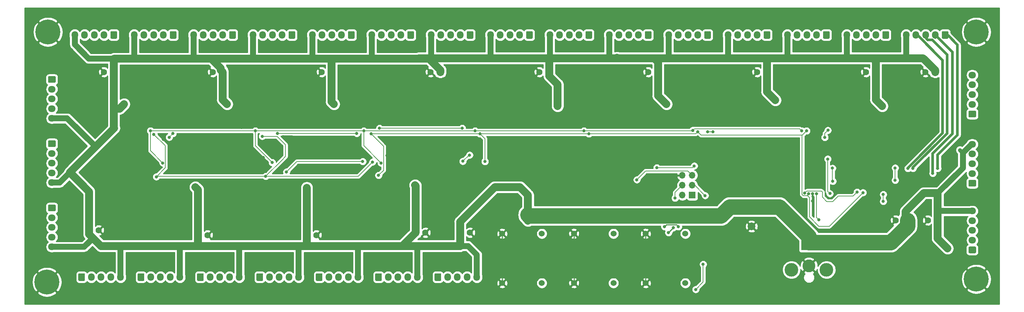
<source format=gbr>
G04 #@! TF.GenerationSoftware,KiCad,Pcbnew,(5.1.10-1-10_14)*
G04 #@! TF.CreationDate,2021-11-16T00:20:27-08:00*
G04 #@! TF.ProjectId,stepper_clock,73746570-7065-4725-9f63-6c6f636b2e6b,rev?*
G04 #@! TF.SameCoordinates,Original*
G04 #@! TF.FileFunction,Copper,L2,Bot*
G04 #@! TF.FilePolarity,Positive*
%FSLAX46Y46*%
G04 Gerber Fmt 4.6, Leading zero omitted, Abs format (unit mm)*
G04 Created by KiCad (PCBNEW (5.1.10-1-10_14)) date 2021-11-16 00:20:27*
%MOMM*%
%LPD*%
G01*
G04 APERTURE LIST*
G04 #@! TA.AperFunction,ComponentPad*
%ADD10C,1.600000*%
G04 #@! TD*
G04 #@! TA.AperFunction,ComponentPad*
%ADD11R,1.600000X1.600000*%
G04 #@! TD*
G04 #@! TA.AperFunction,ComponentPad*
%ADD12R,4.000000X4.000000*%
G04 #@! TD*
G04 #@! TA.AperFunction,ComponentPad*
%ADD13C,3.300000*%
G04 #@! TD*
G04 #@! TA.AperFunction,ComponentPad*
%ADD14C,3.500000*%
G04 #@! TD*
G04 #@! TA.AperFunction,ComponentPad*
%ADD15O,1.950000X1.700000*%
G04 #@! TD*
G04 #@! TA.AperFunction,ComponentPad*
%ADD16O,1.700000X1.950000*%
G04 #@! TD*
G04 #@! TA.AperFunction,ComponentPad*
%ADD17R,1.700000X1.700000*%
G04 #@! TD*
G04 #@! TA.AperFunction,ComponentPad*
%ADD18O,1.700000X1.700000*%
G04 #@! TD*
G04 #@! TA.AperFunction,ComponentPad*
%ADD19C,1.524000*%
G04 #@! TD*
G04 #@! TA.AperFunction,ComponentPad*
%ADD20R,2.000000X2.000000*%
G04 #@! TD*
G04 #@! TA.AperFunction,ComponentPad*
%ADD21C,2.000000*%
G04 #@! TD*
G04 #@! TA.AperFunction,ComponentPad*
%ADD22C,0.800000*%
G04 #@! TD*
G04 #@! TA.AperFunction,ComponentPad*
%ADD23C,6.400000*%
G04 #@! TD*
G04 #@! TA.AperFunction,ViaPad*
%ADD24C,0.800000*%
G04 #@! TD*
G04 #@! TA.AperFunction,Conductor*
%ADD25C,0.127000*%
G04 #@! TD*
G04 #@! TA.AperFunction,Conductor*
%ADD26C,0.254000*%
G04 #@! TD*
G04 #@! TA.AperFunction,Conductor*
%ADD27C,4.000000*%
G04 #@! TD*
G04 #@! TA.AperFunction,Conductor*
%ADD28C,2.000000*%
G04 #@! TD*
G04 #@! TA.AperFunction,Conductor*
%ADD29C,1.500000*%
G04 #@! TD*
G04 #@! TA.AperFunction,Conductor*
%ADD30C,1.000000*%
G04 #@! TD*
G04 #@! TA.AperFunction,Conductor*
%ADD31C,0.635000*%
G04 #@! TD*
G04 #@! TA.AperFunction,Conductor*
%ADD32C,0.150000*%
G04 #@! TD*
G04 APERTURE END LIST*
D10*
X236260000Y-55245000D03*
D11*
X238760000Y-55245000D03*
D12*
X205740000Y-60960000D03*
D13*
X205740000Y-66960000D03*
D14*
X201240000Y-67960000D03*
X210240000Y-67960000D03*
G04 #@! TA.AperFunction,ComponentPad*
G36*
G01*
X248375000Y-28790000D02*
X246925000Y-28790000D01*
G75*
G02*
X246675000Y-28540000I0J250000D01*
G01*
X246675000Y-27340000D01*
G75*
G02*
X246925000Y-27090000I250000J0D01*
G01*
X248375000Y-27090000D01*
G75*
G02*
X248625000Y-27340000I0J-250000D01*
G01*
X248625000Y-28540000D01*
G75*
G02*
X248375000Y-28790000I-250000J0D01*
G01*
G37*
G04 #@! TD.AperFunction*
D15*
X247650000Y-25440000D03*
X247650000Y-22940000D03*
X247650000Y-20440000D03*
X247650000Y-17940000D03*
G04 #@! TA.AperFunction,ComponentPad*
G36*
G01*
X195795000Y-6895000D02*
X195795000Y-8345000D01*
G75*
G02*
X195545000Y-8595000I-250000J0D01*
G01*
X194345000Y-8595000D01*
G75*
G02*
X194095000Y-8345000I0J250000D01*
G01*
X194095000Y-6895000D01*
G75*
G02*
X194345000Y-6645000I250000J0D01*
G01*
X195545000Y-6645000D01*
G75*
G02*
X195795000Y-6895000I0J-250000D01*
G01*
G37*
G04 #@! TD.AperFunction*
D16*
X192445000Y-7620000D03*
X189945000Y-7620000D03*
X187445000Y-7620000D03*
X184945000Y-7620000D03*
X108745000Y-7620000D03*
X111245000Y-7620000D03*
X113745000Y-7620000D03*
X116245000Y-7620000D03*
G04 #@! TA.AperFunction,ComponentPad*
G36*
G01*
X119595000Y-6895000D02*
X119595000Y-8345000D01*
G75*
G02*
X119345000Y-8595000I-250000J0D01*
G01*
X118145000Y-8595000D01*
G75*
G02*
X117895000Y-8345000I0J250000D01*
G01*
X117895000Y-6895000D01*
G75*
G02*
X118145000Y-6645000I250000J0D01*
G01*
X119345000Y-6645000D01*
G75*
G02*
X119595000Y-6895000I0J-250000D01*
G01*
G37*
G04 #@! TD.AperFunction*
G04 #@! TA.AperFunction,ComponentPad*
G36*
G01*
X58635000Y-6895000D02*
X58635000Y-8345000D01*
G75*
G02*
X58385000Y-8595000I-250000J0D01*
G01*
X57185000Y-8595000D01*
G75*
G02*
X56935000Y-8345000I0J250000D01*
G01*
X56935000Y-6895000D01*
G75*
G02*
X57185000Y-6645000I250000J0D01*
G01*
X58385000Y-6645000D01*
G75*
G02*
X58635000Y-6895000I0J-250000D01*
G01*
G37*
G04 #@! TD.AperFunction*
X55285000Y-7620000D03*
X52785000Y-7620000D03*
X50285000Y-7620000D03*
X47785000Y-7620000D03*
D17*
X175768000Y-48768000D03*
D18*
X173228000Y-48768000D03*
X175768000Y-46228000D03*
X173228000Y-46228000D03*
X175768000Y-43688000D03*
X173228000Y-43688000D03*
D19*
X145415000Y-71374000D03*
X145415000Y-58674000D03*
X155575000Y-71374000D03*
X155575000Y-58674000D03*
X173990000Y-58674000D03*
X173990000Y-71374000D03*
X163830000Y-58674000D03*
X163830000Y-71374000D03*
X137160000Y-58674000D03*
X137160000Y-71374000D03*
X127000000Y-58674000D03*
X127000000Y-71374000D03*
D11*
X116205000Y-58420000D03*
D10*
X118705000Y-58420000D03*
X107275000Y-58420000D03*
D11*
X104775000Y-58420000D03*
D10*
X79335000Y-59055000D03*
D11*
X76835000Y-59055000D03*
X48895000Y-59055000D03*
D10*
X51395000Y-59055000D03*
D11*
X20955000Y-57785000D03*
D10*
X23455000Y-57785000D03*
X24805000Y-17145000D03*
D11*
X27305000Y-17145000D03*
D10*
X52745000Y-17145000D03*
D11*
X55245000Y-17145000D03*
X83185000Y-17145000D03*
D10*
X80685000Y-17145000D03*
X108625000Y-17145000D03*
D11*
X111125000Y-17145000D03*
X139065000Y-17145000D03*
D10*
X136565000Y-17145000D03*
D11*
X167005000Y-17145000D03*
D10*
X164505000Y-17145000D03*
X192445000Y-17145000D03*
D11*
X194945000Y-17145000D03*
X222885000Y-17145000D03*
D10*
X220385000Y-17145000D03*
X235625000Y-17145000D03*
D11*
X238125000Y-17145000D03*
X230505000Y-55245000D03*
D10*
X228005000Y-55245000D03*
D20*
X191008000Y-51816000D03*
D21*
X191008000Y-56816000D03*
D22*
X12111056Y-5160944D03*
X10414000Y-4458000D03*
X8716944Y-5160944D03*
X8014000Y-6858000D03*
X8716944Y-8555056D03*
X10414000Y-9258000D03*
X12111056Y-8555056D03*
X12814000Y-6858000D03*
D23*
X10414000Y-6858000D03*
X10160000Y-71120000D03*
D22*
X12560000Y-71120000D03*
X11857056Y-72817056D03*
X10160000Y-73520000D03*
X8462944Y-72817056D03*
X7760000Y-71120000D03*
X8462944Y-69422944D03*
X10160000Y-68720000D03*
X11857056Y-69422944D03*
D23*
X248666000Y-6858000D03*
D22*
X251066000Y-6858000D03*
X250363056Y-8555056D03*
X248666000Y-9258000D03*
X246968944Y-8555056D03*
X246266000Y-6858000D03*
X246968944Y-5160944D03*
X248666000Y-4458000D03*
X250363056Y-5160944D03*
X250363056Y-68660944D03*
X248666000Y-67958000D03*
X246968944Y-68660944D03*
X246266000Y-70358000D03*
X246968944Y-72055056D03*
X248666000Y-72758000D03*
X250363056Y-72055056D03*
X251066000Y-70358000D03*
D23*
X248666000Y-70358000D03*
D16*
X29050000Y-69850000D03*
X26550000Y-69850000D03*
X24050000Y-69850000D03*
X21550000Y-69850000D03*
G04 #@! TA.AperFunction,ComponentPad*
G36*
G01*
X18200000Y-70575000D02*
X18200000Y-69125000D01*
G75*
G02*
X18450000Y-68875000I250000J0D01*
G01*
X19650000Y-68875000D01*
G75*
G02*
X19900000Y-69125000I0J-250000D01*
G01*
X19900000Y-70575000D01*
G75*
G02*
X19650000Y-70825000I-250000J0D01*
G01*
X18450000Y-70825000D01*
G75*
G02*
X18200000Y-70575000I0J250000D01*
G01*
G37*
G04 #@! TD.AperFunction*
G04 #@! TA.AperFunction,ComponentPad*
G36*
G01*
X33440000Y-70575000D02*
X33440000Y-69125000D01*
G75*
G02*
X33690000Y-68875000I250000J0D01*
G01*
X34890000Y-68875000D01*
G75*
G02*
X35140000Y-69125000I0J-250000D01*
G01*
X35140000Y-70575000D01*
G75*
G02*
X34890000Y-70825000I-250000J0D01*
G01*
X33690000Y-70825000D01*
G75*
G02*
X33440000Y-70575000I0J250000D01*
G01*
G37*
G04 #@! TD.AperFunction*
X36790000Y-69850000D03*
X39290000Y-69850000D03*
X41790000Y-69850000D03*
X44290000Y-69850000D03*
G04 #@! TA.AperFunction,ComponentPad*
G36*
G01*
X48680000Y-70575000D02*
X48680000Y-69125000D01*
G75*
G02*
X48930000Y-68875000I250000J0D01*
G01*
X50130000Y-68875000D01*
G75*
G02*
X50380000Y-69125000I0J-250000D01*
G01*
X50380000Y-70575000D01*
G75*
G02*
X50130000Y-70825000I-250000J0D01*
G01*
X48930000Y-70825000D01*
G75*
G02*
X48680000Y-70575000I0J250000D01*
G01*
G37*
G04 #@! TD.AperFunction*
X52030000Y-69850000D03*
X54530000Y-69850000D03*
X57030000Y-69850000D03*
X59530000Y-69850000D03*
G04 #@! TA.AperFunction,ComponentPad*
G36*
G01*
X63920000Y-70575000D02*
X63920000Y-69125000D01*
G75*
G02*
X64170000Y-68875000I250000J0D01*
G01*
X65370000Y-68875000D01*
G75*
G02*
X65620000Y-69125000I0J-250000D01*
G01*
X65620000Y-70575000D01*
G75*
G02*
X65370000Y-70825000I-250000J0D01*
G01*
X64170000Y-70825000D01*
G75*
G02*
X63920000Y-70575000I0J250000D01*
G01*
G37*
G04 #@! TD.AperFunction*
X67270000Y-69850000D03*
X69770000Y-69850000D03*
X72270000Y-69850000D03*
X74770000Y-69850000D03*
G04 #@! TA.AperFunction,ComponentPad*
G36*
G01*
X79160000Y-70575000D02*
X79160000Y-69125000D01*
G75*
G02*
X79410000Y-68875000I250000J0D01*
G01*
X80610000Y-68875000D01*
G75*
G02*
X80860000Y-69125000I0J-250000D01*
G01*
X80860000Y-70575000D01*
G75*
G02*
X80610000Y-70825000I-250000J0D01*
G01*
X79410000Y-70825000D01*
G75*
G02*
X79160000Y-70575000I0J250000D01*
G01*
G37*
G04 #@! TD.AperFunction*
X82510000Y-69850000D03*
X85010000Y-69850000D03*
X87510000Y-69850000D03*
X90010000Y-69850000D03*
X105250000Y-69850000D03*
X102750000Y-69850000D03*
X100250000Y-69850000D03*
X97750000Y-69850000D03*
G04 #@! TA.AperFunction,ComponentPad*
G36*
G01*
X94400000Y-70575000D02*
X94400000Y-69125000D01*
G75*
G02*
X94650000Y-68875000I250000J0D01*
G01*
X95850000Y-68875000D01*
G75*
G02*
X96100000Y-69125000I0J-250000D01*
G01*
X96100000Y-70575000D01*
G75*
G02*
X95850000Y-70825000I-250000J0D01*
G01*
X94650000Y-70825000D01*
G75*
G02*
X94400000Y-70575000I0J250000D01*
G01*
G37*
G04 #@! TD.AperFunction*
X120490000Y-69850000D03*
X117990000Y-69850000D03*
X115490000Y-69850000D03*
X112990000Y-69850000D03*
G04 #@! TA.AperFunction,ComponentPad*
G36*
G01*
X109640000Y-70575000D02*
X109640000Y-69125000D01*
G75*
G02*
X109890000Y-68875000I250000J0D01*
G01*
X111090000Y-68875000D01*
G75*
G02*
X111340000Y-69125000I0J-250000D01*
G01*
X111340000Y-70575000D01*
G75*
G02*
X111090000Y-70825000I-250000J0D01*
G01*
X109890000Y-70825000D01*
G75*
G02*
X109640000Y-70575000I0J250000D01*
G01*
G37*
G04 #@! TD.AperFunction*
X63025000Y-7620000D03*
X65525000Y-7620000D03*
X68025000Y-7620000D03*
X70525000Y-7620000D03*
G04 #@! TA.AperFunction,ComponentPad*
G36*
G01*
X73875000Y-6895000D02*
X73875000Y-8345000D01*
G75*
G02*
X73625000Y-8595000I-250000J0D01*
G01*
X72425000Y-8595000D01*
G75*
G02*
X72175000Y-8345000I0J250000D01*
G01*
X72175000Y-6895000D01*
G75*
G02*
X72425000Y-6645000I250000J0D01*
G01*
X73625000Y-6645000D01*
G75*
G02*
X73875000Y-6895000I0J-250000D01*
G01*
G37*
G04 #@! TD.AperFunction*
G04 #@! TA.AperFunction,ComponentPad*
G36*
G01*
X43395000Y-6895000D02*
X43395000Y-8345000D01*
G75*
G02*
X43145000Y-8595000I-250000J0D01*
G01*
X41945000Y-8595000D01*
G75*
G02*
X41695000Y-8345000I0J250000D01*
G01*
X41695000Y-6895000D01*
G75*
G02*
X41945000Y-6645000I250000J0D01*
G01*
X43145000Y-6645000D01*
G75*
G02*
X43395000Y-6895000I0J-250000D01*
G01*
G37*
G04 #@! TD.AperFunction*
X40045000Y-7620000D03*
X37545000Y-7620000D03*
X35045000Y-7620000D03*
X32545000Y-7620000D03*
X17305000Y-7620000D03*
X19805000Y-7620000D03*
X22305000Y-7620000D03*
X24805000Y-7620000D03*
G04 #@! TA.AperFunction,ComponentPad*
G36*
G01*
X28155000Y-6895000D02*
X28155000Y-8345000D01*
G75*
G02*
X27905000Y-8595000I-250000J0D01*
G01*
X26705000Y-8595000D01*
G75*
G02*
X26455000Y-8345000I0J250000D01*
G01*
X26455000Y-6895000D01*
G75*
G02*
X26705000Y-6645000I250000J0D01*
G01*
X27905000Y-6645000D01*
G75*
G02*
X28155000Y-6895000I0J-250000D01*
G01*
G37*
G04 #@! TD.AperFunction*
D15*
X11430000Y-29050000D03*
X11430000Y-26550000D03*
X11430000Y-24050000D03*
X11430000Y-21550000D03*
G04 #@! TA.AperFunction,ComponentPad*
G36*
G01*
X10705000Y-18200000D02*
X12155000Y-18200000D01*
G75*
G02*
X12405000Y-18450000I0J-250000D01*
G01*
X12405000Y-19650000D01*
G75*
G02*
X12155000Y-19900000I-250000J0D01*
G01*
X10705000Y-19900000D01*
G75*
G02*
X10455000Y-19650000I0J250000D01*
G01*
X10455000Y-18450000D01*
G75*
G02*
X10705000Y-18200000I250000J0D01*
G01*
G37*
G04 #@! TD.AperFunction*
X11430000Y-45560000D03*
X11430000Y-43060000D03*
X11430000Y-40560000D03*
X11430000Y-38060000D03*
G04 #@! TA.AperFunction,ComponentPad*
G36*
G01*
X10705000Y-34710000D02*
X12155000Y-34710000D01*
G75*
G02*
X12405000Y-34960000I0J-250000D01*
G01*
X12405000Y-36160000D01*
G75*
G02*
X12155000Y-36410000I-250000J0D01*
G01*
X10705000Y-36410000D01*
G75*
G02*
X10455000Y-36160000I0J250000D01*
G01*
X10455000Y-34960000D01*
G75*
G02*
X10705000Y-34710000I250000J0D01*
G01*
G37*
G04 #@! TD.AperFunction*
G04 #@! TA.AperFunction,ComponentPad*
G36*
G01*
X10705000Y-51220000D02*
X12155000Y-51220000D01*
G75*
G02*
X12405000Y-51470000I0J-250000D01*
G01*
X12405000Y-52670000D01*
G75*
G02*
X12155000Y-52920000I-250000J0D01*
G01*
X10705000Y-52920000D01*
G75*
G02*
X10455000Y-52670000I0J250000D01*
G01*
X10455000Y-51470000D01*
G75*
G02*
X10705000Y-51220000I250000J0D01*
G01*
G37*
G04 #@! TD.AperFunction*
X11430000Y-54570000D03*
X11430000Y-57070000D03*
X11430000Y-59570000D03*
X11430000Y-62070000D03*
G04 #@! TA.AperFunction,ComponentPad*
G36*
G01*
X180555000Y-6895000D02*
X180555000Y-8345000D01*
G75*
G02*
X180305000Y-8595000I-250000J0D01*
G01*
X179105000Y-8595000D01*
G75*
G02*
X178855000Y-8345000I0J250000D01*
G01*
X178855000Y-6895000D01*
G75*
G02*
X179105000Y-6645000I250000J0D01*
G01*
X180305000Y-6645000D01*
G75*
G02*
X180555000Y-6895000I0J-250000D01*
G01*
G37*
G04 #@! TD.AperFunction*
D16*
X177205000Y-7620000D03*
X174705000Y-7620000D03*
X172205000Y-7620000D03*
X169705000Y-7620000D03*
X154465000Y-7620000D03*
X156965000Y-7620000D03*
X159465000Y-7620000D03*
X161965000Y-7620000D03*
G04 #@! TA.AperFunction,ComponentPad*
G36*
G01*
X165315000Y-6895000D02*
X165315000Y-8345000D01*
G75*
G02*
X165065000Y-8595000I-250000J0D01*
G01*
X163865000Y-8595000D01*
G75*
G02*
X163615000Y-8345000I0J250000D01*
G01*
X163615000Y-6895000D01*
G75*
G02*
X163865000Y-6645000I250000J0D01*
G01*
X165065000Y-6645000D01*
G75*
G02*
X165315000Y-6895000I0J-250000D01*
G01*
G37*
G04 #@! TD.AperFunction*
X139225000Y-7620000D03*
X141725000Y-7620000D03*
X144225000Y-7620000D03*
X146725000Y-7620000D03*
G04 #@! TA.AperFunction,ComponentPad*
G36*
G01*
X150075000Y-6895000D02*
X150075000Y-8345000D01*
G75*
G02*
X149825000Y-8595000I-250000J0D01*
G01*
X148625000Y-8595000D01*
G75*
G02*
X148375000Y-8345000I0J250000D01*
G01*
X148375000Y-6895000D01*
G75*
G02*
X148625000Y-6645000I250000J0D01*
G01*
X149825000Y-6645000D01*
G75*
G02*
X150075000Y-6895000I0J-250000D01*
G01*
G37*
G04 #@! TD.AperFunction*
G04 #@! TA.AperFunction,ComponentPad*
G36*
G01*
X134835000Y-6895000D02*
X134835000Y-8345000D01*
G75*
G02*
X134585000Y-8595000I-250000J0D01*
G01*
X133385000Y-8595000D01*
G75*
G02*
X133135000Y-8345000I0J250000D01*
G01*
X133135000Y-6895000D01*
G75*
G02*
X133385000Y-6645000I250000J0D01*
G01*
X134585000Y-6645000D01*
G75*
G02*
X134835000Y-6895000I0J-250000D01*
G01*
G37*
G04 #@! TD.AperFunction*
X131485000Y-7620000D03*
X128985000Y-7620000D03*
X126485000Y-7620000D03*
X123985000Y-7620000D03*
G04 #@! TA.AperFunction,ComponentPad*
G36*
G01*
X104355000Y-6895000D02*
X104355000Y-8345000D01*
G75*
G02*
X104105000Y-8595000I-250000J0D01*
G01*
X102905000Y-8595000D01*
G75*
G02*
X102655000Y-8345000I0J250000D01*
G01*
X102655000Y-6895000D01*
G75*
G02*
X102905000Y-6645000I250000J0D01*
G01*
X104105000Y-6645000D01*
G75*
G02*
X104355000Y-6895000I0J-250000D01*
G01*
G37*
G04 #@! TD.AperFunction*
X101005000Y-7620000D03*
X98505000Y-7620000D03*
X96005000Y-7620000D03*
X93505000Y-7620000D03*
X78265000Y-7620000D03*
X80765000Y-7620000D03*
X83265000Y-7620000D03*
X85765000Y-7620000D03*
G04 #@! TA.AperFunction,ComponentPad*
G36*
G01*
X89115000Y-6895000D02*
X89115000Y-8345000D01*
G75*
G02*
X88865000Y-8595000I-250000J0D01*
G01*
X87665000Y-8595000D01*
G75*
G02*
X87415000Y-8345000I0J250000D01*
G01*
X87415000Y-6895000D01*
G75*
G02*
X87665000Y-6645000I250000J0D01*
G01*
X88865000Y-6645000D01*
G75*
G02*
X89115000Y-6895000I0J-250000D01*
G01*
G37*
G04 #@! TD.AperFunction*
D15*
X247650000Y-52865000D03*
X247650000Y-55365000D03*
X247650000Y-57865000D03*
X247650000Y-60365000D03*
G04 #@! TA.AperFunction,ComponentPad*
G36*
G01*
X248375000Y-63715000D02*
X246925000Y-63715000D01*
G75*
G02*
X246675000Y-63465000I0J250000D01*
G01*
X246675000Y-62265000D01*
G75*
G02*
X246925000Y-62015000I250000J0D01*
G01*
X248375000Y-62015000D01*
G75*
G02*
X248625000Y-62265000I0J-250000D01*
G01*
X248625000Y-63465000D01*
G75*
G02*
X248375000Y-63715000I-250000J0D01*
G01*
G37*
G04 #@! TD.AperFunction*
G04 #@! TA.AperFunction,ComponentPad*
G36*
G01*
X248375000Y-46570000D02*
X246925000Y-46570000D01*
G75*
G02*
X246675000Y-46320000I0J250000D01*
G01*
X246675000Y-45120000D01*
G75*
G02*
X246925000Y-44870000I250000J0D01*
G01*
X248375000Y-44870000D01*
G75*
G02*
X248625000Y-45120000I0J-250000D01*
G01*
X248625000Y-46320000D01*
G75*
G02*
X248375000Y-46570000I-250000J0D01*
G01*
G37*
G04 #@! TD.AperFunction*
X247650000Y-43220000D03*
X247650000Y-40720000D03*
X247650000Y-38220000D03*
X247650000Y-35720000D03*
D16*
X230665000Y-7620000D03*
X233165000Y-7620000D03*
X235665000Y-7620000D03*
X238165000Y-7620000D03*
G04 #@! TA.AperFunction,ComponentPad*
G36*
G01*
X241515000Y-6895000D02*
X241515000Y-8345000D01*
G75*
G02*
X241265000Y-8595000I-250000J0D01*
G01*
X240065000Y-8595000D01*
G75*
G02*
X239815000Y-8345000I0J250000D01*
G01*
X239815000Y-6895000D01*
G75*
G02*
X240065000Y-6645000I250000J0D01*
G01*
X241265000Y-6645000D01*
G75*
G02*
X241515000Y-6895000I0J-250000D01*
G01*
G37*
G04 #@! TD.AperFunction*
G04 #@! TA.AperFunction,ComponentPad*
G36*
G01*
X226275000Y-6895000D02*
X226275000Y-8345000D01*
G75*
G02*
X226025000Y-8595000I-250000J0D01*
G01*
X224825000Y-8595000D01*
G75*
G02*
X224575000Y-8345000I0J250000D01*
G01*
X224575000Y-6895000D01*
G75*
G02*
X224825000Y-6645000I250000J0D01*
G01*
X226025000Y-6645000D01*
G75*
G02*
X226275000Y-6895000I0J-250000D01*
G01*
G37*
G04 #@! TD.AperFunction*
X222925000Y-7620000D03*
X220425000Y-7620000D03*
X217925000Y-7620000D03*
X215425000Y-7620000D03*
X200185000Y-7620000D03*
X202685000Y-7620000D03*
X205185000Y-7620000D03*
X207685000Y-7620000D03*
G04 #@! TA.AperFunction,ComponentPad*
G36*
G01*
X211035000Y-6895000D02*
X211035000Y-8345000D01*
G75*
G02*
X210785000Y-8595000I-250000J0D01*
G01*
X209585000Y-8595000D01*
G75*
G02*
X209335000Y-8345000I0J250000D01*
G01*
X209335000Y-6895000D01*
G75*
G02*
X209585000Y-6645000I250000J0D01*
G01*
X210785000Y-6645000D01*
G75*
G02*
X211035000Y-6895000I0J-250000D01*
G01*
G37*
G04 #@! TD.AperFunction*
D24*
X176657000Y-73025000D03*
X178562000Y-66548000D03*
X37719000Y-40005000D03*
X93091000Y-44196000D03*
X100584000Y-41529000D03*
X163195000Y-46990000D03*
X162433000Y-42037000D03*
X149225000Y-41783000D03*
X149860000Y-34671000D03*
X143891000Y-29845000D03*
X169037000Y-30099000D03*
X199644000Y-29718000D03*
X202184000Y-35560000D03*
X222123000Y-48260000D03*
X238633000Y-44577000D03*
X220472000Y-71755000D03*
X206629000Y-48386999D03*
X206629000Y-50292000D03*
X181356000Y-49022000D03*
X178562000Y-50292000D03*
X96139000Y-34036000D03*
X60071000Y-31369000D03*
X70739000Y-33782000D03*
X73152000Y-33909000D03*
X63754000Y-39116000D03*
X65659000Y-39116000D03*
X70358000Y-38354000D03*
X68199000Y-38354000D03*
X40005000Y-34417000D03*
X42545000Y-34925000D03*
X97409000Y-38608000D03*
X90551000Y-38227000D03*
X88519000Y-38227000D03*
X124460000Y-34417000D03*
X179832000Y-43561000D03*
X104648000Y-46228000D03*
X131572000Y-46736000D03*
X76835000Y-46863000D03*
X48260000Y-46736000D03*
X19812000Y-46736000D03*
X56388000Y-25400000D03*
X83820000Y-25400000D03*
X241300000Y-62484000D03*
X29972000Y-25400000D03*
X141224000Y-25908000D03*
X169164000Y-25400000D03*
X197104000Y-24384000D03*
X224536000Y-25908000D03*
X244475000Y-37211000D03*
X224790000Y-48612500D03*
X224790000Y-50392010D03*
X210580166Y-32116834D03*
X209779334Y-33933666D03*
X42495666Y-32942334D03*
X41529000Y-33909000D03*
X116889334Y-40082666D03*
X118618000Y-38481000D03*
X63627000Y-32258000D03*
X91468500Y-32258000D03*
X120015000Y-32258000D03*
X147955000Y-32258000D03*
X175895000Y-32131000D03*
X203835000Y-32258000D03*
X67945000Y-40386000D03*
X95885000Y-40513000D03*
X218059000Y-48006000D03*
X204623163Y-48257831D03*
X39878000Y-40513000D03*
X36717166Y-32243834D03*
X179070000Y-48895000D03*
X171361010Y-49530000D03*
X161544000Y-44831000D03*
X237490000Y-43180000D03*
X232410000Y-41910000D03*
X231126229Y-41923771D03*
X172212000Y-56896000D03*
X168656000Y-56896000D03*
X169672000Y-58420000D03*
X170948067Y-57143933D03*
X219583000Y-48133000D03*
X205105000Y-32258000D03*
X177165000Y-32512000D03*
X149225000Y-33020000D03*
X121285000Y-33020000D03*
X93345000Y-33020000D03*
X95250000Y-43688000D03*
X93726000Y-40259000D03*
X66294000Y-43942000D03*
X38227000Y-44069000D03*
X37592000Y-33147000D03*
X122555000Y-40132000D03*
X166679998Y-41756111D03*
X176276000Y-41275000D03*
X205614583Y-48388554D03*
X65405000Y-33655000D03*
X71628000Y-42805470D03*
X91186000Y-40132000D03*
X69342000Y-32921500D03*
X89662000Y-32921500D03*
X116713000Y-31594500D03*
X95504000Y-31594500D03*
X181102000Y-32512000D03*
X179747990Y-32512000D03*
X211764666Y-41854334D03*
X211836000Y-45212832D03*
X227838000Y-41783000D03*
X227838000Y-44958000D03*
X210537500Y-39497000D03*
X211088166Y-48372834D03*
X208280000Y-55118000D03*
X207645000Y-48387000D03*
X238760000Y-41910000D03*
D25*
X178562000Y-71120000D02*
X178562000Y-66548000D01*
X176657000Y-73025000D02*
X178562000Y-71120000D01*
D26*
X163830000Y-71374000D02*
X163830000Y-58674000D01*
X145415000Y-71374000D02*
X145415000Y-58674000D01*
X127000000Y-58674000D02*
X127000000Y-71374000D01*
D25*
X206629000Y-48386999D02*
X206629000Y-50292000D01*
D26*
X70866000Y-33528000D02*
X73152000Y-33528000D01*
X65659000Y-39116000D02*
X63754000Y-39116000D01*
X70358000Y-38354000D02*
X68199000Y-38354000D01*
X40513000Y-34925000D02*
X40005000Y-34417000D01*
X42545000Y-34925000D02*
X40513000Y-34925000D01*
X90551000Y-38227000D02*
X88519000Y-38227000D01*
D27*
X205740000Y-60960000D02*
X205740000Y-59436000D01*
X198120000Y-51816000D02*
X191008000Y-51816000D01*
X205740000Y-59436000D02*
X198120000Y-51816000D01*
X231005001Y-56685001D02*
X231005001Y-55245000D01*
X226730002Y-60960000D02*
X231005001Y-56685001D01*
X205740000Y-60960000D02*
X226730002Y-60960000D01*
D28*
X104775000Y-46355000D02*
X104648000Y-46228000D01*
X104775000Y-58420000D02*
X104775000Y-46355000D01*
X125089000Y-46736000D02*
X127000000Y-46736000D01*
X116205000Y-55620000D02*
X125089000Y-46736000D01*
X116205000Y-58420000D02*
X116205000Y-55620000D01*
X76835000Y-59055000D02*
X76835000Y-46863000D01*
X48895000Y-47371000D02*
X48260000Y-46736000D01*
X48895000Y-59055000D02*
X48895000Y-47371000D01*
X20955000Y-47879000D02*
X19812000Y-46736000D01*
X20955000Y-57785000D02*
X20955000Y-47879000D01*
X55245000Y-24257000D02*
X56388000Y-25400000D01*
X55245000Y-17145000D02*
X55245000Y-24257000D01*
X54745001Y-16645001D02*
X54745001Y-16184999D01*
X54745001Y-16184999D02*
X52276002Y-13716000D01*
X55245000Y-17145000D02*
X54745001Y-16645001D01*
X83185000Y-14345000D02*
X83185000Y-17145000D01*
X83064000Y-14224000D02*
X83185000Y-14345000D01*
X83185000Y-24765000D02*
X83820000Y-25400000D01*
X83185000Y-17145000D02*
X83185000Y-24765000D01*
X111125000Y-16684998D02*
X108156002Y-13716000D01*
X111125000Y-17145000D02*
X111125000Y-16684998D01*
X83572000Y-13716000D02*
X83064000Y-14224000D01*
X52276002Y-13716000D02*
X50800000Y-13716000D01*
X63500000Y-13716000D02*
X65706000Y-13716000D01*
X50800000Y-13716000D02*
X63500000Y-13716000D01*
X27305000Y-13843000D02*
X27432000Y-13716000D01*
X27305000Y-17145000D02*
X27305000Y-13843000D01*
X16030799Y-42954799D02*
X19812000Y-46736000D01*
X76835000Y-59055000D02*
X76835000Y-61849000D01*
X20955000Y-58801000D02*
X20955000Y-57785000D01*
X48895000Y-61595000D02*
X49149000Y-61849000D01*
X48895000Y-59055000D02*
X48895000Y-61595000D01*
X101346000Y-61849000D02*
X104775000Y-58420000D01*
X116205000Y-61849000D02*
X116205000Y-58420000D01*
X99949000Y-61849000D02*
X101346000Y-61849000D01*
X139065000Y-17145000D02*
X139065000Y-13589000D01*
X167005000Y-14605000D02*
X167005000Y-17145000D01*
X165989000Y-13589000D02*
X167005000Y-14605000D01*
X238760000Y-55245000D02*
X238760000Y-54784998D01*
X131572000Y-46736000D02*
X133604000Y-48768000D01*
D27*
X191008000Y-51816000D02*
X185420000Y-51816000D01*
X183146078Y-54089922D02*
X133845922Y-54089922D01*
X133845922Y-54089922D02*
X133604000Y-53848000D01*
X185420000Y-51816000D02*
X183146078Y-54089922D01*
D28*
X133604000Y-53848000D02*
X133604000Y-55372000D01*
X133604000Y-48768000D02*
X133604000Y-53848000D01*
X238760000Y-59944000D02*
X241300000Y-62484000D01*
X238760000Y-55245000D02*
X238760000Y-59944000D01*
X76835000Y-61849000D02*
X87757000Y-61849000D01*
X27305000Y-61849000D02*
X24003000Y-61849000D01*
X50800000Y-13716000D02*
X49784000Y-13716000D01*
X83572000Y-13716000D02*
X80772000Y-13716000D01*
X156465000Y-13461000D02*
X156337000Y-13589000D01*
X22634799Y-36350799D02*
X16030799Y-42954799D01*
X27433000Y-31552598D02*
X22634799Y-36350799D01*
X27305000Y-31424598D02*
X27433000Y-31552598D01*
X27305000Y-26543000D02*
X28829000Y-26543000D01*
X27305000Y-17145000D02*
X27305000Y-26543000D01*
X28829000Y-26543000D02*
X29972000Y-25400000D01*
X27305000Y-26543000D02*
X27305000Y-31424598D01*
X139065000Y-17145000D02*
X139065000Y-18161000D01*
X141224000Y-20320000D02*
X141224000Y-25908000D01*
X139065000Y-18161000D02*
X141224000Y-20320000D01*
X167005000Y-23241000D02*
X169164000Y-25400000D01*
X167005000Y-17145000D02*
X167005000Y-23241000D01*
X194945000Y-22225000D02*
X197104000Y-24384000D01*
X194945000Y-17145000D02*
X194945000Y-22225000D01*
X222885000Y-24257000D02*
X224536000Y-25908000D01*
X222885000Y-17145000D02*
X222885000Y-24257000D01*
X58039000Y-61849000D02*
X49149000Y-61849000D01*
X127000000Y-46736000D02*
X131572000Y-46736000D01*
X235204000Y-48260000D02*
X230505000Y-52959000D01*
X230505000Y-52959000D02*
X230505000Y-55245000D01*
X238760000Y-48260000D02*
X235204000Y-48260000D01*
D29*
X116205000Y-61849000D02*
X118237000Y-61849000D01*
X120490000Y-64102000D02*
X120490000Y-69850000D01*
X118237000Y-61849000D02*
X120490000Y-64102000D01*
X105250000Y-69850000D02*
X105250000Y-62390000D01*
D28*
X105791000Y-61849000D02*
X116205000Y-61849000D01*
D29*
X105250000Y-62390000D02*
X105791000Y-61849000D01*
D28*
X99949000Y-61849000D02*
X105791000Y-61849000D01*
D29*
X90010000Y-62324000D02*
X89535000Y-61849000D01*
X90010000Y-69850000D02*
X90010000Y-62324000D01*
D28*
X89535000Y-61849000D02*
X99949000Y-61849000D01*
X87757000Y-61849000D02*
X89535000Y-61849000D01*
D29*
X74770000Y-62009000D02*
X74930000Y-61849000D01*
X74770000Y-69850000D02*
X74770000Y-62009000D01*
D28*
X76835000Y-61849000D02*
X74930000Y-61849000D01*
D29*
X59530000Y-62009000D02*
X59690000Y-61849000D01*
X59530000Y-69850000D02*
X59530000Y-62009000D01*
D28*
X59690000Y-61849000D02*
X58039000Y-61849000D01*
X74930000Y-61849000D02*
X59690000Y-61849000D01*
D29*
X44290000Y-62324000D02*
X43815000Y-61849000D01*
X44290000Y-69850000D02*
X44290000Y-62324000D01*
D28*
X43815000Y-61849000D02*
X42037000Y-61849000D01*
X49149000Y-61849000D02*
X43815000Y-61849000D01*
D29*
X29050000Y-61882000D02*
X29083000Y-61849000D01*
X29050000Y-69850000D02*
X29050000Y-61882000D01*
D28*
X29083000Y-61849000D02*
X27305000Y-61849000D01*
X42037000Y-61849000D02*
X29083000Y-61849000D01*
D29*
X11430000Y-62070000D02*
X19718000Y-62070000D01*
X19718000Y-62070000D02*
X21971000Y-59817000D01*
D28*
X21971000Y-59817000D02*
X20955000Y-58801000D01*
X24003000Y-61849000D02*
X21971000Y-59817000D01*
D29*
X13425598Y-45560000D02*
X11430000Y-45560000D01*
X16030799Y-42954799D02*
X13425598Y-45560000D01*
X15334000Y-29050000D02*
X22634799Y-36350799D01*
X11430000Y-29050000D02*
X15334000Y-29050000D01*
X17305000Y-10095000D02*
X17305000Y-7620000D01*
X20926000Y-13716000D02*
X17305000Y-10095000D01*
X27432000Y-13716000D02*
X20926000Y-13716000D01*
X47785000Y-7620000D02*
X47785000Y-13114000D01*
D28*
X48387000Y-13716000D02*
X35226000Y-13716000D01*
D29*
X47785000Y-13114000D02*
X48387000Y-13716000D01*
D28*
X49784000Y-13716000D02*
X48387000Y-13716000D01*
D29*
X63025000Y-13241000D02*
X63500000Y-13716000D01*
X63025000Y-7620000D02*
X63025000Y-13241000D01*
X78265000Y-7620000D02*
X78265000Y-13622000D01*
X78265000Y-13622000D02*
X78359000Y-13716000D01*
D28*
X78359000Y-13716000D02*
X63500000Y-13716000D01*
X80772000Y-13716000D02*
X78359000Y-13716000D01*
D29*
X93505000Y-13048000D02*
X92837000Y-13716000D01*
X93505000Y-7620000D02*
X93505000Y-13048000D01*
D28*
X92837000Y-13716000D02*
X83572000Y-13716000D01*
X96186000Y-13716000D02*
X92837000Y-13716000D01*
D29*
X108745000Y-13127002D02*
X108156002Y-13716000D01*
X108745000Y-7620000D02*
X108745000Y-13127002D01*
D28*
X222885000Y-14345000D02*
X222885000Y-17145000D01*
X222129000Y-13589000D02*
X222885000Y-14345000D01*
X156337000Y-13589000D02*
X164846000Y-13589000D01*
X164846000Y-13589000D02*
X165989000Y-13589000D01*
X194945000Y-13843000D02*
X195199000Y-13589000D01*
X194945000Y-17145000D02*
X194945000Y-13843000D01*
X238125000Y-16684998D02*
X235029002Y-13589000D01*
X238125000Y-17145000D02*
X238125000Y-16684998D01*
X105410000Y-13716000D02*
X96186000Y-13716000D01*
X105537000Y-13589000D02*
X105410000Y-13716000D01*
X108156002Y-13716000D02*
X105410000Y-13716000D01*
D29*
X139225000Y-13429000D02*
X139065000Y-13589000D01*
X139225000Y-7620000D02*
X139225000Y-13429000D01*
X123985000Y-13048000D02*
X123444000Y-13589000D01*
X123985000Y-7620000D02*
X123985000Y-13048000D01*
D28*
X123444000Y-13589000D02*
X105537000Y-13589000D01*
X139065000Y-13589000D02*
X123444000Y-13589000D01*
X154559000Y-13589000D02*
X156337000Y-13589000D01*
D29*
X154465000Y-13495000D02*
X154559000Y-13589000D01*
X154465000Y-7620000D02*
X154465000Y-13495000D01*
D28*
X139065000Y-13589000D02*
X154559000Y-13589000D01*
D29*
X169705000Y-13556000D02*
X169672000Y-13589000D01*
X169705000Y-7620000D02*
X169705000Y-13556000D01*
D28*
X164846000Y-13589000D02*
X169672000Y-13589000D01*
D29*
X215425000Y-13495000D02*
X215519000Y-13589000D01*
D28*
X215519000Y-13589000D02*
X222129000Y-13589000D01*
D29*
X215425000Y-7620000D02*
X215425000Y-13495000D01*
X200185000Y-7620000D02*
X200185000Y-13114000D01*
X200185000Y-13114000D02*
X200660000Y-13589000D01*
D28*
X200660000Y-13589000D02*
X215519000Y-13589000D01*
X195199000Y-13589000D02*
X200660000Y-13589000D01*
D29*
X230665000Y-13556000D02*
X230632000Y-13589000D01*
X230665000Y-7620000D02*
X230665000Y-13556000D01*
D28*
X230632000Y-13589000D02*
X222129000Y-13589000D01*
X235029002Y-13589000D02*
X230632000Y-13589000D01*
D29*
X247650000Y-52865000D02*
X238920000Y-52865000D01*
D28*
X238760000Y-52705000D02*
X238760000Y-48260000D01*
D29*
X238920000Y-52865000D02*
X238760000Y-52705000D01*
D28*
X238760000Y-55245000D02*
X238760000Y-52705000D01*
D29*
X247479402Y-35720000D02*
X245237000Y-37962402D01*
X247650000Y-35720000D02*
X247479402Y-35720000D01*
X245237000Y-41783000D02*
X238760000Y-48260000D01*
X245237000Y-37962402D02*
X245237000Y-41783000D01*
X32545000Y-13429000D02*
X32258000Y-13716000D01*
X32545000Y-7620000D02*
X32545000Y-13429000D01*
D28*
X32258000Y-13716000D02*
X27432000Y-13716000D01*
X35226000Y-13716000D02*
X32258000Y-13716000D01*
D30*
X245226402Y-37962402D02*
X245237000Y-37962402D01*
X244475000Y-37211000D02*
X245226402Y-37962402D01*
D29*
X184945000Y-13302000D02*
X184658000Y-13589000D01*
X184945000Y-7620000D02*
X184945000Y-13302000D01*
D28*
X184658000Y-13589000D02*
X195199000Y-13589000D01*
X169672000Y-13589000D02*
X184658000Y-13589000D01*
D25*
X224790000Y-48612500D02*
X224790000Y-50392010D01*
X209779334Y-32917666D02*
X209779334Y-33933666D01*
X210580166Y-32116834D02*
X209779334Y-32917666D01*
X42495666Y-32942334D02*
X41529000Y-33909000D01*
X118491000Y-38481000D02*
X118618000Y-38481000D01*
X116889334Y-40082666D02*
X118491000Y-38481000D01*
X63627000Y-32258000D02*
X91468500Y-32258000D01*
X91468500Y-32258000D02*
X120015000Y-32258000D01*
X120015000Y-32258000D02*
X147955000Y-32258000D01*
X175768000Y-32258000D02*
X175895000Y-32131000D01*
X147955000Y-32258000D02*
X175768000Y-32258000D01*
X176294999Y-31731001D02*
X203308001Y-31731001D01*
X203308001Y-31731001D02*
X203835000Y-32258000D01*
X175895000Y-32131000D02*
X176294999Y-31731001D01*
X63627000Y-36068000D02*
X67945000Y-40386000D01*
X63627000Y-32258000D02*
X63627000Y-36068000D01*
X91468500Y-36096500D02*
X95885000Y-40513000D01*
X91468500Y-32258000D02*
X91468500Y-36096500D01*
X217028665Y-49036335D02*
X213218665Y-49036335D01*
X218059000Y-48006000D02*
X217028665Y-49036335D01*
X213218665Y-49036335D02*
X211836000Y-50419000D01*
X211836000Y-50419000D02*
X210312000Y-50419000D01*
X210312000Y-50419000D02*
X209169000Y-49276000D01*
X209169000Y-49276000D02*
X209169000Y-48929018D01*
X208886499Y-47723499D02*
X209169000Y-48006000D01*
X205157495Y-47723499D02*
X208886499Y-47723499D01*
X204623163Y-48257831D02*
X205157495Y-47723499D01*
X209169000Y-48929018D02*
X209169000Y-48006000D01*
X63612834Y-32243834D02*
X63627000Y-32258000D01*
X36717166Y-32243834D02*
X63612834Y-32243834D01*
X36717166Y-37352166D02*
X39878000Y-40513000D01*
X36717166Y-32243834D02*
X36717166Y-37352166D01*
X176403000Y-46228000D02*
X175768000Y-46228000D01*
X179070000Y-48895000D02*
X176403000Y-46228000D01*
X171361010Y-48094990D02*
X173228000Y-46228000D01*
X171361010Y-49530000D02*
X171361010Y-48094990D01*
X174654499Y-42574499D02*
X175768000Y-43688000D01*
X163800501Y-42574499D02*
X174654499Y-42574499D01*
X161544000Y-44831000D02*
X163800501Y-42574499D01*
D31*
X238165000Y-7620000D02*
X238165000Y-8295000D01*
X238165000Y-7620000D02*
X240705000Y-10160000D01*
X240705000Y-10160000D02*
X242570000Y-12025000D01*
X242570000Y-12025000D02*
X242570000Y-33020000D01*
X237490000Y-38100000D02*
X237490000Y-43180000D01*
X242570000Y-33020000D02*
X237490000Y-38100000D01*
X235665000Y-7620000D02*
X235665000Y-8335000D01*
X236220000Y-8890000D02*
X237376049Y-8890000D01*
X235665000Y-8335000D02*
X236220000Y-8890000D01*
X237376049Y-8890000D02*
X241186049Y-12700000D01*
X241186049Y-12700000D02*
X241186049Y-32906049D01*
X232410000Y-41682098D02*
X232410000Y-41910000D01*
X241186049Y-32906049D02*
X232410000Y-41682098D01*
X233546083Y-7620000D02*
X240030000Y-14103917D01*
X233165000Y-7620000D02*
X233546083Y-7620000D01*
X231126229Y-41784987D02*
X231126229Y-41923771D01*
X240030000Y-32881216D02*
X231126229Y-41784987D01*
X240030000Y-14103917D02*
X240030000Y-32881216D01*
D26*
X171732932Y-56416932D02*
X172212000Y-56896000D01*
X168656000Y-56896000D02*
X169135068Y-56416932D01*
X169135068Y-56416932D02*
X171732932Y-56416932D01*
X170948067Y-57143933D02*
X169672000Y-58420000D01*
D25*
X219583000Y-48133000D02*
X210947000Y-56769000D01*
X210947000Y-56769000D02*
X208280000Y-56769000D01*
X208280000Y-56769000D02*
X205867000Y-54356000D01*
X203959662Y-48576312D02*
X204304682Y-48921332D01*
X203959662Y-33403338D02*
X203959662Y-48576312D01*
X177990500Y-33337500D02*
X177165000Y-32512000D01*
X204025500Y-33337500D02*
X177990500Y-33337500D01*
X205105000Y-32258000D02*
X204025500Y-33337500D01*
X204025500Y-33337500D02*
X203959662Y-33403338D01*
X176657000Y-33020000D02*
X149225000Y-33020000D01*
X177165000Y-32512000D02*
X176657000Y-33020000D01*
X149225000Y-33020000D02*
X121285000Y-33020000D01*
X121285000Y-33020000D02*
X93345000Y-33020000D01*
X96548501Y-42389499D02*
X95250000Y-43688000D01*
X96548501Y-36223501D02*
X96548501Y-42389499D01*
X93345000Y-33020000D02*
X96548501Y-36223501D01*
X90043000Y-43942000D02*
X66294000Y-43942000D01*
X93726000Y-40259000D02*
X90043000Y-43942000D01*
X38354000Y-43942000D02*
X38227000Y-44069000D01*
X66294000Y-43942000D02*
X38354000Y-43942000D01*
X40541501Y-41754499D02*
X40541501Y-36096501D01*
X40541501Y-36096501D02*
X37592000Y-33147000D01*
X38227000Y-44069000D02*
X40541501Y-41754499D01*
X122555000Y-34290000D02*
X121285000Y-33020000D01*
X122555000Y-40132000D02*
X122555000Y-34290000D01*
X175794889Y-41756111D02*
X176276000Y-41275000D01*
X166679998Y-41756111D02*
X175794889Y-41756111D01*
X204304682Y-48921332D02*
X205332668Y-48921332D01*
X205332668Y-48543440D02*
X205332668Y-48921332D01*
X205487554Y-48388554D02*
X205332668Y-48543440D01*
X205614583Y-48388554D02*
X205487554Y-48388554D01*
X205332668Y-48921332D02*
X205385332Y-48921332D01*
X205385332Y-48921332D02*
X205867000Y-49403000D01*
X205867000Y-49403000D02*
X205867000Y-54356000D01*
X71374000Y-38862000D02*
X70485000Y-39751000D01*
X71374000Y-35814000D02*
X71374000Y-38862000D01*
X69215000Y-33655000D02*
X71374000Y-35814000D01*
X70485000Y-39751000D02*
X66294000Y-43942000D01*
X65405000Y-33655000D02*
X69215000Y-33655000D01*
X74301470Y-40132000D02*
X91186000Y-40132000D01*
X71628000Y-42805470D02*
X74301470Y-40132000D01*
X69342000Y-32921500D02*
X89662000Y-32921500D01*
X116713000Y-31594500D02*
X95504000Y-31594500D01*
X181102000Y-32512000D02*
X179747990Y-32512000D01*
X211764666Y-45141498D02*
X211836000Y-45212832D01*
X211764666Y-41854334D02*
X211764666Y-45141498D01*
X227838000Y-41783000D02*
X227838000Y-44958000D01*
X210537500Y-47822168D02*
X211088166Y-48372834D01*
X210537500Y-39497000D02*
X210537500Y-47822168D01*
X207645000Y-54483000D02*
X207645000Y-48387000D01*
X208280000Y-55118000D02*
X207645000Y-54483000D01*
D31*
X240865009Y-7820009D02*
X241500009Y-7820009D01*
X240665000Y-7620000D02*
X240865009Y-7820009D01*
X241500009Y-7820009D02*
X243840000Y-10160000D01*
X243840000Y-33333917D02*
X238760000Y-38413917D01*
X243840000Y-10160000D02*
X243840000Y-33333917D01*
X238760000Y-38413917D02*
X238760000Y-41910000D01*
D26*
X254585000Y-76785000D02*
X4495000Y-76785000D01*
X4495000Y-73820881D01*
X7638724Y-73820881D01*
X7998912Y-74310548D01*
X8662882Y-74670849D01*
X9384385Y-74894694D01*
X10135695Y-74973480D01*
X10887938Y-74904178D01*
X11612208Y-74689452D01*
X12280670Y-74337555D01*
X12321088Y-74310548D01*
X12681276Y-73820881D01*
X10160000Y-71299605D01*
X7638724Y-73820881D01*
X4495000Y-73820881D01*
X4495000Y-71095695D01*
X6306520Y-71095695D01*
X6375822Y-71847938D01*
X6590548Y-72572208D01*
X6942445Y-73240670D01*
X6969452Y-73281088D01*
X7459119Y-73641276D01*
X9980395Y-71120000D01*
X10339605Y-71120000D01*
X12860881Y-73641276D01*
X13350548Y-73281088D01*
X13544830Y-72923061D01*
X175622000Y-72923061D01*
X175622000Y-73126939D01*
X175661774Y-73326898D01*
X175739795Y-73515256D01*
X175853063Y-73684774D01*
X175997226Y-73828937D01*
X176166744Y-73942205D01*
X176355102Y-74020226D01*
X176555061Y-74060000D01*
X176758939Y-74060000D01*
X176958898Y-74020226D01*
X177147256Y-73942205D01*
X177316774Y-73828937D01*
X177460937Y-73684774D01*
X177574205Y-73515256D01*
X177652226Y-73326898D01*
X177692000Y-73126939D01*
X177692000Y-73058881D01*
X246144724Y-73058881D01*
X246504912Y-73548548D01*
X247168882Y-73908849D01*
X247890385Y-74132694D01*
X248641695Y-74211480D01*
X249393938Y-74142178D01*
X250118208Y-73927452D01*
X250786670Y-73575555D01*
X250827088Y-73548548D01*
X251187276Y-73058881D01*
X248666000Y-70537605D01*
X246144724Y-73058881D01*
X177692000Y-73058881D01*
X177692000Y-72977827D01*
X179031662Y-71638166D01*
X179058302Y-71616303D01*
X179080167Y-71589661D01*
X179080174Y-71589654D01*
X179145591Y-71509944D01*
X179206777Y-71395472D01*
X179210452Y-71388597D01*
X179250393Y-71256930D01*
X179260500Y-71154309D01*
X179260500Y-71154298D01*
X179263878Y-71120000D01*
X179260500Y-71085702D01*
X179260500Y-67725098D01*
X198855000Y-67725098D01*
X198855000Y-68194902D01*
X198946654Y-68655679D01*
X199126440Y-69089721D01*
X199387450Y-69480349D01*
X199719651Y-69812550D01*
X200110279Y-70073560D01*
X200544321Y-70253346D01*
X201005098Y-70345000D01*
X201474902Y-70345000D01*
X201935679Y-70253346D01*
X202369721Y-70073560D01*
X202751197Y-69818665D01*
X204305000Y-69818665D01*
X204305000Y-70101335D01*
X204360147Y-70378574D01*
X204468320Y-70639727D01*
X204625363Y-70874759D01*
X204825241Y-71074637D01*
X205060273Y-71231680D01*
X205321426Y-71339853D01*
X205598665Y-71395000D01*
X205881335Y-71395000D01*
X206158574Y-71339853D01*
X206419727Y-71231680D01*
X206654759Y-71074637D01*
X206854637Y-70874759D01*
X207011680Y-70639727D01*
X207119853Y-70378574D01*
X207175000Y-70101335D01*
X207175000Y-69818665D01*
X207119853Y-69541426D01*
X207011680Y-69280273D01*
X206854637Y-69045241D01*
X206798381Y-68988985D01*
X206984777Y-68889354D01*
X207158830Y-68558435D01*
X205740000Y-67139605D01*
X204321170Y-68558435D01*
X204495223Y-68889354D01*
X204684142Y-68986462D01*
X204625363Y-69045241D01*
X204468320Y-69280273D01*
X204360147Y-69541426D01*
X204305000Y-69818665D01*
X202751197Y-69818665D01*
X202760349Y-69812550D01*
X203092550Y-69480349D01*
X203353560Y-69089721D01*
X203533346Y-68655679D01*
X203625000Y-68194902D01*
X203625000Y-67847357D01*
X203633115Y-67872639D01*
X203810646Y-68204777D01*
X204141565Y-68378830D01*
X205560395Y-66960000D01*
X205919605Y-66960000D01*
X207338435Y-68378830D01*
X207669354Y-68204777D01*
X207855000Y-67843612D01*
X207855000Y-68194902D01*
X207946654Y-68655679D01*
X208126440Y-69089721D01*
X208387450Y-69480349D01*
X208719651Y-69812550D01*
X209110279Y-70073560D01*
X209544321Y-70253346D01*
X210005098Y-70345000D01*
X210474902Y-70345000D01*
X210531736Y-70333695D01*
X244812520Y-70333695D01*
X244881822Y-71085938D01*
X245096548Y-71810208D01*
X245448445Y-72478670D01*
X245475452Y-72519088D01*
X245965119Y-72879276D01*
X248486395Y-70358000D01*
X248845605Y-70358000D01*
X251366881Y-72879276D01*
X251856548Y-72519088D01*
X252216849Y-71855118D01*
X252440694Y-71133615D01*
X252519480Y-70382305D01*
X252450178Y-69630062D01*
X252235452Y-68905792D01*
X251883555Y-68237330D01*
X251856548Y-68196912D01*
X251366881Y-67836724D01*
X248845605Y-70358000D01*
X248486395Y-70358000D01*
X245965119Y-67836724D01*
X245475452Y-68196912D01*
X245115151Y-68860882D01*
X244891306Y-69582385D01*
X244812520Y-70333695D01*
X210531736Y-70333695D01*
X210935679Y-70253346D01*
X211369721Y-70073560D01*
X211760349Y-69812550D01*
X212092550Y-69480349D01*
X212353560Y-69089721D01*
X212533346Y-68655679D01*
X212625000Y-68194902D01*
X212625000Y-67725098D01*
X212611479Y-67657119D01*
X246144724Y-67657119D01*
X248666000Y-70178395D01*
X251187276Y-67657119D01*
X250827088Y-67167452D01*
X250163118Y-66807151D01*
X249441615Y-66583306D01*
X248690305Y-66504520D01*
X247938062Y-66573822D01*
X247213792Y-66788548D01*
X246545330Y-67140445D01*
X246504912Y-67167452D01*
X246144724Y-67657119D01*
X212611479Y-67657119D01*
X212533346Y-67264321D01*
X212353560Y-66830279D01*
X212092550Y-66439651D01*
X211760349Y-66107450D01*
X211369721Y-65846440D01*
X210935679Y-65666654D01*
X210474902Y-65575000D01*
X210005098Y-65575000D01*
X209544321Y-65666654D01*
X209110279Y-65846440D01*
X208719651Y-66107450D01*
X208387450Y-66439651D01*
X208126440Y-66830279D01*
X208022810Y-67080463D01*
X208035759Y-66923102D01*
X207984449Y-66475930D01*
X207846885Y-66047361D01*
X207669354Y-65715223D01*
X207338435Y-65541170D01*
X205919605Y-66960000D01*
X205560395Y-66960000D01*
X204141565Y-65541170D01*
X203810646Y-65715223D01*
X203604875Y-66115540D01*
X203481154Y-66548308D01*
X203444241Y-66996898D01*
X203452542Y-67069243D01*
X203353560Y-66830279D01*
X203092550Y-66439651D01*
X202760349Y-66107450D01*
X202369721Y-65846440D01*
X201935679Y-65666654D01*
X201474902Y-65575000D01*
X201005098Y-65575000D01*
X200544321Y-65666654D01*
X200110279Y-65846440D01*
X199719651Y-66107450D01*
X199387450Y-66439651D01*
X199126440Y-66830279D01*
X198946654Y-67264321D01*
X198855000Y-67725098D01*
X179260500Y-67725098D01*
X179260500Y-67313211D01*
X179365937Y-67207774D01*
X179479205Y-67038256D01*
X179557226Y-66849898D01*
X179597000Y-66649939D01*
X179597000Y-66446061D01*
X179557226Y-66246102D01*
X179479205Y-66057744D01*
X179365937Y-65888226D01*
X179221774Y-65744063D01*
X179052256Y-65630795D01*
X178863898Y-65552774D01*
X178663939Y-65513000D01*
X178460061Y-65513000D01*
X178260102Y-65552774D01*
X178071744Y-65630795D01*
X177902226Y-65744063D01*
X177758063Y-65888226D01*
X177644795Y-66057744D01*
X177566774Y-66246102D01*
X177527000Y-66446061D01*
X177527000Y-66649939D01*
X177566774Y-66849898D01*
X177644795Y-67038256D01*
X177758063Y-67207774D01*
X177863501Y-67313212D01*
X177863500Y-70830672D01*
X176704173Y-71990000D01*
X176555061Y-71990000D01*
X176355102Y-72029774D01*
X176166744Y-72107795D01*
X175997226Y-72221063D01*
X175853063Y-72365226D01*
X175739795Y-72534744D01*
X175661774Y-72723102D01*
X175622000Y-72923061D01*
X13544830Y-72923061D01*
X13710849Y-72617118D01*
X13796959Y-72339565D01*
X126214040Y-72339565D01*
X126281020Y-72579656D01*
X126530048Y-72696756D01*
X126797135Y-72763023D01*
X127072017Y-72775910D01*
X127344133Y-72734922D01*
X127603023Y-72641636D01*
X127718980Y-72579656D01*
X127785960Y-72339565D01*
X127000000Y-71553605D01*
X126214040Y-72339565D01*
X13796959Y-72339565D01*
X13934694Y-71895615D01*
X14013480Y-71144305D01*
X13944178Y-70392062D01*
X13729452Y-69667792D01*
X13377555Y-68999330D01*
X13350548Y-68958912D01*
X12860881Y-68598724D01*
X10339605Y-71120000D01*
X9980395Y-71120000D01*
X7459119Y-68598724D01*
X6969452Y-68958912D01*
X6609151Y-69622882D01*
X6385306Y-70344385D01*
X6306520Y-71095695D01*
X4495000Y-71095695D01*
X4495000Y-68419119D01*
X7638724Y-68419119D01*
X10160000Y-70940395D01*
X12681276Y-68419119D01*
X12321088Y-67929452D01*
X11657118Y-67569151D01*
X10935615Y-67345306D01*
X10184305Y-67266520D01*
X9432062Y-67335822D01*
X8707792Y-67550548D01*
X8039330Y-67902445D01*
X7998912Y-67929452D01*
X7638724Y-68419119D01*
X4495000Y-68419119D01*
X4495000Y-21550000D01*
X9812815Y-21550000D01*
X9841487Y-21841111D01*
X9926401Y-22121034D01*
X10064294Y-22379014D01*
X10249866Y-22605134D01*
X10475986Y-22790706D01*
X10493374Y-22800000D01*
X10475986Y-22809294D01*
X10249866Y-22994866D01*
X10064294Y-23220986D01*
X9926401Y-23478966D01*
X9841487Y-23758889D01*
X9812815Y-24050000D01*
X9841487Y-24341111D01*
X9926401Y-24621034D01*
X10064294Y-24879014D01*
X10249866Y-25105134D01*
X10475986Y-25290706D01*
X10493374Y-25300000D01*
X10475986Y-25309294D01*
X10249866Y-25494866D01*
X10064294Y-25720986D01*
X9926401Y-25978966D01*
X9841487Y-26258889D01*
X9812815Y-26550000D01*
X9841487Y-26841111D01*
X9926401Y-27121034D01*
X10064294Y-27379014D01*
X10249866Y-27605134D01*
X10475986Y-27790706D01*
X10493374Y-27800000D01*
X10475986Y-27809294D01*
X10249866Y-27994866D01*
X10064294Y-28220986D01*
X9926401Y-28478966D01*
X9841487Y-28758889D01*
X9812815Y-29050000D01*
X9841487Y-29341111D01*
X9926401Y-29621034D01*
X10064294Y-29879014D01*
X10249866Y-30105134D01*
X10475986Y-30290706D01*
X10733966Y-30428599D01*
X11013889Y-30513513D01*
X11232050Y-30535000D01*
X11627950Y-30535000D01*
X11846111Y-30513513D01*
X12104933Y-30435000D01*
X14760315Y-30435000D01*
X20499337Y-36174022D01*
X14931477Y-41741883D01*
X14869086Y-41793086D01*
X14792746Y-41886107D01*
X14664769Y-42042047D01*
X14512947Y-42326085D01*
X14431139Y-42595774D01*
X12851913Y-44175000D01*
X12537187Y-44175000D01*
X12610134Y-44115134D01*
X12795706Y-43889014D01*
X12933599Y-43631034D01*
X13018513Y-43351111D01*
X13047185Y-43060000D01*
X13018513Y-42768889D01*
X12933599Y-42488966D01*
X12795706Y-42230986D01*
X12610134Y-42004866D01*
X12384014Y-41819294D01*
X12366626Y-41810000D01*
X12384014Y-41800706D01*
X12610134Y-41615134D01*
X12795706Y-41389014D01*
X12933599Y-41131034D01*
X13018513Y-40851111D01*
X13047185Y-40560000D01*
X13018513Y-40268889D01*
X12933599Y-39988966D01*
X12795706Y-39730986D01*
X12610134Y-39504866D01*
X12384014Y-39319294D01*
X12366626Y-39310000D01*
X12384014Y-39300706D01*
X12610134Y-39115134D01*
X12795706Y-38889014D01*
X12933599Y-38631034D01*
X13018513Y-38351111D01*
X13047185Y-38060000D01*
X13018513Y-37768889D01*
X12933599Y-37488966D01*
X12795706Y-37230986D01*
X12610134Y-37004866D01*
X12546663Y-36952777D01*
X12648386Y-36898405D01*
X12782962Y-36787962D01*
X12893405Y-36653386D01*
X12975472Y-36499850D01*
X13026008Y-36333254D01*
X13043072Y-36160000D01*
X13043072Y-34960000D01*
X13026008Y-34786746D01*
X12975472Y-34620150D01*
X12893405Y-34466614D01*
X12782962Y-34332038D01*
X12648386Y-34221595D01*
X12494850Y-34139528D01*
X12328254Y-34088992D01*
X12155000Y-34071928D01*
X10705000Y-34071928D01*
X10531746Y-34088992D01*
X10365150Y-34139528D01*
X10211614Y-34221595D01*
X10077038Y-34332038D01*
X9966595Y-34466614D01*
X9884528Y-34620150D01*
X9833992Y-34786746D01*
X9816928Y-34960000D01*
X9816928Y-36160000D01*
X9833992Y-36333254D01*
X9884528Y-36499850D01*
X9966595Y-36653386D01*
X10077038Y-36787962D01*
X10211614Y-36898405D01*
X10313337Y-36952777D01*
X10249866Y-37004866D01*
X10064294Y-37230986D01*
X9926401Y-37488966D01*
X9841487Y-37768889D01*
X9812815Y-38060000D01*
X9841487Y-38351111D01*
X9926401Y-38631034D01*
X10064294Y-38889014D01*
X10249866Y-39115134D01*
X10475986Y-39300706D01*
X10493374Y-39310000D01*
X10475986Y-39319294D01*
X10249866Y-39504866D01*
X10064294Y-39730986D01*
X9926401Y-39988966D01*
X9841487Y-40268889D01*
X9812815Y-40560000D01*
X9841487Y-40851111D01*
X9926401Y-41131034D01*
X10064294Y-41389014D01*
X10249866Y-41615134D01*
X10475986Y-41800706D01*
X10493374Y-41810000D01*
X10475986Y-41819294D01*
X10249866Y-42004866D01*
X10064294Y-42230986D01*
X9926401Y-42488966D01*
X9841487Y-42768889D01*
X9812815Y-43060000D01*
X9841487Y-43351111D01*
X9926401Y-43631034D01*
X10064294Y-43889014D01*
X10249866Y-44115134D01*
X10475986Y-44300706D01*
X10493374Y-44310000D01*
X10475986Y-44319294D01*
X10249866Y-44504866D01*
X10064294Y-44730986D01*
X9926401Y-44988966D01*
X9841487Y-45268889D01*
X9812815Y-45560000D01*
X9841487Y-45851111D01*
X9926401Y-46131034D01*
X10064294Y-46389014D01*
X10249866Y-46615134D01*
X10475986Y-46800706D01*
X10733966Y-46938599D01*
X11013889Y-47023513D01*
X11232050Y-47045000D01*
X11627950Y-47045000D01*
X11846111Y-47023513D01*
X12104933Y-46945000D01*
X13357569Y-46945000D01*
X13425598Y-46951700D01*
X13493627Y-46945000D01*
X13493635Y-46945000D01*
X13697105Y-46924960D01*
X13958179Y-46845764D01*
X14198786Y-46717157D01*
X14409679Y-46544081D01*
X14453052Y-46491231D01*
X15854023Y-45090261D01*
X18712676Y-47948916D01*
X18712687Y-47948925D01*
X19320001Y-48556239D01*
X19320000Y-57704678D01*
X19320000Y-58720681D01*
X19312089Y-58801000D01*
X19320000Y-58881319D01*
X19320000Y-58881321D01*
X19343657Y-59121515D01*
X19437148Y-59429714D01*
X19588969Y-59713751D01*
X19793286Y-59962714D01*
X19833554Y-59995761D01*
X19144315Y-60685000D01*
X12537187Y-60685000D01*
X12610134Y-60625134D01*
X12795706Y-60399014D01*
X12933599Y-60141034D01*
X13018513Y-59861111D01*
X13047185Y-59570000D01*
X13018513Y-59278889D01*
X12933599Y-58998966D01*
X12795706Y-58740986D01*
X12610134Y-58514866D01*
X12384014Y-58329294D01*
X12366626Y-58320000D01*
X12384014Y-58310706D01*
X12610134Y-58125134D01*
X12795706Y-57899014D01*
X12933599Y-57641034D01*
X13018513Y-57361111D01*
X13047185Y-57070000D01*
X13018513Y-56778889D01*
X12933599Y-56498966D01*
X12795706Y-56240986D01*
X12610134Y-56014866D01*
X12384014Y-55829294D01*
X12366626Y-55820000D01*
X12384014Y-55810706D01*
X12610134Y-55625134D01*
X12795706Y-55399014D01*
X12933599Y-55141034D01*
X13018513Y-54861111D01*
X13047185Y-54570000D01*
X13018513Y-54278889D01*
X12933599Y-53998966D01*
X12795706Y-53740986D01*
X12610134Y-53514866D01*
X12546663Y-53462777D01*
X12648386Y-53408405D01*
X12782962Y-53297962D01*
X12893405Y-53163386D01*
X12975472Y-53009850D01*
X13026008Y-52843254D01*
X13043072Y-52670000D01*
X13043072Y-51470000D01*
X13026008Y-51296746D01*
X12975472Y-51130150D01*
X12893405Y-50976614D01*
X12782962Y-50842038D01*
X12648386Y-50731595D01*
X12494850Y-50649528D01*
X12328254Y-50598992D01*
X12155000Y-50581928D01*
X10705000Y-50581928D01*
X10531746Y-50598992D01*
X10365150Y-50649528D01*
X10211614Y-50731595D01*
X10077038Y-50842038D01*
X9966595Y-50976614D01*
X9884528Y-51130150D01*
X9833992Y-51296746D01*
X9816928Y-51470000D01*
X9816928Y-52670000D01*
X9833992Y-52843254D01*
X9884528Y-53009850D01*
X9966595Y-53163386D01*
X10077038Y-53297962D01*
X10211614Y-53408405D01*
X10313337Y-53462777D01*
X10249866Y-53514866D01*
X10064294Y-53740986D01*
X9926401Y-53998966D01*
X9841487Y-54278889D01*
X9812815Y-54570000D01*
X9841487Y-54861111D01*
X9926401Y-55141034D01*
X10064294Y-55399014D01*
X10249866Y-55625134D01*
X10475986Y-55810706D01*
X10493374Y-55820000D01*
X10475986Y-55829294D01*
X10249866Y-56014866D01*
X10064294Y-56240986D01*
X9926401Y-56498966D01*
X9841487Y-56778889D01*
X9812815Y-57070000D01*
X9841487Y-57361111D01*
X9926401Y-57641034D01*
X10064294Y-57899014D01*
X10249866Y-58125134D01*
X10475986Y-58310706D01*
X10493374Y-58320000D01*
X10475986Y-58329294D01*
X10249866Y-58514866D01*
X10064294Y-58740986D01*
X9926401Y-58998966D01*
X9841487Y-59278889D01*
X9812815Y-59570000D01*
X9841487Y-59861111D01*
X9926401Y-60141034D01*
X10064294Y-60399014D01*
X10249866Y-60625134D01*
X10475986Y-60810706D01*
X10493374Y-60820000D01*
X10475986Y-60829294D01*
X10249866Y-61014866D01*
X10064294Y-61240986D01*
X9926401Y-61498966D01*
X9841487Y-61778889D01*
X9812815Y-62070000D01*
X9841487Y-62361111D01*
X9926401Y-62641034D01*
X10064294Y-62899014D01*
X10249866Y-63125134D01*
X10475986Y-63310706D01*
X10733966Y-63448599D01*
X11013889Y-63533513D01*
X11232050Y-63555000D01*
X11627950Y-63555000D01*
X11846111Y-63533513D01*
X12104933Y-63455000D01*
X19649971Y-63455000D01*
X19718000Y-63461700D01*
X19786029Y-63455000D01*
X19786037Y-63455000D01*
X19989507Y-63434960D01*
X20250581Y-63355764D01*
X20491188Y-63227157D01*
X20702081Y-63054081D01*
X20745454Y-63001231D01*
X21794224Y-61952462D01*
X22790080Y-62948318D01*
X22841286Y-63010714D01*
X23090248Y-63215031D01*
X23374285Y-63366852D01*
X23682484Y-63460343D01*
X23922678Y-63484000D01*
X23922680Y-63484000D01*
X24003000Y-63491911D01*
X24083319Y-63484000D01*
X27665001Y-63484000D01*
X27665000Y-68742813D01*
X27605134Y-68669866D01*
X27379013Y-68484294D01*
X27121033Y-68346401D01*
X26841110Y-68261487D01*
X26550000Y-68232815D01*
X26258889Y-68261487D01*
X25978966Y-68346401D01*
X25720986Y-68484294D01*
X25494866Y-68669866D01*
X25309294Y-68895987D01*
X25300000Y-68913374D01*
X25290706Y-68895986D01*
X25105134Y-68669866D01*
X24879013Y-68484294D01*
X24621033Y-68346401D01*
X24341110Y-68261487D01*
X24050000Y-68232815D01*
X23758889Y-68261487D01*
X23478966Y-68346401D01*
X23220986Y-68484294D01*
X22994866Y-68669866D01*
X22809294Y-68895987D01*
X22800000Y-68913374D01*
X22790706Y-68895986D01*
X22605134Y-68669866D01*
X22379013Y-68484294D01*
X22121033Y-68346401D01*
X21841110Y-68261487D01*
X21550000Y-68232815D01*
X21258889Y-68261487D01*
X20978966Y-68346401D01*
X20720986Y-68484294D01*
X20494866Y-68669866D01*
X20442777Y-68733337D01*
X20388405Y-68631614D01*
X20277962Y-68497038D01*
X20143386Y-68386595D01*
X19989850Y-68304528D01*
X19823254Y-68253992D01*
X19650000Y-68236928D01*
X18450000Y-68236928D01*
X18276746Y-68253992D01*
X18110150Y-68304528D01*
X17956614Y-68386595D01*
X17822038Y-68497038D01*
X17711595Y-68631614D01*
X17629528Y-68785150D01*
X17578992Y-68951746D01*
X17561928Y-69125000D01*
X17561928Y-70575000D01*
X17578992Y-70748254D01*
X17629528Y-70914850D01*
X17711595Y-71068386D01*
X17822038Y-71202962D01*
X17956614Y-71313405D01*
X18110150Y-71395472D01*
X18276746Y-71446008D01*
X18450000Y-71463072D01*
X19650000Y-71463072D01*
X19823254Y-71446008D01*
X19989850Y-71395472D01*
X20143386Y-71313405D01*
X20277962Y-71202962D01*
X20388405Y-71068386D01*
X20442777Y-70966663D01*
X20494866Y-71030134D01*
X20720987Y-71215706D01*
X20978967Y-71353599D01*
X21258890Y-71438513D01*
X21550000Y-71467185D01*
X21841111Y-71438513D01*
X22121034Y-71353599D01*
X22379014Y-71215706D01*
X22605134Y-71030134D01*
X22790706Y-70804014D01*
X22800000Y-70786626D01*
X22809294Y-70804014D01*
X22994866Y-71030134D01*
X23220987Y-71215706D01*
X23478967Y-71353599D01*
X23758890Y-71438513D01*
X24050000Y-71467185D01*
X24341111Y-71438513D01*
X24621034Y-71353599D01*
X24879014Y-71215706D01*
X25105134Y-71030134D01*
X25290706Y-70804014D01*
X25300000Y-70786626D01*
X25309294Y-70804014D01*
X25494866Y-71030134D01*
X25720987Y-71215706D01*
X25978967Y-71353599D01*
X26258890Y-71438513D01*
X26550000Y-71467185D01*
X26841111Y-71438513D01*
X27121034Y-71353599D01*
X27379014Y-71215706D01*
X27605134Y-71030134D01*
X27790706Y-70804014D01*
X27800000Y-70786626D01*
X27809294Y-70804014D01*
X27994866Y-71030134D01*
X28220987Y-71215706D01*
X28478967Y-71353599D01*
X28758890Y-71438513D01*
X29050000Y-71467185D01*
X29341111Y-71438513D01*
X29621034Y-71353599D01*
X29879014Y-71215706D01*
X30105134Y-71030134D01*
X30290706Y-70804014D01*
X30428599Y-70546033D01*
X30513513Y-70266110D01*
X30535000Y-70047949D01*
X30535000Y-69652050D01*
X30513513Y-69433889D01*
X30435000Y-69175067D01*
X30435000Y-63484000D01*
X42905001Y-63484000D01*
X42905000Y-68742813D01*
X42845134Y-68669866D01*
X42619013Y-68484294D01*
X42361033Y-68346401D01*
X42081110Y-68261487D01*
X41790000Y-68232815D01*
X41498889Y-68261487D01*
X41218966Y-68346401D01*
X40960986Y-68484294D01*
X40734866Y-68669866D01*
X40549294Y-68895987D01*
X40540000Y-68913374D01*
X40530706Y-68895986D01*
X40345134Y-68669866D01*
X40119013Y-68484294D01*
X39861033Y-68346401D01*
X39581110Y-68261487D01*
X39290000Y-68232815D01*
X38998889Y-68261487D01*
X38718966Y-68346401D01*
X38460986Y-68484294D01*
X38234866Y-68669866D01*
X38049294Y-68895987D01*
X38040000Y-68913374D01*
X38030706Y-68895986D01*
X37845134Y-68669866D01*
X37619013Y-68484294D01*
X37361033Y-68346401D01*
X37081110Y-68261487D01*
X36790000Y-68232815D01*
X36498889Y-68261487D01*
X36218966Y-68346401D01*
X35960986Y-68484294D01*
X35734866Y-68669866D01*
X35682777Y-68733337D01*
X35628405Y-68631614D01*
X35517962Y-68497038D01*
X35383386Y-68386595D01*
X35229850Y-68304528D01*
X35063254Y-68253992D01*
X34890000Y-68236928D01*
X33690000Y-68236928D01*
X33516746Y-68253992D01*
X33350150Y-68304528D01*
X33196614Y-68386595D01*
X33062038Y-68497038D01*
X32951595Y-68631614D01*
X32869528Y-68785150D01*
X32818992Y-68951746D01*
X32801928Y-69125000D01*
X32801928Y-70575000D01*
X32818992Y-70748254D01*
X32869528Y-70914850D01*
X32951595Y-71068386D01*
X33062038Y-71202962D01*
X33196614Y-71313405D01*
X33350150Y-71395472D01*
X33516746Y-71446008D01*
X33690000Y-71463072D01*
X34890000Y-71463072D01*
X35063254Y-71446008D01*
X35229850Y-71395472D01*
X35383386Y-71313405D01*
X35517962Y-71202962D01*
X35628405Y-71068386D01*
X35682777Y-70966663D01*
X35734866Y-71030134D01*
X35960987Y-71215706D01*
X36218967Y-71353599D01*
X36498890Y-71438513D01*
X36790000Y-71467185D01*
X37081111Y-71438513D01*
X37361034Y-71353599D01*
X37619014Y-71215706D01*
X37845134Y-71030134D01*
X38030706Y-70804014D01*
X38040000Y-70786626D01*
X38049294Y-70804014D01*
X38234866Y-71030134D01*
X38460987Y-71215706D01*
X38718967Y-71353599D01*
X38998890Y-71438513D01*
X39290000Y-71467185D01*
X39581111Y-71438513D01*
X39861034Y-71353599D01*
X40119014Y-71215706D01*
X40345134Y-71030134D01*
X40530706Y-70804014D01*
X40540000Y-70786626D01*
X40549294Y-70804014D01*
X40734866Y-71030134D01*
X40960987Y-71215706D01*
X41218967Y-71353599D01*
X41498890Y-71438513D01*
X41790000Y-71467185D01*
X42081111Y-71438513D01*
X42361034Y-71353599D01*
X42619014Y-71215706D01*
X42845134Y-71030134D01*
X43030706Y-70804014D01*
X43040000Y-70786626D01*
X43049294Y-70804014D01*
X43234866Y-71030134D01*
X43460987Y-71215706D01*
X43718967Y-71353599D01*
X43998890Y-71438513D01*
X44290000Y-71467185D01*
X44581111Y-71438513D01*
X44861034Y-71353599D01*
X45119014Y-71215706D01*
X45345134Y-71030134D01*
X45530706Y-70804014D01*
X45668599Y-70546033D01*
X45753513Y-70266110D01*
X45775000Y-70047949D01*
X45775000Y-69652050D01*
X45753513Y-69433889D01*
X45675000Y-69175067D01*
X45675000Y-63484000D01*
X49068680Y-63484000D01*
X49148999Y-63491911D01*
X49229319Y-63484000D01*
X58145001Y-63484000D01*
X58145000Y-68742813D01*
X58085134Y-68669866D01*
X57859013Y-68484294D01*
X57601033Y-68346401D01*
X57321110Y-68261487D01*
X57030000Y-68232815D01*
X56738889Y-68261487D01*
X56458966Y-68346401D01*
X56200986Y-68484294D01*
X55974866Y-68669866D01*
X55789294Y-68895987D01*
X55780000Y-68913374D01*
X55770706Y-68895986D01*
X55585134Y-68669866D01*
X55359013Y-68484294D01*
X55101033Y-68346401D01*
X54821110Y-68261487D01*
X54530000Y-68232815D01*
X54238889Y-68261487D01*
X53958966Y-68346401D01*
X53700986Y-68484294D01*
X53474866Y-68669866D01*
X53289294Y-68895987D01*
X53280000Y-68913374D01*
X53270706Y-68895986D01*
X53085134Y-68669866D01*
X52859013Y-68484294D01*
X52601033Y-68346401D01*
X52321110Y-68261487D01*
X52030000Y-68232815D01*
X51738889Y-68261487D01*
X51458966Y-68346401D01*
X51200986Y-68484294D01*
X50974866Y-68669866D01*
X50922777Y-68733337D01*
X50868405Y-68631614D01*
X50757962Y-68497038D01*
X50623386Y-68386595D01*
X50469850Y-68304528D01*
X50303254Y-68253992D01*
X50130000Y-68236928D01*
X48930000Y-68236928D01*
X48756746Y-68253992D01*
X48590150Y-68304528D01*
X48436614Y-68386595D01*
X48302038Y-68497038D01*
X48191595Y-68631614D01*
X48109528Y-68785150D01*
X48058992Y-68951746D01*
X48041928Y-69125000D01*
X48041928Y-70575000D01*
X48058992Y-70748254D01*
X48109528Y-70914850D01*
X48191595Y-71068386D01*
X48302038Y-71202962D01*
X48436614Y-71313405D01*
X48590150Y-71395472D01*
X48756746Y-71446008D01*
X48930000Y-71463072D01*
X50130000Y-71463072D01*
X50303254Y-71446008D01*
X50469850Y-71395472D01*
X50623386Y-71313405D01*
X50757962Y-71202962D01*
X50868405Y-71068386D01*
X50922777Y-70966663D01*
X50974866Y-71030134D01*
X51200987Y-71215706D01*
X51458967Y-71353599D01*
X51738890Y-71438513D01*
X52030000Y-71467185D01*
X52321111Y-71438513D01*
X52601034Y-71353599D01*
X52859014Y-71215706D01*
X53085134Y-71030134D01*
X53270706Y-70804014D01*
X53280000Y-70786626D01*
X53289294Y-70804014D01*
X53474866Y-71030134D01*
X53700987Y-71215706D01*
X53958967Y-71353599D01*
X54238890Y-71438513D01*
X54530000Y-71467185D01*
X54821111Y-71438513D01*
X55101034Y-71353599D01*
X55359014Y-71215706D01*
X55585134Y-71030134D01*
X55770706Y-70804014D01*
X55780000Y-70786626D01*
X55789294Y-70804014D01*
X55974866Y-71030134D01*
X56200987Y-71215706D01*
X56458967Y-71353599D01*
X56738890Y-71438513D01*
X57030000Y-71467185D01*
X57321111Y-71438513D01*
X57601034Y-71353599D01*
X57859014Y-71215706D01*
X58085134Y-71030134D01*
X58270706Y-70804014D01*
X58280000Y-70786626D01*
X58289294Y-70804014D01*
X58474866Y-71030134D01*
X58700987Y-71215706D01*
X58958967Y-71353599D01*
X59238890Y-71438513D01*
X59530000Y-71467185D01*
X59821111Y-71438513D01*
X60101034Y-71353599D01*
X60359014Y-71215706D01*
X60585134Y-71030134D01*
X60770706Y-70804014D01*
X60908599Y-70546033D01*
X60993513Y-70266110D01*
X61015000Y-70047949D01*
X61015000Y-69652050D01*
X60993513Y-69433889D01*
X60915000Y-69175067D01*
X60915000Y-63484000D01*
X73385001Y-63484000D01*
X73385000Y-68742813D01*
X73325134Y-68669866D01*
X73099013Y-68484294D01*
X72841033Y-68346401D01*
X72561110Y-68261487D01*
X72270000Y-68232815D01*
X71978889Y-68261487D01*
X71698966Y-68346401D01*
X71440986Y-68484294D01*
X71214866Y-68669866D01*
X71029294Y-68895987D01*
X71020000Y-68913374D01*
X71010706Y-68895986D01*
X70825134Y-68669866D01*
X70599013Y-68484294D01*
X70341033Y-68346401D01*
X70061110Y-68261487D01*
X69770000Y-68232815D01*
X69478889Y-68261487D01*
X69198966Y-68346401D01*
X68940986Y-68484294D01*
X68714866Y-68669866D01*
X68529294Y-68895987D01*
X68520000Y-68913374D01*
X68510706Y-68895986D01*
X68325134Y-68669866D01*
X68099013Y-68484294D01*
X67841033Y-68346401D01*
X67561110Y-68261487D01*
X67270000Y-68232815D01*
X66978889Y-68261487D01*
X66698966Y-68346401D01*
X66440986Y-68484294D01*
X66214866Y-68669866D01*
X66162777Y-68733337D01*
X66108405Y-68631614D01*
X65997962Y-68497038D01*
X65863386Y-68386595D01*
X65709850Y-68304528D01*
X65543254Y-68253992D01*
X65370000Y-68236928D01*
X64170000Y-68236928D01*
X63996746Y-68253992D01*
X63830150Y-68304528D01*
X63676614Y-68386595D01*
X63542038Y-68497038D01*
X63431595Y-68631614D01*
X63349528Y-68785150D01*
X63298992Y-68951746D01*
X63281928Y-69125000D01*
X63281928Y-70575000D01*
X63298992Y-70748254D01*
X63349528Y-70914850D01*
X63431595Y-71068386D01*
X63542038Y-71202962D01*
X63676614Y-71313405D01*
X63830150Y-71395472D01*
X63996746Y-71446008D01*
X64170000Y-71463072D01*
X65370000Y-71463072D01*
X65543254Y-71446008D01*
X65709850Y-71395472D01*
X65863386Y-71313405D01*
X65997962Y-71202962D01*
X66108405Y-71068386D01*
X66162777Y-70966663D01*
X66214866Y-71030134D01*
X66440987Y-71215706D01*
X66698967Y-71353599D01*
X66978890Y-71438513D01*
X67270000Y-71467185D01*
X67561111Y-71438513D01*
X67841034Y-71353599D01*
X68099014Y-71215706D01*
X68325134Y-71030134D01*
X68510706Y-70804014D01*
X68520000Y-70786626D01*
X68529294Y-70804014D01*
X68714866Y-71030134D01*
X68940987Y-71215706D01*
X69198967Y-71353599D01*
X69478890Y-71438513D01*
X69770000Y-71467185D01*
X70061111Y-71438513D01*
X70341034Y-71353599D01*
X70599014Y-71215706D01*
X70825134Y-71030134D01*
X71010706Y-70804014D01*
X71020000Y-70786626D01*
X71029294Y-70804014D01*
X71214866Y-71030134D01*
X71440987Y-71215706D01*
X71698967Y-71353599D01*
X71978890Y-71438513D01*
X72270000Y-71467185D01*
X72561111Y-71438513D01*
X72841034Y-71353599D01*
X73099014Y-71215706D01*
X73325134Y-71030134D01*
X73510706Y-70804014D01*
X73520000Y-70786626D01*
X73529294Y-70804014D01*
X73714866Y-71030134D01*
X73940987Y-71215706D01*
X74198967Y-71353599D01*
X74478890Y-71438513D01*
X74770000Y-71467185D01*
X75061111Y-71438513D01*
X75341034Y-71353599D01*
X75599014Y-71215706D01*
X75825134Y-71030134D01*
X76010706Y-70804014D01*
X76148599Y-70546033D01*
X76233513Y-70266110D01*
X76255000Y-70047949D01*
X76255000Y-69652050D01*
X76233513Y-69433889D01*
X76155000Y-69175067D01*
X76155000Y-63484000D01*
X76754678Y-63484000D01*
X76835000Y-63491911D01*
X76915322Y-63484000D01*
X88625001Y-63484000D01*
X88625000Y-68742813D01*
X88565134Y-68669866D01*
X88339013Y-68484294D01*
X88081033Y-68346401D01*
X87801110Y-68261487D01*
X87510000Y-68232815D01*
X87218889Y-68261487D01*
X86938966Y-68346401D01*
X86680986Y-68484294D01*
X86454866Y-68669866D01*
X86269294Y-68895987D01*
X86260000Y-68913374D01*
X86250706Y-68895986D01*
X86065134Y-68669866D01*
X85839013Y-68484294D01*
X85581033Y-68346401D01*
X85301110Y-68261487D01*
X85010000Y-68232815D01*
X84718889Y-68261487D01*
X84438966Y-68346401D01*
X84180986Y-68484294D01*
X83954866Y-68669866D01*
X83769294Y-68895987D01*
X83760000Y-68913374D01*
X83750706Y-68895986D01*
X83565134Y-68669866D01*
X83339013Y-68484294D01*
X83081033Y-68346401D01*
X82801110Y-68261487D01*
X82510000Y-68232815D01*
X82218889Y-68261487D01*
X81938966Y-68346401D01*
X81680986Y-68484294D01*
X81454866Y-68669866D01*
X81402777Y-68733337D01*
X81348405Y-68631614D01*
X81237962Y-68497038D01*
X81103386Y-68386595D01*
X80949850Y-68304528D01*
X80783254Y-68253992D01*
X80610000Y-68236928D01*
X79410000Y-68236928D01*
X79236746Y-68253992D01*
X79070150Y-68304528D01*
X78916614Y-68386595D01*
X78782038Y-68497038D01*
X78671595Y-68631614D01*
X78589528Y-68785150D01*
X78538992Y-68951746D01*
X78521928Y-69125000D01*
X78521928Y-70575000D01*
X78538992Y-70748254D01*
X78589528Y-70914850D01*
X78671595Y-71068386D01*
X78782038Y-71202962D01*
X78916614Y-71313405D01*
X79070150Y-71395472D01*
X79236746Y-71446008D01*
X79410000Y-71463072D01*
X80610000Y-71463072D01*
X80783254Y-71446008D01*
X80949850Y-71395472D01*
X81103386Y-71313405D01*
X81237962Y-71202962D01*
X81348405Y-71068386D01*
X81402777Y-70966663D01*
X81454866Y-71030134D01*
X81680987Y-71215706D01*
X81938967Y-71353599D01*
X82218890Y-71438513D01*
X82510000Y-71467185D01*
X82801111Y-71438513D01*
X83081034Y-71353599D01*
X83339014Y-71215706D01*
X83565134Y-71030134D01*
X83750706Y-70804014D01*
X83760000Y-70786626D01*
X83769294Y-70804014D01*
X83954866Y-71030134D01*
X84180987Y-71215706D01*
X84438967Y-71353599D01*
X84718890Y-71438513D01*
X85010000Y-71467185D01*
X85301111Y-71438513D01*
X85581034Y-71353599D01*
X85839014Y-71215706D01*
X86065134Y-71030134D01*
X86250706Y-70804014D01*
X86260000Y-70786626D01*
X86269294Y-70804014D01*
X86454866Y-71030134D01*
X86680987Y-71215706D01*
X86938967Y-71353599D01*
X87218890Y-71438513D01*
X87510000Y-71467185D01*
X87801111Y-71438513D01*
X88081034Y-71353599D01*
X88339014Y-71215706D01*
X88565134Y-71030134D01*
X88750706Y-70804014D01*
X88760000Y-70786626D01*
X88769294Y-70804014D01*
X88954866Y-71030134D01*
X89180987Y-71215706D01*
X89438967Y-71353599D01*
X89718890Y-71438513D01*
X90010000Y-71467185D01*
X90301111Y-71438513D01*
X90581034Y-71353599D01*
X90839014Y-71215706D01*
X91065134Y-71030134D01*
X91250706Y-70804014D01*
X91388599Y-70546033D01*
X91473513Y-70266110D01*
X91495000Y-70047949D01*
X91495000Y-69652050D01*
X91473513Y-69433889D01*
X91395000Y-69175067D01*
X91395000Y-63484000D01*
X101265681Y-63484000D01*
X101346000Y-63491911D01*
X101426319Y-63484000D01*
X103865001Y-63484000D01*
X103865000Y-68742813D01*
X103805134Y-68669866D01*
X103579013Y-68484294D01*
X103321033Y-68346401D01*
X103041110Y-68261487D01*
X102750000Y-68232815D01*
X102458889Y-68261487D01*
X102178966Y-68346401D01*
X101920986Y-68484294D01*
X101694866Y-68669866D01*
X101509294Y-68895987D01*
X101500000Y-68913374D01*
X101490706Y-68895986D01*
X101305134Y-68669866D01*
X101079013Y-68484294D01*
X100821033Y-68346401D01*
X100541110Y-68261487D01*
X100250000Y-68232815D01*
X99958889Y-68261487D01*
X99678966Y-68346401D01*
X99420986Y-68484294D01*
X99194866Y-68669866D01*
X99009294Y-68895987D01*
X99000000Y-68913374D01*
X98990706Y-68895986D01*
X98805134Y-68669866D01*
X98579013Y-68484294D01*
X98321033Y-68346401D01*
X98041110Y-68261487D01*
X97750000Y-68232815D01*
X97458889Y-68261487D01*
X97178966Y-68346401D01*
X96920986Y-68484294D01*
X96694866Y-68669866D01*
X96642777Y-68733337D01*
X96588405Y-68631614D01*
X96477962Y-68497038D01*
X96343386Y-68386595D01*
X96189850Y-68304528D01*
X96023254Y-68253992D01*
X95850000Y-68236928D01*
X94650000Y-68236928D01*
X94476746Y-68253992D01*
X94310150Y-68304528D01*
X94156614Y-68386595D01*
X94022038Y-68497038D01*
X93911595Y-68631614D01*
X93829528Y-68785150D01*
X93778992Y-68951746D01*
X93761928Y-69125000D01*
X93761928Y-70575000D01*
X93778992Y-70748254D01*
X93829528Y-70914850D01*
X93911595Y-71068386D01*
X94022038Y-71202962D01*
X94156614Y-71313405D01*
X94310150Y-71395472D01*
X94476746Y-71446008D01*
X94650000Y-71463072D01*
X95850000Y-71463072D01*
X96023254Y-71446008D01*
X96189850Y-71395472D01*
X96343386Y-71313405D01*
X96477962Y-71202962D01*
X96588405Y-71068386D01*
X96642777Y-70966663D01*
X96694866Y-71030134D01*
X96920987Y-71215706D01*
X97178967Y-71353599D01*
X97458890Y-71438513D01*
X97750000Y-71467185D01*
X98041111Y-71438513D01*
X98321034Y-71353599D01*
X98579014Y-71215706D01*
X98805134Y-71030134D01*
X98990706Y-70804014D01*
X99000000Y-70786626D01*
X99009294Y-70804014D01*
X99194866Y-71030134D01*
X99420987Y-71215706D01*
X99678967Y-71353599D01*
X99958890Y-71438513D01*
X100250000Y-71467185D01*
X100541111Y-71438513D01*
X100821034Y-71353599D01*
X101079014Y-71215706D01*
X101305134Y-71030134D01*
X101490706Y-70804014D01*
X101500000Y-70786626D01*
X101509294Y-70804014D01*
X101694866Y-71030134D01*
X101920987Y-71215706D01*
X102178967Y-71353599D01*
X102458890Y-71438513D01*
X102750000Y-71467185D01*
X103041111Y-71438513D01*
X103321034Y-71353599D01*
X103579014Y-71215706D01*
X103805134Y-71030134D01*
X103990706Y-70804014D01*
X104000000Y-70786626D01*
X104009294Y-70804014D01*
X104194866Y-71030134D01*
X104420987Y-71215706D01*
X104678967Y-71353599D01*
X104958890Y-71438513D01*
X105250000Y-71467185D01*
X105541111Y-71438513D01*
X105821034Y-71353599D01*
X106079014Y-71215706D01*
X106305134Y-71030134D01*
X106490706Y-70804014D01*
X106628599Y-70546033D01*
X106713513Y-70266110D01*
X106735000Y-70047949D01*
X106735000Y-69652050D01*
X106713513Y-69433889D01*
X106635000Y-69175067D01*
X106635000Y-63484000D01*
X116124678Y-63484000D01*
X116205000Y-63491911D01*
X116285322Y-63484000D01*
X116525516Y-63460343D01*
X116833715Y-63366852D01*
X117082264Y-63234000D01*
X117663315Y-63234000D01*
X119105000Y-64675686D01*
X119105001Y-68742814D01*
X119045134Y-68669866D01*
X118819013Y-68484294D01*
X118561033Y-68346401D01*
X118281110Y-68261487D01*
X117990000Y-68232815D01*
X117698889Y-68261487D01*
X117418966Y-68346401D01*
X117160986Y-68484294D01*
X116934866Y-68669866D01*
X116749294Y-68895987D01*
X116740000Y-68913374D01*
X116730706Y-68895986D01*
X116545134Y-68669866D01*
X116319013Y-68484294D01*
X116061033Y-68346401D01*
X115781110Y-68261487D01*
X115490000Y-68232815D01*
X115198889Y-68261487D01*
X114918966Y-68346401D01*
X114660986Y-68484294D01*
X114434866Y-68669866D01*
X114249294Y-68895987D01*
X114240000Y-68913374D01*
X114230706Y-68895986D01*
X114045134Y-68669866D01*
X113819013Y-68484294D01*
X113561033Y-68346401D01*
X113281110Y-68261487D01*
X112990000Y-68232815D01*
X112698889Y-68261487D01*
X112418966Y-68346401D01*
X112160986Y-68484294D01*
X111934866Y-68669866D01*
X111882777Y-68733337D01*
X111828405Y-68631614D01*
X111717962Y-68497038D01*
X111583386Y-68386595D01*
X111429850Y-68304528D01*
X111263254Y-68253992D01*
X111090000Y-68236928D01*
X109890000Y-68236928D01*
X109716746Y-68253992D01*
X109550150Y-68304528D01*
X109396614Y-68386595D01*
X109262038Y-68497038D01*
X109151595Y-68631614D01*
X109069528Y-68785150D01*
X109018992Y-68951746D01*
X109001928Y-69125000D01*
X109001928Y-70575000D01*
X109018992Y-70748254D01*
X109069528Y-70914850D01*
X109151595Y-71068386D01*
X109262038Y-71202962D01*
X109396614Y-71313405D01*
X109550150Y-71395472D01*
X109716746Y-71446008D01*
X109890000Y-71463072D01*
X111090000Y-71463072D01*
X111263254Y-71446008D01*
X111429850Y-71395472D01*
X111583386Y-71313405D01*
X111717962Y-71202962D01*
X111828405Y-71068386D01*
X111882777Y-70966663D01*
X111934866Y-71030134D01*
X112160987Y-71215706D01*
X112418967Y-71353599D01*
X112698890Y-71438513D01*
X112990000Y-71467185D01*
X113281111Y-71438513D01*
X113561034Y-71353599D01*
X113819014Y-71215706D01*
X114045134Y-71030134D01*
X114230706Y-70804014D01*
X114240000Y-70786626D01*
X114249294Y-70804014D01*
X114434866Y-71030134D01*
X114660987Y-71215706D01*
X114918967Y-71353599D01*
X115198890Y-71438513D01*
X115490000Y-71467185D01*
X115781111Y-71438513D01*
X116061034Y-71353599D01*
X116319014Y-71215706D01*
X116545134Y-71030134D01*
X116730706Y-70804014D01*
X116740000Y-70786626D01*
X116749294Y-70804014D01*
X116934866Y-71030134D01*
X117160987Y-71215706D01*
X117418967Y-71353599D01*
X117698890Y-71438513D01*
X117990000Y-71467185D01*
X118281111Y-71438513D01*
X118561034Y-71353599D01*
X118819014Y-71215706D01*
X119045134Y-71030134D01*
X119230706Y-70804014D01*
X119240000Y-70786626D01*
X119249294Y-70804014D01*
X119434866Y-71030134D01*
X119660987Y-71215706D01*
X119918967Y-71353599D01*
X120198890Y-71438513D01*
X120490000Y-71467185D01*
X120704921Y-71446017D01*
X125598090Y-71446017D01*
X125639078Y-71718133D01*
X125732364Y-71977023D01*
X125794344Y-72092980D01*
X126034435Y-72159960D01*
X126820395Y-71374000D01*
X127179605Y-71374000D01*
X127965565Y-72159960D01*
X128205656Y-72092980D01*
X128322756Y-71843952D01*
X128389023Y-71576865D01*
X128401910Y-71301983D01*
X128392033Y-71236408D01*
X135763000Y-71236408D01*
X135763000Y-71511592D01*
X135816686Y-71781490D01*
X135921995Y-72035727D01*
X136074880Y-72264535D01*
X136269465Y-72459120D01*
X136498273Y-72612005D01*
X136752510Y-72717314D01*
X137022408Y-72771000D01*
X137297592Y-72771000D01*
X137567490Y-72717314D01*
X137821727Y-72612005D01*
X138050535Y-72459120D01*
X138170090Y-72339565D01*
X144629040Y-72339565D01*
X144696020Y-72579656D01*
X144945048Y-72696756D01*
X145212135Y-72763023D01*
X145487017Y-72775910D01*
X145759133Y-72734922D01*
X146018023Y-72641636D01*
X146133980Y-72579656D01*
X146200960Y-72339565D01*
X145415000Y-71553605D01*
X144629040Y-72339565D01*
X138170090Y-72339565D01*
X138245120Y-72264535D01*
X138398005Y-72035727D01*
X138503314Y-71781490D01*
X138557000Y-71511592D01*
X138557000Y-71446017D01*
X144013090Y-71446017D01*
X144054078Y-71718133D01*
X144147364Y-71977023D01*
X144209344Y-72092980D01*
X144449435Y-72159960D01*
X145235395Y-71374000D01*
X145594605Y-71374000D01*
X146380565Y-72159960D01*
X146620656Y-72092980D01*
X146737756Y-71843952D01*
X146804023Y-71576865D01*
X146816910Y-71301983D01*
X146807033Y-71236408D01*
X154178000Y-71236408D01*
X154178000Y-71511592D01*
X154231686Y-71781490D01*
X154336995Y-72035727D01*
X154489880Y-72264535D01*
X154684465Y-72459120D01*
X154913273Y-72612005D01*
X155167510Y-72717314D01*
X155437408Y-72771000D01*
X155712592Y-72771000D01*
X155982490Y-72717314D01*
X156236727Y-72612005D01*
X156465535Y-72459120D01*
X156585090Y-72339565D01*
X163044040Y-72339565D01*
X163111020Y-72579656D01*
X163360048Y-72696756D01*
X163627135Y-72763023D01*
X163902017Y-72775910D01*
X164174133Y-72734922D01*
X164433023Y-72641636D01*
X164548980Y-72579656D01*
X164615960Y-72339565D01*
X163830000Y-71553605D01*
X163044040Y-72339565D01*
X156585090Y-72339565D01*
X156660120Y-72264535D01*
X156813005Y-72035727D01*
X156918314Y-71781490D01*
X156972000Y-71511592D01*
X156972000Y-71446017D01*
X162428090Y-71446017D01*
X162469078Y-71718133D01*
X162562364Y-71977023D01*
X162624344Y-72092980D01*
X162864435Y-72159960D01*
X163650395Y-71374000D01*
X164009605Y-71374000D01*
X164795565Y-72159960D01*
X165035656Y-72092980D01*
X165152756Y-71843952D01*
X165219023Y-71576865D01*
X165231910Y-71301983D01*
X165222033Y-71236408D01*
X172593000Y-71236408D01*
X172593000Y-71511592D01*
X172646686Y-71781490D01*
X172751995Y-72035727D01*
X172904880Y-72264535D01*
X173099465Y-72459120D01*
X173328273Y-72612005D01*
X173582510Y-72717314D01*
X173852408Y-72771000D01*
X174127592Y-72771000D01*
X174397490Y-72717314D01*
X174651727Y-72612005D01*
X174880535Y-72459120D01*
X175075120Y-72264535D01*
X175228005Y-72035727D01*
X175333314Y-71781490D01*
X175387000Y-71511592D01*
X175387000Y-71236408D01*
X175333314Y-70966510D01*
X175228005Y-70712273D01*
X175075120Y-70483465D01*
X174880535Y-70288880D01*
X174651727Y-70135995D01*
X174397490Y-70030686D01*
X174127592Y-69977000D01*
X173852408Y-69977000D01*
X173582510Y-70030686D01*
X173328273Y-70135995D01*
X173099465Y-70288880D01*
X172904880Y-70483465D01*
X172751995Y-70712273D01*
X172646686Y-70966510D01*
X172593000Y-71236408D01*
X165222033Y-71236408D01*
X165190922Y-71029867D01*
X165097636Y-70770977D01*
X165035656Y-70655020D01*
X164795565Y-70588040D01*
X164009605Y-71374000D01*
X163650395Y-71374000D01*
X162864435Y-70588040D01*
X162624344Y-70655020D01*
X162507244Y-70904048D01*
X162440977Y-71171135D01*
X162428090Y-71446017D01*
X156972000Y-71446017D01*
X156972000Y-71236408D01*
X156918314Y-70966510D01*
X156813005Y-70712273D01*
X156660120Y-70483465D01*
X156585090Y-70408435D01*
X163044040Y-70408435D01*
X163830000Y-71194395D01*
X164615960Y-70408435D01*
X164548980Y-70168344D01*
X164299952Y-70051244D01*
X164032865Y-69984977D01*
X163757983Y-69972090D01*
X163485867Y-70013078D01*
X163226977Y-70106364D01*
X163111020Y-70168344D01*
X163044040Y-70408435D01*
X156585090Y-70408435D01*
X156465535Y-70288880D01*
X156236727Y-70135995D01*
X155982490Y-70030686D01*
X155712592Y-69977000D01*
X155437408Y-69977000D01*
X155167510Y-70030686D01*
X154913273Y-70135995D01*
X154684465Y-70288880D01*
X154489880Y-70483465D01*
X154336995Y-70712273D01*
X154231686Y-70966510D01*
X154178000Y-71236408D01*
X146807033Y-71236408D01*
X146775922Y-71029867D01*
X146682636Y-70770977D01*
X146620656Y-70655020D01*
X146380565Y-70588040D01*
X145594605Y-71374000D01*
X145235395Y-71374000D01*
X144449435Y-70588040D01*
X144209344Y-70655020D01*
X144092244Y-70904048D01*
X144025977Y-71171135D01*
X144013090Y-71446017D01*
X138557000Y-71446017D01*
X138557000Y-71236408D01*
X138503314Y-70966510D01*
X138398005Y-70712273D01*
X138245120Y-70483465D01*
X138170090Y-70408435D01*
X144629040Y-70408435D01*
X145415000Y-71194395D01*
X146200960Y-70408435D01*
X146133980Y-70168344D01*
X145884952Y-70051244D01*
X145617865Y-69984977D01*
X145342983Y-69972090D01*
X145070867Y-70013078D01*
X144811977Y-70106364D01*
X144696020Y-70168344D01*
X144629040Y-70408435D01*
X138170090Y-70408435D01*
X138050535Y-70288880D01*
X137821727Y-70135995D01*
X137567490Y-70030686D01*
X137297592Y-69977000D01*
X137022408Y-69977000D01*
X136752510Y-70030686D01*
X136498273Y-70135995D01*
X136269465Y-70288880D01*
X136074880Y-70483465D01*
X135921995Y-70712273D01*
X135816686Y-70966510D01*
X135763000Y-71236408D01*
X128392033Y-71236408D01*
X128360922Y-71029867D01*
X128267636Y-70770977D01*
X128205656Y-70655020D01*
X127965565Y-70588040D01*
X127179605Y-71374000D01*
X126820395Y-71374000D01*
X126034435Y-70588040D01*
X125794344Y-70655020D01*
X125677244Y-70904048D01*
X125610977Y-71171135D01*
X125598090Y-71446017D01*
X120704921Y-71446017D01*
X120781111Y-71438513D01*
X121061034Y-71353599D01*
X121319014Y-71215706D01*
X121545134Y-71030134D01*
X121730706Y-70804014D01*
X121868599Y-70546033D01*
X121910339Y-70408435D01*
X126214040Y-70408435D01*
X127000000Y-71194395D01*
X127785960Y-70408435D01*
X127718980Y-70168344D01*
X127469952Y-70051244D01*
X127202865Y-69984977D01*
X126927983Y-69972090D01*
X126655867Y-70013078D01*
X126396977Y-70106364D01*
X126281020Y-70168344D01*
X126214040Y-70408435D01*
X121910339Y-70408435D01*
X121953513Y-70266110D01*
X121975000Y-70047949D01*
X121975000Y-69652050D01*
X121953513Y-69433889D01*
X121875000Y-69175067D01*
X121875000Y-65361565D01*
X204321170Y-65361565D01*
X205740000Y-66780395D01*
X207158830Y-65361565D01*
X206984777Y-65030646D01*
X206584460Y-64824875D01*
X206151692Y-64701154D01*
X205703102Y-64664241D01*
X205255930Y-64715551D01*
X204827361Y-64853115D01*
X204495223Y-65030646D01*
X204321170Y-65361565D01*
X121875000Y-65361565D01*
X121875000Y-64170026D01*
X121881700Y-64101999D01*
X121875000Y-64033972D01*
X121875000Y-64033963D01*
X121854960Y-63830493D01*
X121775764Y-63569419D01*
X121647157Y-63328812D01*
X121619214Y-63294764D01*
X121517452Y-63170766D01*
X121517445Y-63170759D01*
X121474080Y-63117919D01*
X121421241Y-63074555D01*
X119264454Y-60917769D01*
X119221081Y-60864919D01*
X119010188Y-60691843D01*
X118769581Y-60563236D01*
X118508507Y-60484040D01*
X118305037Y-60464000D01*
X118305029Y-60464000D01*
X118237000Y-60457300D01*
X118168971Y-60464000D01*
X117840000Y-60464000D01*
X117840000Y-59464607D01*
X117891903Y-59412704D01*
X117963486Y-59656671D01*
X118218996Y-59777571D01*
X118493184Y-59846300D01*
X118775512Y-59860217D01*
X119055130Y-59818787D01*
X119321292Y-59723603D01*
X119446514Y-59656671D01*
X119451533Y-59639565D01*
X126214040Y-59639565D01*
X126281020Y-59879656D01*
X126530048Y-59996756D01*
X126797135Y-60063023D01*
X127072017Y-60075910D01*
X127344133Y-60034922D01*
X127603023Y-59941636D01*
X127718980Y-59879656D01*
X127785960Y-59639565D01*
X127000000Y-58853605D01*
X126214040Y-59639565D01*
X119451533Y-59639565D01*
X119518097Y-59412702D01*
X118705000Y-58599605D01*
X118690858Y-58613748D01*
X118511253Y-58434143D01*
X118525395Y-58420000D01*
X118884605Y-58420000D01*
X119697702Y-59233097D01*
X119941671Y-59161514D01*
X120062571Y-58906004D01*
X120102673Y-58746017D01*
X125598090Y-58746017D01*
X125639078Y-59018133D01*
X125732364Y-59277023D01*
X125794344Y-59392980D01*
X126034435Y-59459960D01*
X126820395Y-58674000D01*
X127179605Y-58674000D01*
X127965565Y-59459960D01*
X128205656Y-59392980D01*
X128322756Y-59143952D01*
X128389023Y-58876865D01*
X128401910Y-58601983D01*
X128392033Y-58536408D01*
X135763000Y-58536408D01*
X135763000Y-58811592D01*
X135816686Y-59081490D01*
X135921995Y-59335727D01*
X136074880Y-59564535D01*
X136269465Y-59759120D01*
X136498273Y-59912005D01*
X136752510Y-60017314D01*
X137022408Y-60071000D01*
X137297592Y-60071000D01*
X137567490Y-60017314D01*
X137821727Y-59912005D01*
X138050535Y-59759120D01*
X138170090Y-59639565D01*
X144629040Y-59639565D01*
X144696020Y-59879656D01*
X144945048Y-59996756D01*
X145212135Y-60063023D01*
X145487017Y-60075910D01*
X145759133Y-60034922D01*
X146018023Y-59941636D01*
X146133980Y-59879656D01*
X146200960Y-59639565D01*
X145415000Y-58853605D01*
X144629040Y-59639565D01*
X138170090Y-59639565D01*
X138245120Y-59564535D01*
X138398005Y-59335727D01*
X138503314Y-59081490D01*
X138557000Y-58811592D01*
X138557000Y-58746017D01*
X144013090Y-58746017D01*
X144054078Y-59018133D01*
X144147364Y-59277023D01*
X144209344Y-59392980D01*
X144449435Y-59459960D01*
X145235395Y-58674000D01*
X145594605Y-58674000D01*
X146380565Y-59459960D01*
X146620656Y-59392980D01*
X146737756Y-59143952D01*
X146804023Y-58876865D01*
X146816910Y-58601983D01*
X146807033Y-58536408D01*
X154178000Y-58536408D01*
X154178000Y-58811592D01*
X154231686Y-59081490D01*
X154336995Y-59335727D01*
X154489880Y-59564535D01*
X154684465Y-59759120D01*
X154913273Y-59912005D01*
X155167510Y-60017314D01*
X155437408Y-60071000D01*
X155712592Y-60071000D01*
X155982490Y-60017314D01*
X156236727Y-59912005D01*
X156465535Y-59759120D01*
X156585090Y-59639565D01*
X163044040Y-59639565D01*
X163111020Y-59879656D01*
X163360048Y-59996756D01*
X163627135Y-60063023D01*
X163902017Y-60075910D01*
X164174133Y-60034922D01*
X164433023Y-59941636D01*
X164548980Y-59879656D01*
X164615960Y-59639565D01*
X163830000Y-58853605D01*
X163044040Y-59639565D01*
X156585090Y-59639565D01*
X156660120Y-59564535D01*
X156813005Y-59335727D01*
X156918314Y-59081490D01*
X156972000Y-58811592D01*
X156972000Y-58746017D01*
X162428090Y-58746017D01*
X162469078Y-59018133D01*
X162562364Y-59277023D01*
X162624344Y-59392980D01*
X162864435Y-59459960D01*
X163650395Y-58674000D01*
X164009605Y-58674000D01*
X164795565Y-59459960D01*
X165035656Y-59392980D01*
X165152756Y-59143952D01*
X165219023Y-58876865D01*
X165231910Y-58601983D01*
X165190922Y-58329867D01*
X165097636Y-58070977D01*
X165035656Y-57955020D01*
X164795565Y-57888040D01*
X164009605Y-58674000D01*
X163650395Y-58674000D01*
X162864435Y-57888040D01*
X162624344Y-57955020D01*
X162507244Y-58204048D01*
X162440977Y-58471135D01*
X162428090Y-58746017D01*
X156972000Y-58746017D01*
X156972000Y-58536408D01*
X156918314Y-58266510D01*
X156813005Y-58012273D01*
X156660120Y-57783465D01*
X156585090Y-57708435D01*
X163044040Y-57708435D01*
X163830000Y-58494395D01*
X164615960Y-57708435D01*
X164548980Y-57468344D01*
X164299952Y-57351244D01*
X164032865Y-57284977D01*
X163757983Y-57272090D01*
X163485867Y-57313078D01*
X163226977Y-57406364D01*
X163111020Y-57468344D01*
X163044040Y-57708435D01*
X156585090Y-57708435D01*
X156465535Y-57588880D01*
X156236727Y-57435995D01*
X155982490Y-57330686D01*
X155712592Y-57277000D01*
X155437408Y-57277000D01*
X155167510Y-57330686D01*
X154913273Y-57435995D01*
X154684465Y-57588880D01*
X154489880Y-57783465D01*
X154336995Y-58012273D01*
X154231686Y-58266510D01*
X154178000Y-58536408D01*
X146807033Y-58536408D01*
X146775922Y-58329867D01*
X146682636Y-58070977D01*
X146620656Y-57955020D01*
X146380565Y-57888040D01*
X145594605Y-58674000D01*
X145235395Y-58674000D01*
X144449435Y-57888040D01*
X144209344Y-57955020D01*
X144092244Y-58204048D01*
X144025977Y-58471135D01*
X144013090Y-58746017D01*
X138557000Y-58746017D01*
X138557000Y-58536408D01*
X138503314Y-58266510D01*
X138398005Y-58012273D01*
X138245120Y-57783465D01*
X138170090Y-57708435D01*
X144629040Y-57708435D01*
X145415000Y-58494395D01*
X146200960Y-57708435D01*
X146133980Y-57468344D01*
X145884952Y-57351244D01*
X145617865Y-57284977D01*
X145342983Y-57272090D01*
X145070867Y-57313078D01*
X144811977Y-57406364D01*
X144696020Y-57468344D01*
X144629040Y-57708435D01*
X138170090Y-57708435D01*
X138050535Y-57588880D01*
X137821727Y-57435995D01*
X137567490Y-57330686D01*
X137297592Y-57277000D01*
X137022408Y-57277000D01*
X136752510Y-57330686D01*
X136498273Y-57435995D01*
X136269465Y-57588880D01*
X136074880Y-57783465D01*
X135921995Y-58012273D01*
X135816686Y-58266510D01*
X135763000Y-58536408D01*
X128392033Y-58536408D01*
X128360922Y-58329867D01*
X128267636Y-58070977D01*
X128205656Y-57955020D01*
X127965565Y-57888040D01*
X127179605Y-58674000D01*
X126820395Y-58674000D01*
X126034435Y-57888040D01*
X125794344Y-57955020D01*
X125677244Y-58204048D01*
X125610977Y-58471135D01*
X125598090Y-58746017D01*
X120102673Y-58746017D01*
X120131300Y-58631816D01*
X120145217Y-58349488D01*
X120103787Y-58069870D01*
X120008603Y-57803708D01*
X119957679Y-57708435D01*
X126214040Y-57708435D01*
X127000000Y-58494395D01*
X127785960Y-57708435D01*
X127718980Y-57468344D01*
X127469952Y-57351244D01*
X127202865Y-57284977D01*
X126927983Y-57272090D01*
X126655867Y-57313078D01*
X126396977Y-57406364D01*
X126281020Y-57468344D01*
X126214040Y-57708435D01*
X119957679Y-57708435D01*
X119941671Y-57678486D01*
X119697702Y-57606903D01*
X118884605Y-58420000D01*
X118525395Y-58420000D01*
X118511253Y-58405858D01*
X118690858Y-58226253D01*
X118705000Y-58240395D01*
X119518097Y-57427298D01*
X119446514Y-57183329D01*
X119191004Y-57062429D01*
X118916816Y-56993700D01*
X118634488Y-56979783D01*
X118354870Y-57021213D01*
X118088708Y-57116397D01*
X117963486Y-57183329D01*
X117891903Y-57427296D01*
X117840000Y-57375393D01*
X117840000Y-56297238D01*
X125766239Y-48371000D01*
X130894762Y-48371000D01*
X131969000Y-49445239D01*
X131969001Y-51781060D01*
X131731759Y-51975759D01*
X131402478Y-52376990D01*
X131157799Y-52834751D01*
X131007127Y-53331451D01*
X130956252Y-53848000D01*
X131007127Y-54364549D01*
X131157799Y-54861249D01*
X131402478Y-55319010D01*
X131649245Y-55619697D01*
X131891164Y-55861616D01*
X131973681Y-55962163D01*
X132137329Y-56096466D01*
X132237970Y-56284752D01*
X132442287Y-56533714D01*
X132691249Y-56738031D01*
X132975286Y-56889852D01*
X133283485Y-56983343D01*
X133604000Y-57014911D01*
X133924516Y-56983343D01*
X134232715Y-56889852D01*
X134516752Y-56738031D01*
X134532725Y-56724922D01*
X167634752Y-56724922D01*
X167621000Y-56794061D01*
X167621000Y-56997939D01*
X167660774Y-57197898D01*
X167738795Y-57386256D01*
X167852063Y-57555774D01*
X167996226Y-57699937D01*
X168165744Y-57813205D01*
X168354102Y-57891226D01*
X168554061Y-57931000D01*
X168754275Y-57931000D01*
X168676774Y-58118102D01*
X168637000Y-58318061D01*
X168637000Y-58521939D01*
X168676774Y-58721898D01*
X168754795Y-58910256D01*
X168868063Y-59079774D01*
X169012226Y-59223937D01*
X169181744Y-59337205D01*
X169370102Y-59415226D01*
X169570061Y-59455000D01*
X169773939Y-59455000D01*
X169973898Y-59415226D01*
X170162256Y-59337205D01*
X170331774Y-59223937D01*
X170475937Y-59079774D01*
X170589205Y-58910256D01*
X170667226Y-58721898D01*
X170704121Y-58536408D01*
X172593000Y-58536408D01*
X172593000Y-58811592D01*
X172646686Y-59081490D01*
X172751995Y-59335727D01*
X172904880Y-59564535D01*
X173099465Y-59759120D01*
X173328273Y-59912005D01*
X173582510Y-60017314D01*
X173852408Y-60071000D01*
X174127592Y-60071000D01*
X174397490Y-60017314D01*
X174651727Y-59912005D01*
X174880535Y-59759120D01*
X175075120Y-59564535D01*
X175228005Y-59335727D01*
X175333314Y-59081490D01*
X175387000Y-58811592D01*
X175387000Y-58536408D01*
X175333314Y-58266510D01*
X175228005Y-58012273D01*
X175187340Y-57951413D01*
X190052192Y-57951413D01*
X190147956Y-58215814D01*
X190437571Y-58356704D01*
X190749108Y-58438384D01*
X191070595Y-58457718D01*
X191389675Y-58413961D01*
X191694088Y-58308795D01*
X191868044Y-58215814D01*
X191963808Y-57951413D01*
X191008000Y-56995605D01*
X190052192Y-57951413D01*
X175187340Y-57951413D01*
X175075120Y-57783465D01*
X174880535Y-57588880D01*
X174651727Y-57435995D01*
X174397490Y-57330686D01*
X174127592Y-57277000D01*
X173852408Y-57277000D01*
X173582510Y-57330686D01*
X173328273Y-57435995D01*
X173099465Y-57588880D01*
X172904880Y-57783465D01*
X172751995Y-58012273D01*
X172646686Y-58266510D01*
X172593000Y-58536408D01*
X170704121Y-58536408D01*
X170707000Y-58521939D01*
X170707000Y-58462630D01*
X170990698Y-58178933D01*
X171050006Y-58178933D01*
X171249965Y-58139159D01*
X171438323Y-58061138D01*
X171607841Y-57947870D01*
X171736425Y-57819286D01*
X171910102Y-57891226D01*
X172110061Y-57931000D01*
X172313939Y-57931000D01*
X172513898Y-57891226D01*
X172702256Y-57813205D01*
X172871774Y-57699937D01*
X173015937Y-57555774D01*
X173129205Y-57386256D01*
X173207226Y-57197898D01*
X173247000Y-56997939D01*
X173247000Y-56878595D01*
X189366282Y-56878595D01*
X189410039Y-57197675D01*
X189515205Y-57502088D01*
X189608186Y-57676044D01*
X189872587Y-57771808D01*
X190828395Y-56816000D01*
X191187605Y-56816000D01*
X192143413Y-57771808D01*
X192407814Y-57676044D01*
X192548704Y-57386429D01*
X192630384Y-57074892D01*
X192649718Y-56753405D01*
X192605961Y-56434325D01*
X192500795Y-56129912D01*
X192407814Y-55955956D01*
X192143413Y-55860192D01*
X191187605Y-56816000D01*
X190828395Y-56816000D01*
X189872587Y-55860192D01*
X189608186Y-55955956D01*
X189467296Y-56245571D01*
X189385616Y-56557108D01*
X189366282Y-56878595D01*
X173247000Y-56878595D01*
X173247000Y-56794061D01*
X173233248Y-56724922D01*
X183016644Y-56724922D01*
X183146078Y-56737670D01*
X183275512Y-56724922D01*
X183275520Y-56724922D01*
X183662628Y-56686795D01*
X184159328Y-56536123D01*
X184617089Y-56291445D01*
X185018319Y-55962163D01*
X185100836Y-55861616D01*
X185281865Y-55680587D01*
X190052192Y-55680587D01*
X191008000Y-56636395D01*
X191963808Y-55680587D01*
X191868044Y-55416186D01*
X191578429Y-55275296D01*
X191266892Y-55193616D01*
X190945405Y-55174282D01*
X190626325Y-55218039D01*
X190321912Y-55323205D01*
X190147956Y-55416186D01*
X190052192Y-55680587D01*
X185281865Y-55680587D01*
X186511453Y-54451000D01*
X197028548Y-54451000D01*
X203101928Y-60524381D01*
X203101928Y-60861748D01*
X203092251Y-60960000D01*
X203101928Y-61058252D01*
X203101928Y-62960000D01*
X203114188Y-63084482D01*
X203150498Y-63204180D01*
X203209463Y-63314494D01*
X203288815Y-63411185D01*
X203385506Y-63490537D01*
X203495820Y-63549502D01*
X203615518Y-63585812D01*
X203740000Y-63598072D01*
X205641748Y-63598072D01*
X205740000Y-63607749D01*
X205838252Y-63598072D01*
X207740000Y-63598072D01*
X207771192Y-63595000D01*
X226600568Y-63595000D01*
X226730002Y-63607748D01*
X226859436Y-63595000D01*
X226859444Y-63595000D01*
X227246552Y-63556873D01*
X227743252Y-63406201D01*
X228201013Y-63161523D01*
X228602243Y-62832241D01*
X228684760Y-62731694D01*
X232776696Y-58639758D01*
X232877242Y-58557242D01*
X233206524Y-58156012D01*
X233451202Y-57698251D01*
X233457938Y-57676044D01*
X233601875Y-57201551D01*
X233632765Y-56887911D01*
X233640001Y-56814443D01*
X233640001Y-56814438D01*
X233652749Y-56685001D01*
X233640001Y-56555564D01*
X233640001Y-55315512D01*
X234819783Y-55315512D01*
X234861213Y-55595130D01*
X234956397Y-55861292D01*
X235023329Y-55986514D01*
X235267298Y-56058097D01*
X236080395Y-55245000D01*
X235267298Y-54431903D01*
X235023329Y-54503486D01*
X234902429Y-54758996D01*
X234833700Y-55033184D01*
X234819783Y-55315512D01*
X233640001Y-55315512D01*
X233640001Y-55115559D01*
X233601874Y-54728451D01*
X233451202Y-54231750D01*
X233206524Y-53773989D01*
X232877242Y-53372759D01*
X232617030Y-53159208D01*
X235881240Y-49895000D01*
X237125001Y-49895000D01*
X237125000Y-52785321D01*
X237125001Y-52785331D01*
X237125000Y-54200393D01*
X237073097Y-54252296D01*
X237001514Y-54008329D01*
X236746004Y-53887429D01*
X236471816Y-53818700D01*
X236189488Y-53804783D01*
X235909870Y-53846213D01*
X235643708Y-53941397D01*
X235518486Y-54008329D01*
X235446903Y-54252298D01*
X236260000Y-55065395D01*
X236274143Y-55051253D01*
X236453748Y-55230858D01*
X236439605Y-55245000D01*
X236453748Y-55259143D01*
X236274143Y-55438748D01*
X236260000Y-55424605D01*
X235446903Y-56237702D01*
X235518486Y-56481671D01*
X235773996Y-56602571D01*
X236048184Y-56671300D01*
X236330512Y-56685217D01*
X236610130Y-56643787D01*
X236876292Y-56548603D01*
X237001514Y-56481671D01*
X237073097Y-56237704D01*
X237125000Y-56289607D01*
X237125001Y-59863671D01*
X237117089Y-59944000D01*
X237148658Y-60264516D01*
X237242148Y-60572714D01*
X237336737Y-60749677D01*
X237393970Y-60856752D01*
X237598287Y-61105714D01*
X237660682Y-61156920D01*
X240200676Y-63696915D01*
X240387247Y-63850030D01*
X240671284Y-64001851D01*
X240979483Y-64095342D01*
X241299999Y-64126911D01*
X241620516Y-64095342D01*
X241928714Y-64001851D01*
X242212752Y-63850030D01*
X242461713Y-63645713D01*
X242666030Y-63396752D01*
X242817851Y-63112714D01*
X242911342Y-62804516D01*
X242942911Y-62483999D01*
X242911342Y-62163483D01*
X242817851Y-61855284D01*
X242666030Y-61571247D01*
X242512915Y-61384676D01*
X240395000Y-59266762D01*
X240395000Y-54250000D01*
X246542813Y-54250000D01*
X246469866Y-54309866D01*
X246284294Y-54535986D01*
X246146401Y-54793966D01*
X246061487Y-55073889D01*
X246032815Y-55365000D01*
X246061487Y-55656111D01*
X246146401Y-55936034D01*
X246284294Y-56194014D01*
X246469866Y-56420134D01*
X246695986Y-56605706D01*
X246713374Y-56615000D01*
X246695986Y-56624294D01*
X246469866Y-56809866D01*
X246284294Y-57035986D01*
X246146401Y-57293966D01*
X246061487Y-57573889D01*
X246032815Y-57865000D01*
X246061487Y-58156111D01*
X246146401Y-58436034D01*
X246284294Y-58694014D01*
X246469866Y-58920134D01*
X246695986Y-59105706D01*
X246713374Y-59115000D01*
X246695986Y-59124294D01*
X246469866Y-59309866D01*
X246284294Y-59535986D01*
X246146401Y-59793966D01*
X246061487Y-60073889D01*
X246032815Y-60365000D01*
X246061487Y-60656111D01*
X246146401Y-60936034D01*
X246284294Y-61194014D01*
X246469866Y-61420134D01*
X246533337Y-61472223D01*
X246431614Y-61526595D01*
X246297038Y-61637038D01*
X246186595Y-61771614D01*
X246104528Y-61925150D01*
X246053992Y-62091746D01*
X246036928Y-62265000D01*
X246036928Y-63465000D01*
X246053992Y-63638254D01*
X246104528Y-63804850D01*
X246186595Y-63958386D01*
X246297038Y-64092962D01*
X246431614Y-64203405D01*
X246585150Y-64285472D01*
X246751746Y-64336008D01*
X246925000Y-64353072D01*
X248375000Y-64353072D01*
X248548254Y-64336008D01*
X248714850Y-64285472D01*
X248868386Y-64203405D01*
X249002962Y-64092962D01*
X249113405Y-63958386D01*
X249195472Y-63804850D01*
X249246008Y-63638254D01*
X249263072Y-63465000D01*
X249263072Y-62265000D01*
X249246008Y-62091746D01*
X249195472Y-61925150D01*
X249113405Y-61771614D01*
X249002962Y-61637038D01*
X248868386Y-61526595D01*
X248766663Y-61472223D01*
X248830134Y-61420134D01*
X249015706Y-61194014D01*
X249153599Y-60936034D01*
X249238513Y-60656111D01*
X249267185Y-60365000D01*
X249238513Y-60073889D01*
X249153599Y-59793966D01*
X249015706Y-59535986D01*
X248830134Y-59309866D01*
X248604014Y-59124294D01*
X248586626Y-59115000D01*
X248604014Y-59105706D01*
X248830134Y-58920134D01*
X249015706Y-58694014D01*
X249153599Y-58436034D01*
X249238513Y-58156111D01*
X249267185Y-57865000D01*
X249238513Y-57573889D01*
X249153599Y-57293966D01*
X249015706Y-57035986D01*
X248830134Y-56809866D01*
X248604014Y-56624294D01*
X248586626Y-56615000D01*
X248604014Y-56605706D01*
X248830134Y-56420134D01*
X249015706Y-56194014D01*
X249153599Y-55936034D01*
X249238513Y-55656111D01*
X249267185Y-55365000D01*
X249238513Y-55073889D01*
X249153599Y-54793966D01*
X249015706Y-54535986D01*
X248830134Y-54309866D01*
X248604014Y-54124294D01*
X248586626Y-54115000D01*
X248604014Y-54105706D01*
X248830134Y-53920134D01*
X249015706Y-53694014D01*
X249153599Y-53436034D01*
X249238513Y-53156111D01*
X249267185Y-52865000D01*
X249238513Y-52573889D01*
X249153599Y-52293966D01*
X249015706Y-52035986D01*
X248830134Y-51809866D01*
X248604014Y-51624294D01*
X248346034Y-51486401D01*
X248066111Y-51401487D01*
X247847950Y-51380000D01*
X247452050Y-51380000D01*
X247233889Y-51401487D01*
X246975067Y-51480000D01*
X240395000Y-51480000D01*
X240395000Y-48583685D01*
X246066577Y-42912109D01*
X246061487Y-42928889D01*
X246032815Y-43220000D01*
X246061487Y-43511111D01*
X246146401Y-43791034D01*
X246284294Y-44049014D01*
X246469866Y-44275134D01*
X246533337Y-44327223D01*
X246431614Y-44381595D01*
X246297038Y-44492038D01*
X246186595Y-44626614D01*
X246104528Y-44780150D01*
X246053992Y-44946746D01*
X246036928Y-45120000D01*
X246036928Y-46320000D01*
X246053992Y-46493254D01*
X246104528Y-46659850D01*
X246186595Y-46813386D01*
X246297038Y-46947962D01*
X246431614Y-47058405D01*
X246585150Y-47140472D01*
X246751746Y-47191008D01*
X246925000Y-47208072D01*
X248375000Y-47208072D01*
X248548254Y-47191008D01*
X248714850Y-47140472D01*
X248868386Y-47058405D01*
X249002962Y-46947962D01*
X249113405Y-46813386D01*
X249195472Y-46659850D01*
X249246008Y-46493254D01*
X249263072Y-46320000D01*
X249263072Y-45120000D01*
X249246008Y-44946746D01*
X249195472Y-44780150D01*
X249113405Y-44626614D01*
X249002962Y-44492038D01*
X248868386Y-44381595D01*
X248766663Y-44327223D01*
X248830134Y-44275134D01*
X249015706Y-44049014D01*
X249153599Y-43791034D01*
X249238513Y-43511111D01*
X249267185Y-43220000D01*
X249238513Y-42928889D01*
X249153599Y-42648966D01*
X249015706Y-42390986D01*
X248830134Y-42164866D01*
X248604014Y-41979294D01*
X248586626Y-41970000D01*
X248604014Y-41960706D01*
X248830134Y-41775134D01*
X249015706Y-41549014D01*
X249153599Y-41291034D01*
X249238513Y-41011111D01*
X249267185Y-40720000D01*
X249238513Y-40428889D01*
X249153599Y-40148966D01*
X249015706Y-39890986D01*
X248830134Y-39664866D01*
X248604014Y-39479294D01*
X248586626Y-39470000D01*
X248604014Y-39460706D01*
X248830134Y-39275134D01*
X249015706Y-39049014D01*
X249153599Y-38791034D01*
X249238513Y-38511111D01*
X249267185Y-38220000D01*
X249238513Y-37928889D01*
X249153599Y-37648966D01*
X249015706Y-37390986D01*
X248830134Y-37164866D01*
X248604014Y-36979294D01*
X248586626Y-36970000D01*
X248604014Y-36960706D01*
X248830134Y-36775134D01*
X249015706Y-36549014D01*
X249153599Y-36291034D01*
X249238513Y-36011111D01*
X249267185Y-35720000D01*
X249238513Y-35428889D01*
X249153599Y-35148966D01*
X249015706Y-34890986D01*
X248830134Y-34664866D01*
X248604014Y-34479294D01*
X248346034Y-34341401D01*
X248066111Y-34256487D01*
X247847950Y-34235000D01*
X247452050Y-34235000D01*
X247233889Y-34256487D01*
X246953966Y-34341401D01*
X246695986Y-34479294D01*
X246469866Y-34664866D01*
X246284294Y-34890986D01*
X246209155Y-35031561D01*
X245023499Y-36217218D01*
X244911446Y-36157324D01*
X244697498Y-36092423D01*
X244475000Y-36070509D01*
X244252502Y-36092423D01*
X244038554Y-36157324D01*
X243841378Y-36262717D01*
X243668552Y-36404552D01*
X243526717Y-36577378D01*
X243421324Y-36774554D01*
X243356423Y-36988502D01*
X243334509Y-37211000D01*
X243356423Y-37433498D01*
X243421324Y-37647446D01*
X243526717Y-37844622D01*
X243633012Y-37974143D01*
X243852000Y-38193131D01*
X243852001Y-41209313D01*
X238436315Y-46625000D01*
X235284330Y-46625000D01*
X235204000Y-46617088D01*
X234883483Y-46648657D01*
X234657669Y-46717157D01*
X234575285Y-46742148D01*
X234291248Y-46893969D01*
X234042286Y-47098286D01*
X233991084Y-47160676D01*
X229405687Y-51746075D01*
X229343286Y-51797286D01*
X229138969Y-52046249D01*
X228987148Y-52330286D01*
X228893657Y-52638485D01*
X228871347Y-52865000D01*
X228862089Y-52959000D01*
X228870000Y-53039320D01*
X228870000Y-53692932D01*
X228803478Y-53773989D01*
X228692007Y-53982538D01*
X228491004Y-53887429D01*
X228216816Y-53818700D01*
X227934488Y-53804783D01*
X227654870Y-53846213D01*
X227388708Y-53941397D01*
X227263486Y-54008329D01*
X227191903Y-54252298D01*
X228005000Y-55065395D01*
X228019143Y-55051253D01*
X228198748Y-55230858D01*
X228184605Y-55245000D01*
X228198748Y-55259143D01*
X228019143Y-55438748D01*
X228005000Y-55424605D01*
X227191903Y-56237702D01*
X227263486Y-56481671D01*
X227411733Y-56551817D01*
X225638550Y-58325000D01*
X208133953Y-58325000D01*
X207941523Y-57964989D01*
X207740822Y-57720434D01*
X207694755Y-57664302D01*
X207694754Y-57664301D01*
X207612241Y-57563759D01*
X207511699Y-57481246D01*
X200074758Y-50044306D01*
X199992241Y-49943759D01*
X199591011Y-49614477D01*
X199133250Y-49369799D01*
X198636550Y-49219127D01*
X198249442Y-49181000D01*
X198249434Y-49181000D01*
X198120000Y-49168252D01*
X197990566Y-49181000D01*
X185549433Y-49181000D01*
X185419999Y-49168252D01*
X185290565Y-49181000D01*
X185290558Y-49181000D01*
X184954958Y-49214054D01*
X184903449Y-49219127D01*
X184412483Y-49368060D01*
X184406750Y-49369799D01*
X183948989Y-49614477D01*
X183724640Y-49798596D01*
X183650318Y-49859591D01*
X183547759Y-49943759D01*
X183465246Y-50044301D01*
X182054626Y-51454922D01*
X135239000Y-51454922D01*
X135239000Y-48848319D01*
X135246911Y-48768000D01*
X135237725Y-48674732D01*
X135215343Y-48447484D01*
X135121852Y-48139285D01*
X134970031Y-47855248D01*
X134765714Y-47606286D01*
X134703320Y-47555081D01*
X132784925Y-45636687D01*
X132733714Y-45574286D01*
X132484752Y-45369969D01*
X132200715Y-45218148D01*
X131892516Y-45124657D01*
X131652322Y-45101000D01*
X131652319Y-45101000D01*
X131572000Y-45093089D01*
X131491681Y-45101000D01*
X125169319Y-45101000D01*
X125088999Y-45093089D01*
X125008680Y-45101000D01*
X125008678Y-45101000D01*
X124768484Y-45124657D01*
X124460285Y-45218148D01*
X124176248Y-45369969D01*
X123927286Y-45574286D01*
X123876080Y-45636681D01*
X115105682Y-54407080D01*
X115043287Y-54458286D01*
X114841081Y-54704676D01*
X114838970Y-54707248D01*
X114687148Y-54991286D01*
X114593658Y-55299484D01*
X114562089Y-55620000D01*
X114570001Y-55700329D01*
X114570000Y-58500321D01*
X114570001Y-58500331D01*
X114570000Y-60214000D01*
X105293239Y-60214000D01*
X105657269Y-59849969D01*
X105699482Y-59845812D01*
X105819180Y-59809502D01*
X105929494Y-59750537D01*
X106026185Y-59671185D01*
X106105537Y-59574494D01*
X106164502Y-59464180D01*
X106180117Y-59412702D01*
X106461903Y-59412702D01*
X106533486Y-59656671D01*
X106788996Y-59777571D01*
X107063184Y-59846300D01*
X107345512Y-59860217D01*
X107625130Y-59818787D01*
X107891292Y-59723603D01*
X108016514Y-59656671D01*
X108088097Y-59412702D01*
X107275000Y-58599605D01*
X106461903Y-59412702D01*
X106180117Y-59412702D01*
X106200812Y-59344482D01*
X106213072Y-59220000D01*
X106213072Y-59212785D01*
X106282298Y-59233097D01*
X107095395Y-58420000D01*
X107454605Y-58420000D01*
X108267702Y-59233097D01*
X108511671Y-59161514D01*
X108632571Y-58906004D01*
X108701300Y-58631816D01*
X108715217Y-58349488D01*
X108673787Y-58069870D01*
X108578603Y-57803708D01*
X108511671Y-57678486D01*
X108267702Y-57606903D01*
X107454605Y-58420000D01*
X107095395Y-58420000D01*
X107081253Y-58405858D01*
X107260858Y-58226253D01*
X107275000Y-58240395D01*
X108088097Y-57427298D01*
X108016514Y-57183329D01*
X107761004Y-57062429D01*
X107486816Y-56993700D01*
X107204488Y-56979783D01*
X106924870Y-57021213D01*
X106658708Y-57116397D01*
X106533486Y-57183329D01*
X106461903Y-57427296D01*
X106410000Y-57375393D01*
X106410000Y-46435319D01*
X106417911Y-46354999D01*
X106406199Y-46236089D01*
X106386343Y-46034484D01*
X106292852Y-45726285D01*
X106141031Y-45442248D01*
X105936714Y-45193286D01*
X105874313Y-45142075D01*
X105747323Y-45015085D01*
X105560752Y-44861970D01*
X105312098Y-44729061D01*
X160509000Y-44729061D01*
X160509000Y-44932939D01*
X160548774Y-45132898D01*
X160626795Y-45321256D01*
X160740063Y-45490774D01*
X160884226Y-45634937D01*
X161053744Y-45748205D01*
X161242102Y-45826226D01*
X161442061Y-45866000D01*
X161645939Y-45866000D01*
X161845898Y-45826226D01*
X162034256Y-45748205D01*
X162203774Y-45634937D01*
X162347937Y-45490774D01*
X162461205Y-45321256D01*
X162539226Y-45132898D01*
X162579000Y-44932939D01*
X162579000Y-44783827D01*
X164089829Y-43272999D01*
X171804150Y-43272999D01*
X171786524Y-43331110D01*
X171907845Y-43561000D01*
X173101000Y-43561000D01*
X173101000Y-43541000D01*
X173355000Y-43541000D01*
X173355000Y-43561000D01*
X173375000Y-43561000D01*
X173375000Y-43815000D01*
X173355000Y-43815000D01*
X173355000Y-43835000D01*
X173101000Y-43835000D01*
X173101000Y-43815000D01*
X171907845Y-43815000D01*
X171786524Y-44044890D01*
X171831175Y-44192099D01*
X171956359Y-44454920D01*
X172130412Y-44688269D01*
X172346645Y-44883178D01*
X172463534Y-44952805D01*
X172281368Y-45074525D01*
X172074525Y-45281368D01*
X171912010Y-45524589D01*
X171800068Y-45794842D01*
X171743000Y-46081740D01*
X171743000Y-46374260D01*
X171800068Y-46661158D01*
X171802103Y-46666070D01*
X170891354Y-47576819D01*
X170864708Y-47598687D01*
X170842840Y-47625333D01*
X170842836Y-47625337D01*
X170777419Y-47705047D01*
X170712559Y-47826392D01*
X170699613Y-47869070D01*
X170672618Y-47958060D01*
X170662511Y-48060681D01*
X170659132Y-48094990D01*
X170662511Y-48129298D01*
X170662511Y-48764788D01*
X170557073Y-48870226D01*
X170443805Y-49039744D01*
X170365784Y-49228102D01*
X170326010Y-49428061D01*
X170326010Y-49631939D01*
X170365784Y-49831898D01*
X170443805Y-50020256D01*
X170557073Y-50189774D01*
X170701236Y-50333937D01*
X170870754Y-50447205D01*
X171059112Y-50525226D01*
X171259071Y-50565000D01*
X171462949Y-50565000D01*
X171662908Y-50525226D01*
X171851266Y-50447205D01*
X172020784Y-50333937D01*
X172164947Y-50189774D01*
X172278215Y-50020256D01*
X172310946Y-49941238D01*
X172524589Y-50083990D01*
X172794842Y-50195932D01*
X173081740Y-50253000D01*
X173374260Y-50253000D01*
X173661158Y-50195932D01*
X173931411Y-50083990D01*
X174174632Y-49921475D01*
X174306487Y-49789620D01*
X174328498Y-49862180D01*
X174387463Y-49972494D01*
X174466815Y-50069185D01*
X174563506Y-50148537D01*
X174673820Y-50207502D01*
X174793518Y-50243812D01*
X174918000Y-50256072D01*
X176618000Y-50256072D01*
X176742482Y-50243812D01*
X176862180Y-50207502D01*
X176972494Y-50148537D01*
X177069185Y-50069185D01*
X177148537Y-49972494D01*
X177207502Y-49862180D01*
X177243812Y-49742482D01*
X177256072Y-49618000D01*
X177256072Y-48068900D01*
X178035000Y-48847828D01*
X178035000Y-48996939D01*
X178074774Y-49196898D01*
X178152795Y-49385256D01*
X178266063Y-49554774D01*
X178410226Y-49698937D01*
X178579744Y-49812205D01*
X178768102Y-49890226D01*
X178968061Y-49930000D01*
X179171939Y-49930000D01*
X179371898Y-49890226D01*
X179560256Y-49812205D01*
X179729774Y-49698937D01*
X179873937Y-49554774D01*
X179987205Y-49385256D01*
X180065226Y-49196898D01*
X180105000Y-48996939D01*
X180105000Y-48793061D01*
X180065226Y-48593102D01*
X179987205Y-48404744D01*
X179873937Y-48235226D01*
X179729774Y-48091063D01*
X179560256Y-47977795D01*
X179371898Y-47899774D01*
X179171939Y-47860000D01*
X179022828Y-47860000D01*
X177253000Y-46090173D01*
X177253000Y-46081740D01*
X177195932Y-45794842D01*
X177083990Y-45524589D01*
X176921475Y-45281368D01*
X176714632Y-45074525D01*
X176540240Y-44958000D01*
X176714632Y-44841475D01*
X176921475Y-44634632D01*
X177083990Y-44391411D01*
X177195932Y-44121158D01*
X177253000Y-43834260D01*
X177253000Y-43541740D01*
X177195932Y-43254842D01*
X177083990Y-42984589D01*
X176921475Y-42741368D01*
X176714632Y-42534525D01*
X176471411Y-42372010D01*
X176321705Y-42310000D01*
X176377939Y-42310000D01*
X176577898Y-42270226D01*
X176766256Y-42192205D01*
X176935774Y-42078937D01*
X177079937Y-41934774D01*
X177193205Y-41765256D01*
X177271226Y-41576898D01*
X177311000Y-41376939D01*
X177311000Y-41173061D01*
X177271226Y-40973102D01*
X177193205Y-40784744D01*
X177079937Y-40615226D01*
X176935774Y-40471063D01*
X176766256Y-40357795D01*
X176577898Y-40279774D01*
X176377939Y-40240000D01*
X176174061Y-40240000D01*
X175974102Y-40279774D01*
X175785744Y-40357795D01*
X175616226Y-40471063D01*
X175472063Y-40615226D01*
X175358795Y-40784744D01*
X175280774Y-40973102D01*
X175263964Y-41057611D01*
X167445209Y-41057611D01*
X167339772Y-40952174D01*
X167170254Y-40838906D01*
X166981896Y-40760885D01*
X166781937Y-40721111D01*
X166578059Y-40721111D01*
X166378100Y-40760885D01*
X166189742Y-40838906D01*
X166020224Y-40952174D01*
X165876061Y-41096337D01*
X165762793Y-41265855D01*
X165684772Y-41454213D01*
X165644998Y-41654172D01*
X165644998Y-41858050D01*
X165648568Y-41875999D01*
X163834798Y-41875999D01*
X163800500Y-41872621D01*
X163766202Y-41875999D01*
X163766192Y-41875999D01*
X163663571Y-41886106D01*
X163531904Y-41926047D01*
X163531902Y-41926048D01*
X163410557Y-41990908D01*
X163330846Y-42056326D01*
X163304198Y-42078196D01*
X163282330Y-42104842D01*
X161591173Y-43796000D01*
X161442061Y-43796000D01*
X161242102Y-43835774D01*
X161053744Y-43913795D01*
X160884226Y-44027063D01*
X160740063Y-44171226D01*
X160626795Y-44340744D01*
X160548774Y-44529102D01*
X160509000Y-44729061D01*
X105312098Y-44729061D01*
X105276714Y-44710148D01*
X104968516Y-44616658D01*
X104648000Y-44585089D01*
X104327484Y-44616658D01*
X104019286Y-44710148D01*
X103735248Y-44861970D01*
X103486287Y-45066287D01*
X103281970Y-45315248D01*
X103130148Y-45599286D01*
X103036658Y-45907484D01*
X103005089Y-46228000D01*
X103036658Y-46548516D01*
X103130148Y-46856714D01*
X103140001Y-46875148D01*
X103140000Y-57742761D01*
X100668762Y-60214000D01*
X80099303Y-60214000D01*
X80148097Y-60047702D01*
X79335000Y-59234605D01*
X79320858Y-59248748D01*
X79141253Y-59069143D01*
X79155395Y-59055000D01*
X79514605Y-59055000D01*
X80327702Y-59868097D01*
X80571671Y-59796514D01*
X80692571Y-59541004D01*
X80761300Y-59266816D01*
X80775217Y-58984488D01*
X80733787Y-58704870D01*
X80638603Y-58438708D01*
X80571671Y-58313486D01*
X80327702Y-58241903D01*
X79514605Y-59055000D01*
X79155395Y-59055000D01*
X79141253Y-59040858D01*
X79320858Y-58861253D01*
X79335000Y-58875395D01*
X80148097Y-58062298D01*
X80076514Y-57818329D01*
X79821004Y-57697429D01*
X79546816Y-57628700D01*
X79264488Y-57614783D01*
X78984870Y-57656213D01*
X78718708Y-57751397D01*
X78593486Y-57818329D01*
X78521903Y-58062296D01*
X78470000Y-58010393D01*
X78470000Y-46782678D01*
X78446343Y-46542484D01*
X78352852Y-46234285D01*
X78201031Y-45950248D01*
X77996714Y-45701286D01*
X77747752Y-45496969D01*
X77463715Y-45345148D01*
X77155516Y-45251657D01*
X76835000Y-45220089D01*
X76514485Y-45251657D01*
X76206286Y-45345148D01*
X75922249Y-45496969D01*
X75673287Y-45701286D01*
X75468970Y-45950248D01*
X75317149Y-46234285D01*
X75223658Y-46542484D01*
X75200001Y-46782678D01*
X75200000Y-58974678D01*
X75200000Y-60214000D01*
X52159303Y-60214000D01*
X52208097Y-60047702D01*
X51395000Y-59234605D01*
X51380858Y-59248748D01*
X51201253Y-59069143D01*
X51215395Y-59055000D01*
X51574605Y-59055000D01*
X52387702Y-59868097D01*
X52631671Y-59796514D01*
X52752571Y-59541004D01*
X52821300Y-59266816D01*
X52835217Y-58984488D01*
X52793787Y-58704870D01*
X52698603Y-58438708D01*
X52631671Y-58313486D01*
X52387702Y-58241903D01*
X51574605Y-59055000D01*
X51215395Y-59055000D01*
X51201253Y-59040858D01*
X51380858Y-58861253D01*
X51395000Y-58875395D01*
X52208097Y-58062298D01*
X52136514Y-57818329D01*
X51881004Y-57697429D01*
X51606816Y-57628700D01*
X51324488Y-57614783D01*
X51044870Y-57656213D01*
X50778708Y-57751397D01*
X50653486Y-57818329D01*
X50581903Y-58062296D01*
X50530000Y-58010393D01*
X50530000Y-47451322D01*
X50537911Y-47371000D01*
X50506343Y-47050483D01*
X50412852Y-46742285D01*
X50377163Y-46675516D01*
X50261031Y-46458248D01*
X50056714Y-46209286D01*
X49994318Y-46158079D01*
X49359323Y-45523085D01*
X49172752Y-45369970D01*
X48888714Y-45218148D01*
X48580516Y-45124658D01*
X48260000Y-45093089D01*
X47939484Y-45124658D01*
X47631286Y-45218148D01*
X47347248Y-45369970D01*
X47098287Y-45574287D01*
X46893970Y-45823248D01*
X46742148Y-46107286D01*
X46648658Y-46415484D01*
X46617089Y-46736000D01*
X46648658Y-47056516D01*
X46742148Y-47364714D01*
X46893970Y-47648752D01*
X47047085Y-47835323D01*
X47260001Y-48048239D01*
X47260000Y-58974678D01*
X47260000Y-60214000D01*
X24680239Y-60214000D01*
X23670041Y-59203803D01*
X23805130Y-59183787D01*
X24071292Y-59088603D01*
X24196514Y-59021671D01*
X24268097Y-58777702D01*
X23455000Y-57964605D01*
X23440858Y-57978748D01*
X23261253Y-57799143D01*
X23275395Y-57785000D01*
X23634605Y-57785000D01*
X24447702Y-58598097D01*
X24691671Y-58526514D01*
X24812571Y-58271004D01*
X24881300Y-57996816D01*
X24895217Y-57714488D01*
X24853787Y-57434870D01*
X24758603Y-57168708D01*
X24691671Y-57043486D01*
X24447702Y-56971903D01*
X23634605Y-57785000D01*
X23275395Y-57785000D01*
X23261253Y-57770858D01*
X23440858Y-57591253D01*
X23455000Y-57605395D01*
X24268097Y-56792298D01*
X24196514Y-56548329D01*
X23941004Y-56427429D01*
X23666816Y-56358700D01*
X23384488Y-56344783D01*
X23104870Y-56386213D01*
X22838708Y-56481397D01*
X22713486Y-56548329D01*
X22641903Y-56792296D01*
X22590000Y-56740393D01*
X22590000Y-47959319D01*
X22597911Y-47878999D01*
X22588966Y-47788178D01*
X22566343Y-47558484D01*
X22472852Y-47250285D01*
X22321031Y-46966248D01*
X22116714Y-46717286D01*
X22054318Y-46666079D01*
X21024925Y-45636687D01*
X21024916Y-45636676D01*
X18343037Y-42954799D01*
X23847714Y-37450123D01*
X23847718Y-37450118D01*
X28532328Y-32765509D01*
X28594713Y-32714311D01*
X28645911Y-32651926D01*
X28645915Y-32651922D01*
X28799030Y-32465351D01*
X28950852Y-32181313D01*
X28962809Y-32141895D01*
X35682166Y-32141895D01*
X35682166Y-32345773D01*
X35721940Y-32545732D01*
X35799961Y-32734090D01*
X35913229Y-32903608D01*
X36018666Y-33009045D01*
X36018667Y-37317858D01*
X36015288Y-37352166D01*
X36028774Y-37489095D01*
X36068715Y-37620764D01*
X36133575Y-37742109D01*
X36198992Y-37821819D01*
X36198996Y-37821823D01*
X36220864Y-37848469D01*
X36247510Y-37870337D01*
X38843000Y-40465828D01*
X38843000Y-40614939D01*
X38882774Y-40814898D01*
X38960795Y-41003256D01*
X39074063Y-41172774D01*
X39218226Y-41316937D01*
X39387744Y-41430205D01*
X39576102Y-41508226D01*
X39762808Y-41545364D01*
X38274173Y-43034000D01*
X38125061Y-43034000D01*
X37925102Y-43073774D01*
X37736744Y-43151795D01*
X37567226Y-43265063D01*
X37423063Y-43409226D01*
X37309795Y-43578744D01*
X37231774Y-43767102D01*
X37192000Y-43967061D01*
X37192000Y-44170939D01*
X37231774Y-44370898D01*
X37309795Y-44559256D01*
X37423063Y-44728774D01*
X37567226Y-44872937D01*
X37736744Y-44986205D01*
X37925102Y-45064226D01*
X38125061Y-45104000D01*
X38328939Y-45104000D01*
X38528898Y-45064226D01*
X38717256Y-44986205D01*
X38886774Y-44872937D01*
X39030937Y-44728774D01*
X39089920Y-44640500D01*
X65528789Y-44640500D01*
X65634226Y-44745937D01*
X65803744Y-44859205D01*
X65992102Y-44937226D01*
X66192061Y-44977000D01*
X66395939Y-44977000D01*
X66595898Y-44937226D01*
X66784256Y-44859205D01*
X66953774Y-44745937D01*
X67059211Y-44640500D01*
X90008702Y-44640500D01*
X90043000Y-44643878D01*
X90077298Y-44640500D01*
X90077309Y-44640500D01*
X90179930Y-44630393D01*
X90311597Y-44590452D01*
X90432943Y-44525591D01*
X90539303Y-44438303D01*
X90561175Y-44411652D01*
X93678828Y-41294000D01*
X93827939Y-41294000D01*
X94027898Y-41254226D01*
X94216256Y-41176205D01*
X94385774Y-41062937D01*
X94529937Y-40918774D01*
X94643205Y-40749256D01*
X94721226Y-40560898D01*
X94758364Y-40374192D01*
X94850000Y-40465829D01*
X94850000Y-40614939D01*
X94889774Y-40814898D01*
X94967795Y-41003256D01*
X95081063Y-41172774D01*
X95225226Y-41316937D01*
X95394744Y-41430205D01*
X95583102Y-41508226D01*
X95783061Y-41548000D01*
X95850002Y-41548000D01*
X95850002Y-42100170D01*
X95297173Y-42653000D01*
X95148061Y-42653000D01*
X94948102Y-42692774D01*
X94759744Y-42770795D01*
X94590226Y-42884063D01*
X94446063Y-43028226D01*
X94332795Y-43197744D01*
X94254774Y-43386102D01*
X94215000Y-43586061D01*
X94215000Y-43789939D01*
X94254774Y-43989898D01*
X94332795Y-44178256D01*
X94446063Y-44347774D01*
X94590226Y-44491937D01*
X94759744Y-44605205D01*
X94948102Y-44683226D01*
X95148061Y-44723000D01*
X95351939Y-44723000D01*
X95551898Y-44683226D01*
X95740256Y-44605205D01*
X95909774Y-44491937D01*
X96053937Y-44347774D01*
X96167205Y-44178256D01*
X96245226Y-43989898D01*
X96285000Y-43789939D01*
X96285000Y-43640827D01*
X97018158Y-42907670D01*
X97044804Y-42885802D01*
X97066672Y-42859156D01*
X97066675Y-42859153D01*
X97132092Y-42779443D01*
X97180037Y-42689744D01*
X97196953Y-42658096D01*
X97236894Y-42526429D01*
X97247001Y-42423808D01*
X97247001Y-42423797D01*
X97250379Y-42389499D01*
X97247001Y-42355201D01*
X97247001Y-39980727D01*
X115854334Y-39980727D01*
X115854334Y-40184605D01*
X115894108Y-40384564D01*
X115972129Y-40572922D01*
X116085397Y-40742440D01*
X116229560Y-40886603D01*
X116399078Y-40999871D01*
X116587436Y-41077892D01*
X116787395Y-41117666D01*
X116991273Y-41117666D01*
X117191232Y-41077892D01*
X117379590Y-40999871D01*
X117549108Y-40886603D01*
X117693271Y-40742440D01*
X117806539Y-40572922D01*
X117884560Y-40384564D01*
X117924334Y-40184605D01*
X117924334Y-40035493D01*
X118455812Y-39504016D01*
X118516061Y-39516000D01*
X118719939Y-39516000D01*
X118919898Y-39476226D01*
X119108256Y-39398205D01*
X119277774Y-39284937D01*
X119421937Y-39140774D01*
X119535205Y-38971256D01*
X119613226Y-38782898D01*
X119653000Y-38582939D01*
X119653000Y-38379061D01*
X119613226Y-38179102D01*
X119535205Y-37990744D01*
X119421937Y-37821226D01*
X119277774Y-37677063D01*
X119108256Y-37563795D01*
X118919898Y-37485774D01*
X118719939Y-37446000D01*
X118516061Y-37446000D01*
X118316102Y-37485774D01*
X118127744Y-37563795D01*
X117958226Y-37677063D01*
X117814063Y-37821226D01*
X117700795Y-37990744D01*
X117622774Y-38179102D01*
X117583000Y-38379061D01*
X117583000Y-38401172D01*
X116936507Y-39047666D01*
X116787395Y-39047666D01*
X116587436Y-39087440D01*
X116399078Y-39165461D01*
X116229560Y-39278729D01*
X116085397Y-39422892D01*
X115972129Y-39592410D01*
X115894108Y-39780768D01*
X115854334Y-39980727D01*
X97247001Y-39980727D01*
X97247001Y-36257799D01*
X97250379Y-36223501D01*
X97247001Y-36189203D01*
X97247001Y-36189192D01*
X97236894Y-36086571D01*
X97196953Y-35954904D01*
X97132092Y-35833558D01*
X97116040Y-35813999D01*
X97066675Y-35753847D01*
X97066668Y-35753840D01*
X97044803Y-35727198D01*
X97018163Y-35705335D01*
X95031327Y-33718500D01*
X120519789Y-33718500D01*
X120625226Y-33823937D01*
X120794744Y-33937205D01*
X120983102Y-34015226D01*
X121183061Y-34055000D01*
X121332172Y-34055000D01*
X121856501Y-34579330D01*
X121856500Y-39366789D01*
X121751063Y-39472226D01*
X121637795Y-39641744D01*
X121559774Y-39830102D01*
X121520000Y-40030061D01*
X121520000Y-40233939D01*
X121559774Y-40433898D01*
X121637795Y-40622256D01*
X121751063Y-40791774D01*
X121895226Y-40935937D01*
X122064744Y-41049205D01*
X122253102Y-41127226D01*
X122453061Y-41167000D01*
X122656939Y-41167000D01*
X122856898Y-41127226D01*
X123045256Y-41049205D01*
X123214774Y-40935937D01*
X123358937Y-40791774D01*
X123472205Y-40622256D01*
X123550226Y-40433898D01*
X123590000Y-40233939D01*
X123590000Y-40030061D01*
X123550226Y-39830102D01*
X123472205Y-39641744D01*
X123358937Y-39472226D01*
X123253500Y-39366789D01*
X123253500Y-34324297D01*
X123256878Y-34289999D01*
X123253500Y-34255701D01*
X123253500Y-34255691D01*
X123243393Y-34153070D01*
X123203452Y-34021403D01*
X123197859Y-34010939D01*
X123138591Y-33900056D01*
X123073174Y-33820345D01*
X123073166Y-33820337D01*
X123051303Y-33793697D01*
X123024662Y-33771833D01*
X122971329Y-33718500D01*
X148459789Y-33718500D01*
X148565226Y-33823937D01*
X148734744Y-33937205D01*
X148923102Y-34015226D01*
X149123061Y-34055000D01*
X149326939Y-34055000D01*
X149526898Y-34015226D01*
X149715256Y-33937205D01*
X149884774Y-33823937D01*
X149990211Y-33718500D01*
X176622702Y-33718500D01*
X176657000Y-33721878D01*
X176691298Y-33718500D01*
X176691309Y-33718500D01*
X176793930Y-33708393D01*
X176925597Y-33668452D01*
X177046943Y-33603591D01*
X177115899Y-33547000D01*
X177212172Y-33547000D01*
X177472333Y-33807162D01*
X177494197Y-33833803D01*
X177520837Y-33855666D01*
X177520845Y-33855674D01*
X177600556Y-33921091D01*
X177705357Y-33977108D01*
X177721903Y-33985952D01*
X177853570Y-34025893D01*
X177956191Y-34036000D01*
X177956201Y-34036000D01*
X177990499Y-34039378D01*
X178024797Y-34036000D01*
X203261162Y-34036000D01*
X203261163Y-48542004D01*
X203257784Y-48576312D01*
X203261163Y-48610620D01*
X203261163Y-48610621D01*
X203271270Y-48713242D01*
X203284869Y-48758070D01*
X203311211Y-48844910D01*
X203376071Y-48966255D01*
X203441488Y-49045965D01*
X203441492Y-49045969D01*
X203463360Y-49072615D01*
X203490006Y-49094483D01*
X203786507Y-49390984D01*
X203808379Y-49417635D01*
X203835029Y-49439506D01*
X203914739Y-49504923D01*
X204007508Y-49554509D01*
X204036085Y-49569784D01*
X204167752Y-49609725D01*
X204270373Y-49619832D01*
X204270384Y-49619832D01*
X204304682Y-49623210D01*
X204338980Y-49619832D01*
X205096005Y-49619832D01*
X205168500Y-49692328D01*
X205168501Y-54321692D01*
X205165122Y-54356000D01*
X205168501Y-54390308D01*
X205168501Y-54390309D01*
X205178608Y-54492930D01*
X205187025Y-54520677D01*
X205218549Y-54624598D01*
X205283409Y-54745943D01*
X205348826Y-54825653D01*
X205348830Y-54825657D01*
X205370698Y-54852303D01*
X205397344Y-54874171D01*
X207761829Y-57238657D01*
X207783697Y-57265303D01*
X207810343Y-57287171D01*
X207810345Y-57287173D01*
X207890056Y-57352591D01*
X208011401Y-57417451D01*
X208011403Y-57417452D01*
X208143070Y-57457393D01*
X208245691Y-57467500D01*
X208245701Y-57467500D01*
X208279999Y-57470878D01*
X208314297Y-57467500D01*
X210912702Y-57467500D01*
X210947000Y-57470878D01*
X210981298Y-57467500D01*
X210981309Y-57467500D01*
X211083930Y-57457393D01*
X211215597Y-57417452D01*
X211336943Y-57352591D01*
X211443303Y-57265303D01*
X211465175Y-57238652D01*
X213388315Y-55315512D01*
X226564783Y-55315512D01*
X226606213Y-55595130D01*
X226701397Y-55861292D01*
X226768329Y-55986514D01*
X227012298Y-56058097D01*
X227825395Y-55245000D01*
X227012298Y-54431903D01*
X226768329Y-54503486D01*
X226647429Y-54758996D01*
X226578700Y-55033184D01*
X226564783Y-55315512D01*
X213388315Y-55315512D01*
X219535828Y-49168000D01*
X219684939Y-49168000D01*
X219884898Y-49128226D01*
X220073256Y-49050205D01*
X220242774Y-48936937D01*
X220386937Y-48792774D01*
X220500205Y-48623256D01*
X220546885Y-48510561D01*
X223755000Y-48510561D01*
X223755000Y-48714439D01*
X223794774Y-48914398D01*
X223872795Y-49102756D01*
X223986063Y-49272274D01*
X224091500Y-49377711D01*
X224091501Y-49626798D01*
X223986063Y-49732236D01*
X223872795Y-49901754D01*
X223794774Y-50090112D01*
X223755000Y-50290071D01*
X223755000Y-50493949D01*
X223794774Y-50693908D01*
X223872795Y-50882266D01*
X223986063Y-51051784D01*
X224130226Y-51195947D01*
X224299744Y-51309215D01*
X224488102Y-51387236D01*
X224688061Y-51427010D01*
X224891939Y-51427010D01*
X225091898Y-51387236D01*
X225280256Y-51309215D01*
X225449774Y-51195947D01*
X225593937Y-51051784D01*
X225707205Y-50882266D01*
X225785226Y-50693908D01*
X225825000Y-50493949D01*
X225825000Y-50290071D01*
X225785226Y-50090112D01*
X225707205Y-49901754D01*
X225593937Y-49732236D01*
X225488500Y-49626799D01*
X225488500Y-49377711D01*
X225593937Y-49272274D01*
X225707205Y-49102756D01*
X225785226Y-48914398D01*
X225825000Y-48714439D01*
X225825000Y-48510561D01*
X225785226Y-48310602D01*
X225707205Y-48122244D01*
X225593937Y-47952726D01*
X225449774Y-47808563D01*
X225280256Y-47695295D01*
X225091898Y-47617274D01*
X224891939Y-47577500D01*
X224688061Y-47577500D01*
X224488102Y-47617274D01*
X224299744Y-47695295D01*
X224130226Y-47808563D01*
X223986063Y-47952726D01*
X223872795Y-48122244D01*
X223794774Y-48310602D01*
X223755000Y-48510561D01*
X220546885Y-48510561D01*
X220578226Y-48434898D01*
X220618000Y-48234939D01*
X220618000Y-48031061D01*
X220578226Y-47831102D01*
X220500205Y-47642744D01*
X220386937Y-47473226D01*
X220242774Y-47329063D01*
X220073256Y-47215795D01*
X219884898Y-47137774D01*
X219684939Y-47098000D01*
X219481061Y-47098000D01*
X219281102Y-47137774D01*
X219092744Y-47215795D01*
X218923226Y-47329063D01*
X218880211Y-47372078D01*
X218862937Y-47346226D01*
X218718774Y-47202063D01*
X218549256Y-47088795D01*
X218360898Y-47010774D01*
X218160939Y-46971000D01*
X217957061Y-46971000D01*
X217757102Y-47010774D01*
X217568744Y-47088795D01*
X217399226Y-47202063D01*
X217255063Y-47346226D01*
X217141795Y-47515744D01*
X217063774Y-47704102D01*
X217024000Y-47904061D01*
X217024000Y-48053173D01*
X216739338Y-48337835D01*
X213252963Y-48337835D01*
X213218665Y-48334457D01*
X213184367Y-48337835D01*
X213184356Y-48337835D01*
X213081735Y-48347942D01*
X212950068Y-48387883D01*
X212853719Y-48439383D01*
X212828722Y-48452744D01*
X212749011Y-48518161D01*
X212749008Y-48518164D01*
X212722362Y-48540032D01*
X212700494Y-48566678D01*
X211546673Y-49720500D01*
X210601329Y-49720500D01*
X209867500Y-48986673D01*
X209867500Y-48040298D01*
X209869029Y-48024770D01*
X209889049Y-48090766D01*
X209953909Y-48212111D01*
X210019326Y-48291821D01*
X210019330Y-48291825D01*
X210041198Y-48318471D01*
X210053166Y-48328293D01*
X210053166Y-48474773D01*
X210092940Y-48674732D01*
X210170961Y-48863090D01*
X210284229Y-49032608D01*
X210428392Y-49176771D01*
X210597910Y-49290039D01*
X210786268Y-49368060D01*
X210986227Y-49407834D01*
X211190105Y-49407834D01*
X211390064Y-49368060D01*
X211578422Y-49290039D01*
X211747940Y-49176771D01*
X211892103Y-49032608D01*
X212005371Y-48863090D01*
X212083392Y-48674732D01*
X212123166Y-48474773D01*
X212123166Y-48270895D01*
X212083392Y-48070936D01*
X212005371Y-47882578D01*
X211892103Y-47713060D01*
X211747940Y-47568897D01*
X211578422Y-47455629D01*
X211390064Y-47377608D01*
X211236000Y-47346963D01*
X211236000Y-46056709D01*
X211345744Y-46130037D01*
X211534102Y-46208058D01*
X211734061Y-46247832D01*
X211937939Y-46247832D01*
X212137898Y-46208058D01*
X212326256Y-46130037D01*
X212495774Y-46016769D01*
X212639937Y-45872606D01*
X212753205Y-45703088D01*
X212831226Y-45514730D01*
X212871000Y-45314771D01*
X212871000Y-45110893D01*
X212831226Y-44910934D01*
X212753205Y-44722576D01*
X212639937Y-44553058D01*
X212495774Y-44408895D01*
X212463166Y-44387107D01*
X212463166Y-42619545D01*
X212568603Y-42514108D01*
X212681871Y-42344590D01*
X212759892Y-42156232D01*
X212799666Y-41956273D01*
X212799666Y-41752395D01*
X212785477Y-41681061D01*
X226803000Y-41681061D01*
X226803000Y-41884939D01*
X226842774Y-42084898D01*
X226920795Y-42273256D01*
X227034063Y-42442774D01*
X227139500Y-42548211D01*
X227139501Y-44192788D01*
X227034063Y-44298226D01*
X226920795Y-44467744D01*
X226842774Y-44656102D01*
X226803000Y-44856061D01*
X226803000Y-45059939D01*
X226842774Y-45259898D01*
X226920795Y-45448256D01*
X227034063Y-45617774D01*
X227178226Y-45761937D01*
X227347744Y-45875205D01*
X227536102Y-45953226D01*
X227736061Y-45993000D01*
X227939939Y-45993000D01*
X228139898Y-45953226D01*
X228328256Y-45875205D01*
X228497774Y-45761937D01*
X228641937Y-45617774D01*
X228755205Y-45448256D01*
X228833226Y-45259898D01*
X228873000Y-45059939D01*
X228873000Y-44856061D01*
X228833226Y-44656102D01*
X228755205Y-44467744D01*
X228641937Y-44298226D01*
X228536500Y-44192789D01*
X228536500Y-42548211D01*
X228641937Y-42442774D01*
X228755205Y-42273256D01*
X228833226Y-42084898D01*
X228873000Y-41884939D01*
X228873000Y-41681061D01*
X228833226Y-41481102D01*
X228755205Y-41292744D01*
X228641937Y-41123226D01*
X228497774Y-40979063D01*
X228328256Y-40865795D01*
X228139898Y-40787774D01*
X227939939Y-40748000D01*
X227736061Y-40748000D01*
X227536102Y-40787774D01*
X227347744Y-40865795D01*
X227178226Y-40979063D01*
X227034063Y-41123226D01*
X226920795Y-41292744D01*
X226842774Y-41481102D01*
X226803000Y-41681061D01*
X212785477Y-41681061D01*
X212759892Y-41552436D01*
X212681871Y-41364078D01*
X212568603Y-41194560D01*
X212424440Y-41050397D01*
X212254922Y-40937129D01*
X212066564Y-40859108D01*
X211866605Y-40819334D01*
X211662727Y-40819334D01*
X211462768Y-40859108D01*
X211274410Y-40937129D01*
X211236000Y-40962794D01*
X211236000Y-40262211D01*
X211341437Y-40156774D01*
X211454705Y-39987256D01*
X211532726Y-39798898D01*
X211572500Y-39598939D01*
X211572500Y-39395061D01*
X211532726Y-39195102D01*
X211454705Y-39006744D01*
X211341437Y-38837226D01*
X211197274Y-38693063D01*
X211027756Y-38579795D01*
X210839398Y-38501774D01*
X210639439Y-38462000D01*
X210435561Y-38462000D01*
X210235602Y-38501774D01*
X210047244Y-38579795D01*
X209877726Y-38693063D01*
X209733563Y-38837226D01*
X209620295Y-39006744D01*
X209542274Y-39195102D01*
X209502500Y-39395061D01*
X209502500Y-39598939D01*
X209542274Y-39798898D01*
X209620295Y-39987256D01*
X209733563Y-40156774D01*
X209839000Y-40262211D01*
X209839001Y-47787860D01*
X209837471Y-47803396D01*
X209817452Y-47737403D01*
X209752591Y-47616057D01*
X209665303Y-47509697D01*
X209638652Y-47487825D01*
X209404674Y-47253847D01*
X209382802Y-47227196D01*
X209276442Y-47139908D01*
X209155096Y-47075047D01*
X209023429Y-47035106D01*
X208920808Y-47024999D01*
X208920797Y-47024999D01*
X208886499Y-47021621D01*
X208852201Y-47024999D01*
X205191793Y-47024999D01*
X205157495Y-47021621D01*
X205123197Y-47024999D01*
X205123186Y-47024999D01*
X205020565Y-47035106D01*
X204888898Y-47075047D01*
X204779024Y-47133776D01*
X204767552Y-47139908D01*
X204687841Y-47205325D01*
X204687838Y-47205328D01*
X204666511Y-47222831D01*
X204658162Y-47222831D01*
X204658162Y-33831727D01*
X208744334Y-33831727D01*
X208744334Y-34035605D01*
X208784108Y-34235564D01*
X208862129Y-34423922D01*
X208975397Y-34593440D01*
X209119560Y-34737603D01*
X209289078Y-34850871D01*
X209477436Y-34928892D01*
X209677395Y-34968666D01*
X209881273Y-34968666D01*
X210081232Y-34928892D01*
X210269590Y-34850871D01*
X210439108Y-34737603D01*
X210583271Y-34593440D01*
X210696539Y-34423922D01*
X210774560Y-34235564D01*
X210814334Y-34035605D01*
X210814334Y-33831727D01*
X210774560Y-33631768D01*
X210696539Y-33443410D01*
X210583271Y-33273892D01*
X210497103Y-33187724D01*
X210532993Y-33151834D01*
X210682105Y-33151834D01*
X210882064Y-33112060D01*
X211070422Y-33034039D01*
X211239940Y-32920771D01*
X211384103Y-32776608D01*
X211497371Y-32607090D01*
X211575392Y-32418732D01*
X211615166Y-32218773D01*
X211615166Y-32014895D01*
X211575392Y-31814936D01*
X211497371Y-31626578D01*
X211384103Y-31457060D01*
X211239940Y-31312897D01*
X211070422Y-31199629D01*
X210882064Y-31121608D01*
X210682105Y-31081834D01*
X210478227Y-31081834D01*
X210278268Y-31121608D01*
X210089910Y-31199629D01*
X209920392Y-31312897D01*
X209776229Y-31457060D01*
X209662961Y-31626578D01*
X209584940Y-31814936D01*
X209545166Y-32014895D01*
X209545166Y-32164007D01*
X209309678Y-32399495D01*
X209283031Y-32421364D01*
X209261163Y-32448010D01*
X209261160Y-32448013D01*
X209195743Y-32527723D01*
X209135497Y-32640436D01*
X209130882Y-32649070D01*
X209090941Y-32780737D01*
X209080834Y-32883358D01*
X209080834Y-32883368D01*
X209077456Y-32917666D01*
X209080834Y-32951965D01*
X209080834Y-33168455D01*
X208975397Y-33273892D01*
X208862129Y-33443410D01*
X208784108Y-33631768D01*
X208744334Y-33831727D01*
X204658162Y-33831727D01*
X204658162Y-33692665D01*
X205057827Y-33293000D01*
X205206939Y-33293000D01*
X205406898Y-33253226D01*
X205595256Y-33175205D01*
X205764774Y-33061937D01*
X205908937Y-32917774D01*
X206022205Y-32748256D01*
X206100226Y-32559898D01*
X206140000Y-32359939D01*
X206140000Y-32156061D01*
X206100226Y-31956102D01*
X206022205Y-31767744D01*
X205908937Y-31598226D01*
X205764774Y-31454063D01*
X205595256Y-31340795D01*
X205406898Y-31262774D01*
X205206939Y-31223000D01*
X205003061Y-31223000D01*
X204803102Y-31262774D01*
X204614744Y-31340795D01*
X204470000Y-31437510D01*
X204325256Y-31340795D01*
X204136898Y-31262774D01*
X203936939Y-31223000D01*
X203790050Y-31223000D01*
X203697944Y-31147410D01*
X203576598Y-31082549D01*
X203444931Y-31042608D01*
X203342310Y-31032501D01*
X203342299Y-31032501D01*
X203308001Y-31029123D01*
X203273703Y-31032501D01*
X176329296Y-31032501D01*
X176294998Y-31029123D01*
X176260700Y-31032501D01*
X176260690Y-31032501D01*
X176158069Y-31042608D01*
X176026402Y-31082549D01*
X176026400Y-31082550D01*
X176000071Y-31096623D01*
X175996939Y-31096000D01*
X175793061Y-31096000D01*
X175593102Y-31135774D01*
X175404744Y-31213795D01*
X175235226Y-31327063D01*
X175091063Y-31471226D01*
X175032080Y-31559500D01*
X148720211Y-31559500D01*
X148614774Y-31454063D01*
X148445256Y-31340795D01*
X148256898Y-31262774D01*
X148056939Y-31223000D01*
X147853061Y-31223000D01*
X147653102Y-31262774D01*
X147464744Y-31340795D01*
X147295226Y-31454063D01*
X147189789Y-31559500D01*
X120780211Y-31559500D01*
X120674774Y-31454063D01*
X120505256Y-31340795D01*
X120316898Y-31262774D01*
X120116939Y-31223000D01*
X119913061Y-31223000D01*
X119713102Y-31262774D01*
X119524744Y-31340795D01*
X119355226Y-31454063D01*
X119249789Y-31559500D01*
X117748000Y-31559500D01*
X117748000Y-31492561D01*
X117708226Y-31292602D01*
X117630205Y-31104244D01*
X117516937Y-30934726D01*
X117372774Y-30790563D01*
X117203256Y-30677295D01*
X117014898Y-30599274D01*
X116814939Y-30559500D01*
X116611061Y-30559500D01*
X116411102Y-30599274D01*
X116222744Y-30677295D01*
X116053226Y-30790563D01*
X115947789Y-30896000D01*
X96269211Y-30896000D01*
X96163774Y-30790563D01*
X95994256Y-30677295D01*
X95805898Y-30599274D01*
X95605939Y-30559500D01*
X95402061Y-30559500D01*
X95202102Y-30599274D01*
X95013744Y-30677295D01*
X94844226Y-30790563D01*
X94700063Y-30934726D01*
X94586795Y-31104244D01*
X94508774Y-31292602D01*
X94469000Y-31492561D01*
X94469000Y-31559500D01*
X92233711Y-31559500D01*
X92128274Y-31454063D01*
X91958756Y-31340795D01*
X91770398Y-31262774D01*
X91570439Y-31223000D01*
X91366561Y-31223000D01*
X91166602Y-31262774D01*
X90978244Y-31340795D01*
X90808726Y-31454063D01*
X90703289Y-31559500D01*
X64392211Y-31559500D01*
X64286774Y-31454063D01*
X64117256Y-31340795D01*
X63928898Y-31262774D01*
X63728939Y-31223000D01*
X63525061Y-31223000D01*
X63325102Y-31262774D01*
X63136744Y-31340795D01*
X62967226Y-31454063D01*
X62875955Y-31545334D01*
X37482377Y-31545334D01*
X37376940Y-31439897D01*
X37207422Y-31326629D01*
X37019064Y-31248608D01*
X36819105Y-31208834D01*
X36615227Y-31208834D01*
X36415268Y-31248608D01*
X36226910Y-31326629D01*
X36057392Y-31439897D01*
X35913229Y-31584060D01*
X35799961Y-31753578D01*
X35721940Y-31941936D01*
X35682166Y-32141895D01*
X28962809Y-32141895D01*
X29044342Y-31873115D01*
X29075911Y-31552598D01*
X29044342Y-31232082D01*
X28950852Y-30923884D01*
X28940000Y-30903581D01*
X28940000Y-28174978D01*
X29149516Y-28154343D01*
X29457715Y-28060852D01*
X29741752Y-27909031D01*
X29990714Y-27704714D01*
X30041924Y-27642314D01*
X31184915Y-26499324D01*
X31338030Y-26312753D01*
X31489852Y-26028715D01*
X31583342Y-25720517D01*
X31614911Y-25400001D01*
X31583342Y-25079484D01*
X31489852Y-24771286D01*
X31338030Y-24487248D01*
X31133713Y-24238287D01*
X30884752Y-24033970D01*
X30600714Y-23882148D01*
X30292516Y-23788658D01*
X29971999Y-23757089D01*
X29651483Y-23788658D01*
X29343285Y-23882148D01*
X29059247Y-24033970D01*
X28940000Y-24131834D01*
X28940000Y-17215512D01*
X51304783Y-17215512D01*
X51346213Y-17495130D01*
X51441397Y-17761292D01*
X51508329Y-17886514D01*
X51752298Y-17958097D01*
X52565395Y-17145000D01*
X51752298Y-16331903D01*
X51508329Y-16403486D01*
X51387429Y-16658996D01*
X51318700Y-16933184D01*
X51304783Y-17215512D01*
X28940000Y-17215512D01*
X28940000Y-15351000D01*
X51598764Y-15351000D01*
X52102936Y-15855172D01*
X52003486Y-15908329D01*
X51931903Y-16152298D01*
X52745000Y-16965395D01*
X52759143Y-16951253D01*
X52938748Y-17130858D01*
X52924605Y-17145000D01*
X52938748Y-17159143D01*
X52759143Y-17338748D01*
X52745000Y-17324605D01*
X51931903Y-18137702D01*
X52003486Y-18381671D01*
X52258996Y-18502571D01*
X52533184Y-18571300D01*
X52815512Y-18585217D01*
X53095130Y-18543787D01*
X53361292Y-18448603D01*
X53486514Y-18381671D01*
X53558097Y-18137704D01*
X53610000Y-18189607D01*
X53610001Y-24176671D01*
X53602089Y-24257000D01*
X53633658Y-24577516D01*
X53727148Y-24885714D01*
X53811633Y-25043774D01*
X53878970Y-25169752D01*
X54083287Y-25418714D01*
X54145682Y-25469920D01*
X55288676Y-26612915D01*
X55475247Y-26766030D01*
X55759285Y-26917852D01*
X56067483Y-27011342D01*
X56387999Y-27042911D01*
X56708516Y-27011342D01*
X57016714Y-26917852D01*
X57300752Y-26766030D01*
X57549713Y-26561713D01*
X57754030Y-26312752D01*
X57905852Y-26028714D01*
X57999342Y-25720516D01*
X58030911Y-25399999D01*
X57999342Y-25079483D01*
X57905852Y-24771285D01*
X57754030Y-24487247D01*
X57600915Y-24300676D01*
X56880000Y-23579762D01*
X56880000Y-17225319D01*
X56880965Y-17215512D01*
X79244783Y-17215512D01*
X79286213Y-17495130D01*
X79381397Y-17761292D01*
X79448329Y-17886514D01*
X79692298Y-17958097D01*
X80505395Y-17145000D01*
X79692298Y-16331903D01*
X79448329Y-16403486D01*
X79327429Y-16658996D01*
X79258700Y-16933184D01*
X79244783Y-17215512D01*
X56880965Y-17215512D01*
X56887911Y-17144999D01*
X56874173Y-17005514D01*
X56856343Y-16824484D01*
X56762852Y-16516285D01*
X56683072Y-16367027D01*
X56683072Y-16345000D01*
X56670812Y-16220518D01*
X56634502Y-16100820D01*
X56575537Y-15990506D01*
X56496185Y-15893815D01*
X56399494Y-15814463D01*
X56329884Y-15777255D01*
X56262853Y-15556284D01*
X56153126Y-15351000D01*
X81550000Y-15351000D01*
X81550001Y-16100392D01*
X81498097Y-16152296D01*
X81426514Y-15908329D01*
X81171004Y-15787429D01*
X80896816Y-15718700D01*
X80614488Y-15704783D01*
X80334870Y-15746213D01*
X80068708Y-15841397D01*
X79943486Y-15908329D01*
X79871903Y-16152298D01*
X80685000Y-16965395D01*
X80699143Y-16951253D01*
X80878748Y-17130858D01*
X80864605Y-17145000D01*
X80878748Y-17159143D01*
X80699143Y-17338748D01*
X80685000Y-17324605D01*
X79871903Y-18137702D01*
X79943486Y-18381671D01*
X80198996Y-18502571D01*
X80473184Y-18571300D01*
X80755512Y-18585217D01*
X81035130Y-18543787D01*
X81301292Y-18448603D01*
X81426514Y-18381671D01*
X81498097Y-18137704D01*
X81550000Y-18189607D01*
X81550001Y-24684671D01*
X81542089Y-24765000D01*
X81573658Y-25085516D01*
X81667148Y-25393714D01*
X81793579Y-25630249D01*
X81818970Y-25677752D01*
X82023287Y-25926714D01*
X82085681Y-25977920D01*
X82720677Y-26612916D01*
X82907248Y-26766030D01*
X83191285Y-26917852D01*
X83499483Y-27011343D01*
X83820000Y-27042911D01*
X84140516Y-27011343D01*
X84448715Y-26917852D01*
X84732752Y-26766030D01*
X84981713Y-26561713D01*
X85186030Y-26312752D01*
X85337852Y-26028715D01*
X85431343Y-25720516D01*
X85462911Y-25400000D01*
X85431343Y-25079483D01*
X85337852Y-24771285D01*
X85186030Y-24487248D01*
X85032916Y-24300677D01*
X84820000Y-24087761D01*
X84820000Y-18137702D01*
X107811903Y-18137702D01*
X107883486Y-18381671D01*
X108138996Y-18502571D01*
X108413184Y-18571300D01*
X108695512Y-18585217D01*
X108975130Y-18543787D01*
X109241292Y-18448603D01*
X109366514Y-18381671D01*
X109438097Y-18137702D01*
X108625000Y-17324605D01*
X107811903Y-18137702D01*
X84820000Y-18137702D01*
X84820000Y-17215512D01*
X107184783Y-17215512D01*
X107226213Y-17495130D01*
X107321397Y-17761292D01*
X107388329Y-17886514D01*
X107632298Y-17958097D01*
X108445395Y-17145000D01*
X107632298Y-16331903D01*
X107388329Y-16403486D01*
X107267429Y-16658996D01*
X107198700Y-16933184D01*
X107184783Y-17215512D01*
X84820000Y-17215512D01*
X84820000Y-15351000D01*
X105329681Y-15351000D01*
X105410000Y-15358911D01*
X105490319Y-15351000D01*
X107478764Y-15351000D01*
X107982936Y-15855172D01*
X107883486Y-15908329D01*
X107811903Y-16152298D01*
X108625000Y-16965395D01*
X108639143Y-16951253D01*
X108818748Y-17130858D01*
X108804605Y-17145000D01*
X109617702Y-17958097D01*
X109686928Y-17937785D01*
X109686928Y-17945000D01*
X109699188Y-18069482D01*
X109735498Y-18189180D01*
X109794463Y-18299494D01*
X109873815Y-18396185D01*
X109970506Y-18475537D01*
X110080820Y-18534502D01*
X110200518Y-18570812D01*
X110325000Y-18583072D01*
X110347027Y-18583072D01*
X110496285Y-18662852D01*
X110804484Y-18756343D01*
X111125000Y-18787911D01*
X111445515Y-18756343D01*
X111753714Y-18662852D01*
X111902972Y-18583072D01*
X111925000Y-18583072D01*
X112049482Y-18570812D01*
X112169180Y-18534502D01*
X112279494Y-18475537D01*
X112376185Y-18396185D01*
X112455537Y-18299494D01*
X112514502Y-18189180D01*
X112550812Y-18069482D01*
X112563072Y-17945000D01*
X112563072Y-17922973D01*
X112642852Y-17773715D01*
X112736343Y-17465516D01*
X112760000Y-17225322D01*
X112760000Y-17215512D01*
X135124783Y-17215512D01*
X135166213Y-17495130D01*
X135261397Y-17761292D01*
X135328329Y-17886514D01*
X135572298Y-17958097D01*
X136385395Y-17145000D01*
X135572298Y-16331903D01*
X135328329Y-16403486D01*
X135207429Y-16658996D01*
X135138700Y-16933184D01*
X135124783Y-17215512D01*
X112760000Y-17215512D01*
X112760000Y-16765317D01*
X112767911Y-16684997D01*
X112760000Y-16604676D01*
X112736343Y-16364483D01*
X112642852Y-16056283D01*
X112491031Y-15772246D01*
X112286714Y-15523284D01*
X112224319Y-15472078D01*
X111976241Y-15224000D01*
X137430001Y-15224000D01*
X137430000Y-16100393D01*
X137378097Y-16152296D01*
X137306514Y-15908329D01*
X137051004Y-15787429D01*
X136776816Y-15718700D01*
X136494488Y-15704783D01*
X136214870Y-15746213D01*
X135948708Y-15841397D01*
X135823486Y-15908329D01*
X135751903Y-16152298D01*
X136565000Y-16965395D01*
X136579143Y-16951253D01*
X136758748Y-17130858D01*
X136744605Y-17145000D01*
X136758748Y-17159143D01*
X136579143Y-17338748D01*
X136565000Y-17324605D01*
X135751903Y-18137702D01*
X135823486Y-18381671D01*
X136078996Y-18502571D01*
X136353184Y-18571300D01*
X136635512Y-18585217D01*
X136915130Y-18543787D01*
X137181292Y-18448603D01*
X137306514Y-18381671D01*
X137378097Y-18137704D01*
X137424350Y-18183957D01*
X137430000Y-18241319D01*
X137430000Y-18241322D01*
X137453657Y-18481516D01*
X137547148Y-18789715D01*
X137698970Y-19073752D01*
X137903287Y-19322714D01*
X137965682Y-19373920D01*
X139589000Y-20997239D01*
X139589001Y-25988322D01*
X139612658Y-26228516D01*
X139706149Y-26536715D01*
X139857970Y-26820752D01*
X140062287Y-27069714D01*
X140311249Y-27274031D01*
X140595286Y-27425852D01*
X140903485Y-27519343D01*
X141224000Y-27550911D01*
X141544516Y-27519343D01*
X141852715Y-27425852D01*
X142136752Y-27274031D01*
X142385714Y-27069714D01*
X142590031Y-26820752D01*
X142741852Y-26536715D01*
X142835343Y-26228516D01*
X142859000Y-25988322D01*
X142859000Y-20400319D01*
X142866911Y-20319999D01*
X142849516Y-20143386D01*
X142835343Y-19999484D01*
X142741852Y-19691285D01*
X142590031Y-19407248D01*
X142385714Y-19158286D01*
X142323320Y-19107081D01*
X140700000Y-17483762D01*
X140700000Y-17215512D01*
X163064783Y-17215512D01*
X163106213Y-17495130D01*
X163201397Y-17761292D01*
X163268329Y-17886514D01*
X163512298Y-17958097D01*
X164325395Y-17145000D01*
X163512298Y-16331903D01*
X163268329Y-16403486D01*
X163147429Y-16658996D01*
X163078700Y-16933184D01*
X163064783Y-17215512D01*
X140700000Y-17215512D01*
X140700000Y-15224000D01*
X156256681Y-15224000D01*
X156337000Y-15231911D01*
X156417319Y-15224000D01*
X165311762Y-15224000D01*
X165370000Y-15282238D01*
X165370001Y-16100392D01*
X165318097Y-16152296D01*
X165246514Y-15908329D01*
X164991004Y-15787429D01*
X164716816Y-15718700D01*
X164434488Y-15704783D01*
X164154870Y-15746213D01*
X163888708Y-15841397D01*
X163763486Y-15908329D01*
X163691903Y-16152298D01*
X164505000Y-16965395D01*
X164519143Y-16951253D01*
X164698748Y-17130858D01*
X164684605Y-17145000D01*
X164698748Y-17159143D01*
X164519143Y-17338748D01*
X164505000Y-17324605D01*
X163691903Y-18137702D01*
X163763486Y-18381671D01*
X164018996Y-18502571D01*
X164293184Y-18571300D01*
X164575512Y-18585217D01*
X164855130Y-18543787D01*
X165121292Y-18448603D01*
X165246514Y-18381671D01*
X165318097Y-18137704D01*
X165370000Y-18189607D01*
X165370001Y-23160671D01*
X165362089Y-23241000D01*
X165393658Y-23561516D01*
X165487148Y-23869714D01*
X165544220Y-23976487D01*
X165638970Y-24153752D01*
X165843287Y-24402714D01*
X165905682Y-24453920D01*
X168064676Y-26612915D01*
X168251247Y-26766030D01*
X168535285Y-26917852D01*
X168843483Y-27011342D01*
X169163999Y-27042911D01*
X169484516Y-27011342D01*
X169792714Y-26917852D01*
X170076752Y-26766030D01*
X170325713Y-26561713D01*
X170530030Y-26312752D01*
X170681852Y-26028714D01*
X170775342Y-25720516D01*
X170806911Y-25399999D01*
X170775342Y-25079483D01*
X170681852Y-24771285D01*
X170530030Y-24487247D01*
X170376915Y-24300676D01*
X168640000Y-22563762D01*
X168640000Y-17215512D01*
X191004783Y-17215512D01*
X191046213Y-17495130D01*
X191141397Y-17761292D01*
X191208329Y-17886514D01*
X191452298Y-17958097D01*
X192265395Y-17145000D01*
X191452298Y-16331903D01*
X191208329Y-16403486D01*
X191087429Y-16658996D01*
X191018700Y-16933184D01*
X191004783Y-17215512D01*
X168640000Y-17215512D01*
X168640000Y-15224000D01*
X193310001Y-15224000D01*
X193310000Y-16100393D01*
X193258097Y-16152296D01*
X193186514Y-15908329D01*
X192931004Y-15787429D01*
X192656816Y-15718700D01*
X192374488Y-15704783D01*
X192094870Y-15746213D01*
X191828708Y-15841397D01*
X191703486Y-15908329D01*
X191631903Y-16152298D01*
X192445000Y-16965395D01*
X192459143Y-16951253D01*
X192638748Y-17130858D01*
X192624605Y-17145000D01*
X192638748Y-17159143D01*
X192459143Y-17338748D01*
X192445000Y-17324605D01*
X191631903Y-18137702D01*
X191703486Y-18381671D01*
X191958996Y-18502571D01*
X192233184Y-18571300D01*
X192515512Y-18585217D01*
X192795130Y-18543787D01*
X193061292Y-18448603D01*
X193186514Y-18381671D01*
X193258097Y-18137704D01*
X193310000Y-18189607D01*
X193310001Y-22144671D01*
X193302089Y-22225000D01*
X193333658Y-22545516D01*
X193427148Y-22853714D01*
X193467175Y-22928599D01*
X193578970Y-23137752D01*
X193783287Y-23386714D01*
X193845682Y-23437920D01*
X196004676Y-25596915D01*
X196191247Y-25750030D01*
X196475285Y-25901852D01*
X196783483Y-25995342D01*
X197103999Y-26026911D01*
X197424516Y-25995342D01*
X197732714Y-25901852D01*
X198016752Y-25750030D01*
X198265713Y-25545713D01*
X198470030Y-25296752D01*
X198621852Y-25012714D01*
X198715342Y-24704516D01*
X198746911Y-24383999D01*
X198715342Y-24063483D01*
X198621852Y-23755285D01*
X198470030Y-23471247D01*
X198316915Y-23284676D01*
X196580000Y-21547762D01*
X196580000Y-17215512D01*
X218944783Y-17215512D01*
X218986213Y-17495130D01*
X219081397Y-17761292D01*
X219148329Y-17886514D01*
X219392298Y-17958097D01*
X220205395Y-17145000D01*
X219392298Y-16331903D01*
X219148329Y-16403486D01*
X219027429Y-16658996D01*
X218958700Y-16933184D01*
X218944783Y-17215512D01*
X196580000Y-17215512D01*
X196580000Y-15224000D01*
X221250000Y-15224000D01*
X221250001Y-16100392D01*
X221198097Y-16152296D01*
X221126514Y-15908329D01*
X220871004Y-15787429D01*
X220596816Y-15718700D01*
X220314488Y-15704783D01*
X220034870Y-15746213D01*
X219768708Y-15841397D01*
X219643486Y-15908329D01*
X219571903Y-16152298D01*
X220385000Y-16965395D01*
X220399143Y-16951253D01*
X220578748Y-17130858D01*
X220564605Y-17145000D01*
X220578748Y-17159143D01*
X220399143Y-17338748D01*
X220385000Y-17324605D01*
X219571903Y-18137702D01*
X219643486Y-18381671D01*
X219898996Y-18502571D01*
X220173184Y-18571300D01*
X220455512Y-18585217D01*
X220735130Y-18543787D01*
X221001292Y-18448603D01*
X221126514Y-18381671D01*
X221198097Y-18137704D01*
X221250000Y-18189607D01*
X221250001Y-24176671D01*
X221242089Y-24257000D01*
X221273658Y-24577516D01*
X221367148Y-24885714D01*
X221451633Y-25043774D01*
X221518970Y-25169752D01*
X221723287Y-25418714D01*
X221785682Y-25469920D01*
X223436676Y-27120916D01*
X223623247Y-27274030D01*
X223907285Y-27425852D01*
X224215483Y-27519343D01*
X224536000Y-27550911D01*
X224856516Y-27519343D01*
X225164715Y-27425852D01*
X225448752Y-27274030D01*
X225697713Y-27069713D01*
X225902030Y-26820752D01*
X226053852Y-26536715D01*
X226147343Y-26228516D01*
X226178911Y-25908000D01*
X226147343Y-25587483D01*
X226053852Y-25279285D01*
X225902030Y-24995247D01*
X225748916Y-24808676D01*
X224520000Y-23579761D01*
X224520000Y-18137702D01*
X234811903Y-18137702D01*
X234883486Y-18381671D01*
X235138996Y-18502571D01*
X235413184Y-18571300D01*
X235695512Y-18585217D01*
X235975130Y-18543787D01*
X236241292Y-18448603D01*
X236366514Y-18381671D01*
X236438097Y-18137702D01*
X235625000Y-17324605D01*
X234811903Y-18137702D01*
X224520000Y-18137702D01*
X224520000Y-17215512D01*
X234184783Y-17215512D01*
X234226213Y-17495130D01*
X234321397Y-17761292D01*
X234388329Y-17886514D01*
X234632298Y-17958097D01*
X235445395Y-17145000D01*
X234632298Y-16331903D01*
X234388329Y-16403486D01*
X234267429Y-16658996D01*
X234198700Y-16933184D01*
X234184783Y-17215512D01*
X224520000Y-17215512D01*
X224520000Y-15224000D01*
X234351764Y-15224000D01*
X234982936Y-15855172D01*
X234883486Y-15908329D01*
X234811903Y-16152298D01*
X235625000Y-16965395D01*
X235639143Y-16951253D01*
X235818748Y-17130858D01*
X235804605Y-17145000D01*
X236617702Y-17958097D01*
X236686928Y-17937785D01*
X236686928Y-17945000D01*
X236699188Y-18069482D01*
X236735498Y-18189180D01*
X236794463Y-18299494D01*
X236873815Y-18396185D01*
X236970506Y-18475537D01*
X237080820Y-18534502D01*
X237200518Y-18570812D01*
X237325000Y-18583072D01*
X237347027Y-18583072D01*
X237496285Y-18662852D01*
X237804484Y-18756343D01*
X238125000Y-18787911D01*
X238445515Y-18756343D01*
X238753714Y-18662852D01*
X238902972Y-18583072D01*
X238925000Y-18583072D01*
X239049482Y-18570812D01*
X239077500Y-18562313D01*
X239077501Y-32486676D01*
X230485798Y-41078380D01*
X230449451Y-41108209D01*
X230330423Y-41253246D01*
X230327415Y-41258874D01*
X230322292Y-41263997D01*
X230209024Y-41433515D01*
X230131003Y-41621873D01*
X230091229Y-41821832D01*
X230091229Y-42025710D01*
X230131003Y-42225669D01*
X230209024Y-42414027D01*
X230322292Y-42583545D01*
X230466455Y-42727708D01*
X230635973Y-42840976D01*
X230824331Y-42918997D01*
X231024290Y-42958771D01*
X231228168Y-42958771D01*
X231428127Y-42918997D01*
X231616485Y-42840976D01*
X231778419Y-42732775D01*
X231919744Y-42827205D01*
X232108102Y-42905226D01*
X232308061Y-42945000D01*
X232511939Y-42945000D01*
X232711898Y-42905226D01*
X232900256Y-42827205D01*
X233069774Y-42713937D01*
X233213937Y-42569774D01*
X233327205Y-42400256D01*
X233405226Y-42211898D01*
X233445000Y-42011939D01*
X233445000Y-41994136D01*
X236537500Y-38901636D01*
X236537501Y-42774951D01*
X236494774Y-42878102D01*
X236455000Y-43078061D01*
X236455000Y-43281939D01*
X236494774Y-43481898D01*
X236572795Y-43670256D01*
X236686063Y-43839774D01*
X236830226Y-43983937D01*
X236999744Y-44097205D01*
X237188102Y-44175226D01*
X237388061Y-44215000D01*
X237591939Y-44215000D01*
X237791898Y-44175226D01*
X237980256Y-44097205D01*
X238149774Y-43983937D01*
X238293937Y-43839774D01*
X238407205Y-43670256D01*
X238485226Y-43481898D01*
X238525000Y-43281939D01*
X238525000Y-43078061D01*
X238491961Y-42911961D01*
X238658061Y-42945000D01*
X238861939Y-42945000D01*
X239061898Y-42905226D01*
X239250256Y-42827205D01*
X239419774Y-42713937D01*
X239563937Y-42569774D01*
X239677205Y-42400256D01*
X239755226Y-42211898D01*
X239795000Y-42011939D01*
X239795000Y-41808061D01*
X239755226Y-41608102D01*
X239712500Y-41504953D01*
X239712500Y-38808455D01*
X244480436Y-34040520D01*
X244516778Y-34010695D01*
X244635806Y-33865658D01*
X244724252Y-33700186D01*
X244778717Y-33520640D01*
X244792500Y-33380702D01*
X244797108Y-33333917D01*
X244792500Y-33287132D01*
X244792500Y-17940000D01*
X246032815Y-17940000D01*
X246061487Y-18231111D01*
X246146401Y-18511034D01*
X246284294Y-18769014D01*
X246469866Y-18995134D01*
X246695986Y-19180706D01*
X246713374Y-19190000D01*
X246695986Y-19199294D01*
X246469866Y-19384866D01*
X246284294Y-19610986D01*
X246146401Y-19868966D01*
X246061487Y-20148889D01*
X246032815Y-20440000D01*
X246061487Y-20731111D01*
X246146401Y-21011034D01*
X246284294Y-21269014D01*
X246469866Y-21495134D01*
X246695986Y-21680706D01*
X246713374Y-21690000D01*
X246695986Y-21699294D01*
X246469866Y-21884866D01*
X246284294Y-22110986D01*
X246146401Y-22368966D01*
X246061487Y-22648889D01*
X246032815Y-22940000D01*
X246061487Y-23231111D01*
X246146401Y-23511034D01*
X246284294Y-23769014D01*
X246469866Y-23995134D01*
X246695986Y-24180706D01*
X246713374Y-24190000D01*
X246695986Y-24199294D01*
X246469866Y-24384866D01*
X246284294Y-24610986D01*
X246146401Y-24868966D01*
X246061487Y-25148889D01*
X246032815Y-25440000D01*
X246061487Y-25731111D01*
X246146401Y-26011034D01*
X246284294Y-26269014D01*
X246469866Y-26495134D01*
X246533337Y-26547223D01*
X246431614Y-26601595D01*
X246297038Y-26712038D01*
X246186595Y-26846614D01*
X246104528Y-27000150D01*
X246053992Y-27166746D01*
X246036928Y-27340000D01*
X246036928Y-28540000D01*
X246053992Y-28713254D01*
X246104528Y-28879850D01*
X246186595Y-29033386D01*
X246297038Y-29167962D01*
X246431614Y-29278405D01*
X246585150Y-29360472D01*
X246751746Y-29411008D01*
X246925000Y-29428072D01*
X248375000Y-29428072D01*
X248548254Y-29411008D01*
X248714850Y-29360472D01*
X248868386Y-29278405D01*
X249002962Y-29167962D01*
X249113405Y-29033386D01*
X249195472Y-28879850D01*
X249246008Y-28713254D01*
X249263072Y-28540000D01*
X249263072Y-27340000D01*
X249246008Y-27166746D01*
X249195472Y-27000150D01*
X249113405Y-26846614D01*
X249002962Y-26712038D01*
X248868386Y-26601595D01*
X248766663Y-26547223D01*
X248830134Y-26495134D01*
X249015706Y-26269014D01*
X249153599Y-26011034D01*
X249238513Y-25731111D01*
X249267185Y-25440000D01*
X249238513Y-25148889D01*
X249153599Y-24868966D01*
X249015706Y-24610986D01*
X248830134Y-24384866D01*
X248604014Y-24199294D01*
X248586626Y-24190000D01*
X248604014Y-24180706D01*
X248830134Y-23995134D01*
X249015706Y-23769014D01*
X249153599Y-23511034D01*
X249238513Y-23231111D01*
X249267185Y-22940000D01*
X249238513Y-22648889D01*
X249153599Y-22368966D01*
X249015706Y-22110986D01*
X248830134Y-21884866D01*
X248604014Y-21699294D01*
X248586626Y-21690000D01*
X248604014Y-21680706D01*
X248830134Y-21495134D01*
X249015706Y-21269014D01*
X249153599Y-21011034D01*
X249238513Y-20731111D01*
X249267185Y-20440000D01*
X249238513Y-20148889D01*
X249153599Y-19868966D01*
X249015706Y-19610986D01*
X248830134Y-19384866D01*
X248604014Y-19199294D01*
X248586626Y-19190000D01*
X248604014Y-19180706D01*
X248830134Y-18995134D01*
X249015706Y-18769014D01*
X249153599Y-18511034D01*
X249238513Y-18231111D01*
X249267185Y-17940000D01*
X249238513Y-17648889D01*
X249153599Y-17368966D01*
X249015706Y-17110986D01*
X248830134Y-16884866D01*
X248604014Y-16699294D01*
X248346034Y-16561401D01*
X248066111Y-16476487D01*
X247847950Y-16455000D01*
X247452050Y-16455000D01*
X247233889Y-16476487D01*
X246953966Y-16561401D01*
X246695986Y-16699294D01*
X246469866Y-16884866D01*
X246284294Y-17110986D01*
X246146401Y-17368966D01*
X246061487Y-17648889D01*
X246032815Y-17940000D01*
X244792500Y-17940000D01*
X244792500Y-10206784D01*
X244797108Y-10159999D01*
X244778717Y-9973277D01*
X244776037Y-9964441D01*
X244724252Y-9793731D01*
X244635806Y-9628259D01*
X244578870Y-9558881D01*
X246144724Y-9558881D01*
X246504912Y-10048548D01*
X247168882Y-10408849D01*
X247890385Y-10632694D01*
X248641695Y-10711480D01*
X249393938Y-10642178D01*
X250118208Y-10427452D01*
X250786670Y-10075555D01*
X250827088Y-10048548D01*
X251187276Y-9558881D01*
X248666000Y-7037605D01*
X246144724Y-9558881D01*
X244578870Y-9558881D01*
X244516778Y-9483222D01*
X244480436Y-9453397D01*
X242206616Y-7179578D01*
X242176787Y-7143231D01*
X242153072Y-7123769D01*
X242153072Y-6895000D01*
X242147034Y-6833695D01*
X244812520Y-6833695D01*
X244881822Y-7585938D01*
X245096548Y-8310208D01*
X245448445Y-8978670D01*
X245475452Y-9019088D01*
X245965119Y-9379276D01*
X248486395Y-6858000D01*
X248845605Y-6858000D01*
X251366881Y-9379276D01*
X251856548Y-9019088D01*
X252216849Y-8355118D01*
X252440694Y-7633615D01*
X252519480Y-6882305D01*
X252450178Y-6130062D01*
X252235452Y-5405792D01*
X251883555Y-4737330D01*
X251856548Y-4696912D01*
X251366881Y-4336724D01*
X248845605Y-6858000D01*
X248486395Y-6858000D01*
X245965119Y-4336724D01*
X245475452Y-4696912D01*
X245115151Y-5360882D01*
X244891306Y-6082385D01*
X244812520Y-6833695D01*
X242147034Y-6833695D01*
X242136008Y-6721746D01*
X242085472Y-6555150D01*
X242003405Y-6401614D01*
X241892962Y-6267038D01*
X241758386Y-6156595D01*
X241604850Y-6074528D01*
X241438254Y-6023992D01*
X241265000Y-6006928D01*
X240065000Y-6006928D01*
X239891746Y-6023992D01*
X239725150Y-6074528D01*
X239571614Y-6156595D01*
X239437038Y-6267038D01*
X239326595Y-6401614D01*
X239272223Y-6503337D01*
X239220134Y-6439866D01*
X238994014Y-6254294D01*
X238736034Y-6116401D01*
X238456111Y-6031487D01*
X238165000Y-6002815D01*
X237873890Y-6031487D01*
X237593967Y-6116401D01*
X237335987Y-6254294D01*
X237109866Y-6439866D01*
X236924294Y-6665986D01*
X236915000Y-6683374D01*
X236905706Y-6665986D01*
X236720134Y-6439866D01*
X236494014Y-6254294D01*
X236236034Y-6116401D01*
X235956111Y-6031487D01*
X235665000Y-6002815D01*
X235373890Y-6031487D01*
X235093967Y-6116401D01*
X234835987Y-6254294D01*
X234609866Y-6439866D01*
X234424294Y-6665986D01*
X234415000Y-6683374D01*
X234405706Y-6665986D01*
X234220134Y-6439866D01*
X233994014Y-6254294D01*
X233736034Y-6116401D01*
X233456111Y-6031487D01*
X233165000Y-6002815D01*
X232873890Y-6031487D01*
X232593967Y-6116401D01*
X232335987Y-6254294D01*
X232109866Y-6439866D01*
X231924294Y-6665986D01*
X231915000Y-6683374D01*
X231905706Y-6665986D01*
X231720134Y-6439866D01*
X231494014Y-6254294D01*
X231236034Y-6116401D01*
X230956111Y-6031487D01*
X230665000Y-6002815D01*
X230373890Y-6031487D01*
X230093967Y-6116401D01*
X229835987Y-6254294D01*
X229609866Y-6439866D01*
X229424294Y-6665986D01*
X229286401Y-6923966D01*
X229201487Y-7203889D01*
X229180000Y-7422050D01*
X229180000Y-7817949D01*
X229201487Y-8036110D01*
X229280000Y-8294932D01*
X229280001Y-11954000D01*
X222209319Y-11954000D01*
X222129000Y-11946089D01*
X222048681Y-11954000D01*
X216810000Y-11954000D01*
X216810000Y-8727187D01*
X216869866Y-8800134D01*
X217095986Y-8985706D01*
X217353966Y-9123599D01*
X217633889Y-9208513D01*
X217925000Y-9237185D01*
X218216110Y-9208513D01*
X218496033Y-9123599D01*
X218754013Y-8985706D01*
X218980134Y-8800134D01*
X219165706Y-8574014D01*
X219175000Y-8556626D01*
X219184294Y-8574013D01*
X219369866Y-8800134D01*
X219595986Y-8985706D01*
X219853966Y-9123599D01*
X220133889Y-9208513D01*
X220425000Y-9237185D01*
X220716110Y-9208513D01*
X220996033Y-9123599D01*
X221254013Y-8985706D01*
X221480134Y-8800134D01*
X221665706Y-8574014D01*
X221675000Y-8556626D01*
X221684294Y-8574013D01*
X221869866Y-8800134D01*
X222095986Y-8985706D01*
X222353966Y-9123599D01*
X222633889Y-9208513D01*
X222925000Y-9237185D01*
X223216110Y-9208513D01*
X223496033Y-9123599D01*
X223754013Y-8985706D01*
X223980134Y-8800134D01*
X224032223Y-8736663D01*
X224086595Y-8838386D01*
X224197038Y-8972962D01*
X224331614Y-9083405D01*
X224485150Y-9165472D01*
X224651746Y-9216008D01*
X224825000Y-9233072D01*
X226025000Y-9233072D01*
X226198254Y-9216008D01*
X226364850Y-9165472D01*
X226518386Y-9083405D01*
X226652962Y-8972962D01*
X226763405Y-8838386D01*
X226845472Y-8684850D01*
X226896008Y-8518254D01*
X226913072Y-8345000D01*
X226913072Y-6895000D01*
X226896008Y-6721746D01*
X226845472Y-6555150D01*
X226763405Y-6401614D01*
X226652962Y-6267038D01*
X226518386Y-6156595D01*
X226364850Y-6074528D01*
X226198254Y-6023992D01*
X226025000Y-6006928D01*
X224825000Y-6006928D01*
X224651746Y-6023992D01*
X224485150Y-6074528D01*
X224331614Y-6156595D01*
X224197038Y-6267038D01*
X224086595Y-6401614D01*
X224032223Y-6503337D01*
X223980134Y-6439866D01*
X223754014Y-6254294D01*
X223496034Y-6116401D01*
X223216111Y-6031487D01*
X222925000Y-6002815D01*
X222633890Y-6031487D01*
X222353967Y-6116401D01*
X222095987Y-6254294D01*
X221869866Y-6439866D01*
X221684294Y-6665986D01*
X221675000Y-6683374D01*
X221665706Y-6665986D01*
X221480134Y-6439866D01*
X221254014Y-6254294D01*
X220996034Y-6116401D01*
X220716111Y-6031487D01*
X220425000Y-6002815D01*
X220133890Y-6031487D01*
X219853967Y-6116401D01*
X219595987Y-6254294D01*
X219369866Y-6439866D01*
X219184294Y-6665986D01*
X219175000Y-6683374D01*
X219165706Y-6665986D01*
X218980134Y-6439866D01*
X218754014Y-6254294D01*
X218496034Y-6116401D01*
X218216111Y-6031487D01*
X217925000Y-6002815D01*
X217633890Y-6031487D01*
X217353967Y-6116401D01*
X217095987Y-6254294D01*
X216869866Y-6439866D01*
X216684294Y-6665986D01*
X216675000Y-6683374D01*
X216665706Y-6665986D01*
X216480134Y-6439866D01*
X216254014Y-6254294D01*
X215996034Y-6116401D01*
X215716111Y-6031487D01*
X215425000Y-6002815D01*
X215133890Y-6031487D01*
X214853967Y-6116401D01*
X214595987Y-6254294D01*
X214369866Y-6439866D01*
X214184294Y-6665986D01*
X214046401Y-6923966D01*
X213961487Y-7203889D01*
X213940000Y-7422050D01*
X213940000Y-7817949D01*
X213961487Y-8036110D01*
X214040000Y-8294932D01*
X214040001Y-11954000D01*
X201570000Y-11954000D01*
X201570000Y-8727187D01*
X201629866Y-8800134D01*
X201855986Y-8985706D01*
X202113966Y-9123599D01*
X202393889Y-9208513D01*
X202685000Y-9237185D01*
X202976110Y-9208513D01*
X203256033Y-9123599D01*
X203514013Y-8985706D01*
X203740134Y-8800134D01*
X203925706Y-8574014D01*
X203935000Y-8556626D01*
X203944294Y-8574013D01*
X204129866Y-8800134D01*
X204355986Y-8985706D01*
X204613966Y-9123599D01*
X204893889Y-9208513D01*
X205185000Y-9237185D01*
X205476110Y-9208513D01*
X205756033Y-9123599D01*
X206014013Y-8985706D01*
X206240134Y-8800134D01*
X206425706Y-8574014D01*
X206435000Y-8556626D01*
X206444294Y-8574013D01*
X206629866Y-8800134D01*
X206855986Y-8985706D01*
X207113966Y-9123599D01*
X207393889Y-9208513D01*
X207685000Y-9237185D01*
X207976110Y-9208513D01*
X208256033Y-9123599D01*
X208514013Y-8985706D01*
X208740134Y-8800134D01*
X208792223Y-8736663D01*
X208846595Y-8838386D01*
X208957038Y-8972962D01*
X209091614Y-9083405D01*
X209245150Y-9165472D01*
X209411746Y-9216008D01*
X209585000Y-9233072D01*
X210785000Y-9233072D01*
X210958254Y-9216008D01*
X211124850Y-9165472D01*
X211278386Y-9083405D01*
X211412962Y-8972962D01*
X211523405Y-8838386D01*
X211605472Y-8684850D01*
X211656008Y-8518254D01*
X211673072Y-8345000D01*
X211673072Y-6895000D01*
X211656008Y-6721746D01*
X211605472Y-6555150D01*
X211523405Y-6401614D01*
X211412962Y-6267038D01*
X211278386Y-6156595D01*
X211124850Y-6074528D01*
X210958254Y-6023992D01*
X210785000Y-6006928D01*
X209585000Y-6006928D01*
X209411746Y-6023992D01*
X209245150Y-6074528D01*
X209091614Y-6156595D01*
X208957038Y-6267038D01*
X208846595Y-6401614D01*
X208792223Y-6503337D01*
X208740134Y-6439866D01*
X208514014Y-6254294D01*
X208256034Y-6116401D01*
X207976111Y-6031487D01*
X207685000Y-6002815D01*
X207393890Y-6031487D01*
X207113967Y-6116401D01*
X206855987Y-6254294D01*
X206629866Y-6439866D01*
X206444294Y-6665986D01*
X206435000Y-6683374D01*
X206425706Y-6665986D01*
X206240134Y-6439866D01*
X206014014Y-6254294D01*
X205756034Y-6116401D01*
X205476111Y-6031487D01*
X205185000Y-6002815D01*
X204893890Y-6031487D01*
X204613967Y-6116401D01*
X204355987Y-6254294D01*
X204129866Y-6439866D01*
X203944294Y-6665986D01*
X203935000Y-6683374D01*
X203925706Y-6665986D01*
X203740134Y-6439866D01*
X203514014Y-6254294D01*
X203256034Y-6116401D01*
X202976111Y-6031487D01*
X202685000Y-6002815D01*
X202393890Y-6031487D01*
X202113967Y-6116401D01*
X201855987Y-6254294D01*
X201629866Y-6439866D01*
X201444294Y-6665986D01*
X201435000Y-6683374D01*
X201425706Y-6665986D01*
X201240134Y-6439866D01*
X201014014Y-6254294D01*
X200756034Y-6116401D01*
X200476111Y-6031487D01*
X200185000Y-6002815D01*
X199893890Y-6031487D01*
X199613967Y-6116401D01*
X199355987Y-6254294D01*
X199129866Y-6439866D01*
X198944294Y-6665986D01*
X198806401Y-6923966D01*
X198721487Y-7203889D01*
X198700000Y-7422050D01*
X198700000Y-7817949D01*
X198721487Y-8036110D01*
X198800000Y-8294932D01*
X198800001Y-11954000D01*
X195279319Y-11954000D01*
X195198999Y-11946089D01*
X195118680Y-11954000D01*
X186330000Y-11954000D01*
X186330000Y-8727187D01*
X186389866Y-8800134D01*
X186615986Y-8985706D01*
X186873966Y-9123599D01*
X187153889Y-9208513D01*
X187445000Y-9237185D01*
X187736110Y-9208513D01*
X188016033Y-9123599D01*
X188274013Y-8985706D01*
X188500134Y-8800134D01*
X188685706Y-8574014D01*
X188695000Y-8556626D01*
X188704294Y-8574013D01*
X188889866Y-8800134D01*
X189115986Y-8985706D01*
X189373966Y-9123599D01*
X189653889Y-9208513D01*
X189945000Y-9237185D01*
X190236110Y-9208513D01*
X190516033Y-9123599D01*
X190774013Y-8985706D01*
X191000134Y-8800134D01*
X191185706Y-8574014D01*
X191195000Y-8556626D01*
X191204294Y-8574013D01*
X191389866Y-8800134D01*
X191615986Y-8985706D01*
X191873966Y-9123599D01*
X192153889Y-9208513D01*
X192445000Y-9237185D01*
X192736110Y-9208513D01*
X193016033Y-9123599D01*
X193274013Y-8985706D01*
X193500134Y-8800134D01*
X193552223Y-8736663D01*
X193606595Y-8838386D01*
X193717038Y-8972962D01*
X193851614Y-9083405D01*
X194005150Y-9165472D01*
X194171746Y-9216008D01*
X194345000Y-9233072D01*
X195545000Y-9233072D01*
X195718254Y-9216008D01*
X195884850Y-9165472D01*
X196038386Y-9083405D01*
X196172962Y-8972962D01*
X196283405Y-8838386D01*
X196365472Y-8684850D01*
X196416008Y-8518254D01*
X196433072Y-8345000D01*
X196433072Y-6895000D01*
X196416008Y-6721746D01*
X196365472Y-6555150D01*
X196283405Y-6401614D01*
X196172962Y-6267038D01*
X196038386Y-6156595D01*
X195884850Y-6074528D01*
X195718254Y-6023992D01*
X195545000Y-6006928D01*
X194345000Y-6006928D01*
X194171746Y-6023992D01*
X194005150Y-6074528D01*
X193851614Y-6156595D01*
X193717038Y-6267038D01*
X193606595Y-6401614D01*
X193552223Y-6503337D01*
X193500134Y-6439866D01*
X193274014Y-6254294D01*
X193016034Y-6116401D01*
X192736111Y-6031487D01*
X192445000Y-6002815D01*
X192153890Y-6031487D01*
X191873967Y-6116401D01*
X191615987Y-6254294D01*
X191389866Y-6439866D01*
X191204294Y-6665986D01*
X191195000Y-6683374D01*
X191185706Y-6665986D01*
X191000134Y-6439866D01*
X190774014Y-6254294D01*
X190516034Y-6116401D01*
X190236111Y-6031487D01*
X189945000Y-6002815D01*
X189653890Y-6031487D01*
X189373967Y-6116401D01*
X189115987Y-6254294D01*
X188889866Y-6439866D01*
X188704294Y-6665986D01*
X188695000Y-6683374D01*
X188685706Y-6665986D01*
X188500134Y-6439866D01*
X188274014Y-6254294D01*
X188016034Y-6116401D01*
X187736111Y-6031487D01*
X187445000Y-6002815D01*
X187153890Y-6031487D01*
X186873967Y-6116401D01*
X186615987Y-6254294D01*
X186389866Y-6439866D01*
X186204294Y-6665986D01*
X186195000Y-6683374D01*
X186185706Y-6665986D01*
X186000134Y-6439866D01*
X185774014Y-6254294D01*
X185516034Y-6116401D01*
X185236111Y-6031487D01*
X184945000Y-6002815D01*
X184653890Y-6031487D01*
X184373967Y-6116401D01*
X184115987Y-6254294D01*
X183889866Y-6439866D01*
X183704294Y-6665986D01*
X183566401Y-6923966D01*
X183481487Y-7203889D01*
X183460000Y-7422050D01*
X183460000Y-7817949D01*
X183481487Y-8036110D01*
X183560000Y-8294932D01*
X183560001Y-11954000D01*
X171090000Y-11954000D01*
X171090000Y-8727187D01*
X171149866Y-8800134D01*
X171375986Y-8985706D01*
X171633966Y-9123599D01*
X171913889Y-9208513D01*
X172205000Y-9237185D01*
X172496110Y-9208513D01*
X172776033Y-9123599D01*
X173034013Y-8985706D01*
X173260134Y-8800134D01*
X173445706Y-8574014D01*
X173455000Y-8556626D01*
X173464294Y-8574013D01*
X173649866Y-8800134D01*
X173875986Y-8985706D01*
X174133966Y-9123599D01*
X174413889Y-9208513D01*
X174705000Y-9237185D01*
X174996110Y-9208513D01*
X175276033Y-9123599D01*
X175534013Y-8985706D01*
X175760134Y-8800134D01*
X175945706Y-8574014D01*
X175955000Y-8556626D01*
X175964294Y-8574013D01*
X176149866Y-8800134D01*
X176375986Y-8985706D01*
X176633966Y-9123599D01*
X176913889Y-9208513D01*
X177205000Y-9237185D01*
X177496110Y-9208513D01*
X177776033Y-9123599D01*
X178034013Y-8985706D01*
X178260134Y-8800134D01*
X178312223Y-8736663D01*
X178366595Y-8838386D01*
X178477038Y-8972962D01*
X178611614Y-9083405D01*
X178765150Y-9165472D01*
X178931746Y-9216008D01*
X179105000Y-9233072D01*
X180305000Y-9233072D01*
X180478254Y-9216008D01*
X180644850Y-9165472D01*
X180798386Y-9083405D01*
X180932962Y-8972962D01*
X181043405Y-8838386D01*
X181125472Y-8684850D01*
X181176008Y-8518254D01*
X181193072Y-8345000D01*
X181193072Y-6895000D01*
X181176008Y-6721746D01*
X181125472Y-6555150D01*
X181043405Y-6401614D01*
X180932962Y-6267038D01*
X180798386Y-6156595D01*
X180644850Y-6074528D01*
X180478254Y-6023992D01*
X180305000Y-6006928D01*
X179105000Y-6006928D01*
X178931746Y-6023992D01*
X178765150Y-6074528D01*
X178611614Y-6156595D01*
X178477038Y-6267038D01*
X178366595Y-6401614D01*
X178312223Y-6503337D01*
X178260134Y-6439866D01*
X178034014Y-6254294D01*
X177776034Y-6116401D01*
X177496111Y-6031487D01*
X177205000Y-6002815D01*
X176913890Y-6031487D01*
X176633967Y-6116401D01*
X176375987Y-6254294D01*
X176149866Y-6439866D01*
X175964294Y-6665986D01*
X175955000Y-6683374D01*
X175945706Y-6665986D01*
X175760134Y-6439866D01*
X175534014Y-6254294D01*
X175276034Y-6116401D01*
X174996111Y-6031487D01*
X174705000Y-6002815D01*
X174413890Y-6031487D01*
X174133967Y-6116401D01*
X173875987Y-6254294D01*
X173649866Y-6439866D01*
X173464294Y-6665986D01*
X173455000Y-6683374D01*
X173445706Y-6665986D01*
X173260134Y-6439866D01*
X173034014Y-6254294D01*
X172776034Y-6116401D01*
X172496111Y-6031487D01*
X172205000Y-6002815D01*
X171913890Y-6031487D01*
X171633967Y-6116401D01*
X171375987Y-6254294D01*
X171149866Y-6439866D01*
X170964294Y-6665986D01*
X170955000Y-6683374D01*
X170945706Y-6665986D01*
X170760134Y-6439866D01*
X170534014Y-6254294D01*
X170276034Y-6116401D01*
X169996111Y-6031487D01*
X169705000Y-6002815D01*
X169413890Y-6031487D01*
X169133967Y-6116401D01*
X168875987Y-6254294D01*
X168649866Y-6439866D01*
X168464294Y-6665986D01*
X168326401Y-6923966D01*
X168241487Y-7203889D01*
X168220000Y-7422050D01*
X168220000Y-7817949D01*
X168241487Y-8036110D01*
X168320000Y-8294932D01*
X168320001Y-11954000D01*
X166069319Y-11954000D01*
X165989000Y-11946089D01*
X165908681Y-11954000D01*
X157114015Y-11954000D01*
X157093714Y-11943149D01*
X156785516Y-11849658D01*
X156464999Y-11818089D01*
X156144484Y-11849658D01*
X155850000Y-11938989D01*
X155850000Y-8727187D01*
X155909866Y-8800134D01*
X156135986Y-8985706D01*
X156393966Y-9123599D01*
X156673889Y-9208513D01*
X156965000Y-9237185D01*
X157256110Y-9208513D01*
X157536033Y-9123599D01*
X157794013Y-8985706D01*
X158020134Y-8800134D01*
X158205706Y-8574014D01*
X158215000Y-8556626D01*
X158224294Y-8574013D01*
X158409866Y-8800134D01*
X158635986Y-8985706D01*
X158893966Y-9123599D01*
X159173889Y-9208513D01*
X159465000Y-9237185D01*
X159756110Y-9208513D01*
X160036033Y-9123599D01*
X160294013Y-8985706D01*
X160520134Y-8800134D01*
X160705706Y-8574014D01*
X160715000Y-8556626D01*
X160724294Y-8574013D01*
X160909866Y-8800134D01*
X161135986Y-8985706D01*
X161393966Y-9123599D01*
X161673889Y-9208513D01*
X161965000Y-9237185D01*
X162256110Y-9208513D01*
X162536033Y-9123599D01*
X162794013Y-8985706D01*
X163020134Y-8800134D01*
X163072223Y-8736663D01*
X163126595Y-8838386D01*
X163237038Y-8972962D01*
X163371614Y-9083405D01*
X163525150Y-9165472D01*
X163691746Y-9216008D01*
X163865000Y-9233072D01*
X165065000Y-9233072D01*
X165238254Y-9216008D01*
X165404850Y-9165472D01*
X165558386Y-9083405D01*
X165692962Y-8972962D01*
X165803405Y-8838386D01*
X165885472Y-8684850D01*
X165936008Y-8518254D01*
X165953072Y-8345000D01*
X165953072Y-6895000D01*
X165936008Y-6721746D01*
X165885472Y-6555150D01*
X165803405Y-6401614D01*
X165692962Y-6267038D01*
X165558386Y-6156595D01*
X165404850Y-6074528D01*
X165238254Y-6023992D01*
X165065000Y-6006928D01*
X163865000Y-6006928D01*
X163691746Y-6023992D01*
X163525150Y-6074528D01*
X163371614Y-6156595D01*
X163237038Y-6267038D01*
X163126595Y-6401614D01*
X163072223Y-6503337D01*
X163020134Y-6439866D01*
X162794014Y-6254294D01*
X162536034Y-6116401D01*
X162256111Y-6031487D01*
X161965000Y-6002815D01*
X161673890Y-6031487D01*
X161393967Y-6116401D01*
X161135987Y-6254294D01*
X160909866Y-6439866D01*
X160724294Y-6665986D01*
X160715000Y-6683374D01*
X160705706Y-6665986D01*
X160520134Y-6439866D01*
X160294014Y-6254294D01*
X160036034Y-6116401D01*
X159756111Y-6031487D01*
X159465000Y-6002815D01*
X159173890Y-6031487D01*
X158893967Y-6116401D01*
X158635987Y-6254294D01*
X158409866Y-6439866D01*
X158224294Y-6665986D01*
X158215000Y-6683374D01*
X158205706Y-6665986D01*
X158020134Y-6439866D01*
X157794014Y-6254294D01*
X157536034Y-6116401D01*
X157256111Y-6031487D01*
X156965000Y-6002815D01*
X156673890Y-6031487D01*
X156393967Y-6116401D01*
X156135987Y-6254294D01*
X155909866Y-6439866D01*
X155724294Y-6665986D01*
X155715000Y-6683374D01*
X155705706Y-6665986D01*
X155520134Y-6439866D01*
X155294014Y-6254294D01*
X155036034Y-6116401D01*
X154756111Y-6031487D01*
X154465000Y-6002815D01*
X154173890Y-6031487D01*
X153893967Y-6116401D01*
X153635987Y-6254294D01*
X153409866Y-6439866D01*
X153224294Y-6665986D01*
X153086401Y-6923966D01*
X153001487Y-7203889D01*
X152980000Y-7422050D01*
X152980000Y-7817949D01*
X153001487Y-8036110D01*
X153080000Y-8294932D01*
X153080001Y-11954000D01*
X140610000Y-11954000D01*
X140610000Y-8727187D01*
X140669866Y-8800134D01*
X140895986Y-8985706D01*
X141153966Y-9123599D01*
X141433889Y-9208513D01*
X141725000Y-9237185D01*
X142016110Y-9208513D01*
X142296033Y-9123599D01*
X142554013Y-8985706D01*
X142780134Y-8800134D01*
X142965706Y-8574014D01*
X142975000Y-8556626D01*
X142984294Y-8574013D01*
X143169866Y-8800134D01*
X143395986Y-8985706D01*
X143653966Y-9123599D01*
X143933889Y-9208513D01*
X144225000Y-9237185D01*
X144516110Y-9208513D01*
X144796033Y-9123599D01*
X145054013Y-8985706D01*
X145280134Y-8800134D01*
X145465706Y-8574014D01*
X145475000Y-8556626D01*
X145484294Y-8574013D01*
X145669866Y-8800134D01*
X145895986Y-8985706D01*
X146153966Y-9123599D01*
X146433889Y-9208513D01*
X146725000Y-9237185D01*
X147016110Y-9208513D01*
X147296033Y-9123599D01*
X147554013Y-8985706D01*
X147780134Y-8800134D01*
X147832223Y-8736663D01*
X147886595Y-8838386D01*
X147997038Y-8972962D01*
X148131614Y-9083405D01*
X148285150Y-9165472D01*
X148451746Y-9216008D01*
X148625000Y-9233072D01*
X149825000Y-9233072D01*
X149998254Y-9216008D01*
X150164850Y-9165472D01*
X150318386Y-9083405D01*
X150452962Y-8972962D01*
X150563405Y-8838386D01*
X150645472Y-8684850D01*
X150696008Y-8518254D01*
X150713072Y-8345000D01*
X150713072Y-6895000D01*
X150696008Y-6721746D01*
X150645472Y-6555150D01*
X150563405Y-6401614D01*
X150452962Y-6267038D01*
X150318386Y-6156595D01*
X150164850Y-6074528D01*
X149998254Y-6023992D01*
X149825000Y-6006928D01*
X148625000Y-6006928D01*
X148451746Y-6023992D01*
X148285150Y-6074528D01*
X148131614Y-6156595D01*
X147997038Y-6267038D01*
X147886595Y-6401614D01*
X147832223Y-6503337D01*
X147780134Y-6439866D01*
X147554014Y-6254294D01*
X147296034Y-6116401D01*
X147016111Y-6031487D01*
X146725000Y-6002815D01*
X146433890Y-6031487D01*
X146153967Y-6116401D01*
X145895987Y-6254294D01*
X145669866Y-6439866D01*
X145484294Y-6665986D01*
X145475000Y-6683374D01*
X145465706Y-6665986D01*
X145280134Y-6439866D01*
X145054014Y-6254294D01*
X144796034Y-6116401D01*
X144516111Y-6031487D01*
X144225000Y-6002815D01*
X143933890Y-6031487D01*
X143653967Y-6116401D01*
X143395987Y-6254294D01*
X143169866Y-6439866D01*
X142984294Y-6665986D01*
X142975000Y-6683374D01*
X142965706Y-6665986D01*
X142780134Y-6439866D01*
X142554014Y-6254294D01*
X142296034Y-6116401D01*
X142016111Y-6031487D01*
X141725000Y-6002815D01*
X141433890Y-6031487D01*
X141153967Y-6116401D01*
X140895987Y-6254294D01*
X140669866Y-6439866D01*
X140484294Y-6665986D01*
X140475000Y-6683374D01*
X140465706Y-6665986D01*
X140280134Y-6439866D01*
X140054014Y-6254294D01*
X139796034Y-6116401D01*
X139516111Y-6031487D01*
X139225000Y-6002815D01*
X138933890Y-6031487D01*
X138653967Y-6116401D01*
X138395987Y-6254294D01*
X138169866Y-6439866D01*
X137984294Y-6665986D01*
X137846401Y-6923966D01*
X137761487Y-7203889D01*
X137740000Y-7422050D01*
X137740000Y-7817949D01*
X137761487Y-8036110D01*
X137840000Y-8294932D01*
X137840001Y-11954000D01*
X125370000Y-11954000D01*
X125370000Y-8727187D01*
X125429866Y-8800134D01*
X125655986Y-8985706D01*
X125913966Y-9123599D01*
X126193889Y-9208513D01*
X126485000Y-9237185D01*
X126776110Y-9208513D01*
X127056033Y-9123599D01*
X127314013Y-8985706D01*
X127540134Y-8800134D01*
X127725706Y-8574014D01*
X127735000Y-8556626D01*
X127744294Y-8574013D01*
X127929866Y-8800134D01*
X128155986Y-8985706D01*
X128413966Y-9123599D01*
X128693889Y-9208513D01*
X128985000Y-9237185D01*
X129276110Y-9208513D01*
X129556033Y-9123599D01*
X129814013Y-8985706D01*
X130040134Y-8800134D01*
X130225706Y-8574014D01*
X130235000Y-8556626D01*
X130244294Y-8574013D01*
X130429866Y-8800134D01*
X130655986Y-8985706D01*
X130913966Y-9123599D01*
X131193889Y-9208513D01*
X131485000Y-9237185D01*
X131776110Y-9208513D01*
X132056033Y-9123599D01*
X132314013Y-8985706D01*
X132540134Y-8800134D01*
X132592223Y-8736663D01*
X132646595Y-8838386D01*
X132757038Y-8972962D01*
X132891614Y-9083405D01*
X133045150Y-9165472D01*
X133211746Y-9216008D01*
X133385000Y-9233072D01*
X134585000Y-9233072D01*
X134758254Y-9216008D01*
X134924850Y-9165472D01*
X135078386Y-9083405D01*
X135212962Y-8972962D01*
X135323405Y-8838386D01*
X135405472Y-8684850D01*
X135456008Y-8518254D01*
X135473072Y-8345000D01*
X135473072Y-6895000D01*
X135456008Y-6721746D01*
X135405472Y-6555150D01*
X135323405Y-6401614D01*
X135212962Y-6267038D01*
X135078386Y-6156595D01*
X134924850Y-6074528D01*
X134758254Y-6023992D01*
X134585000Y-6006928D01*
X133385000Y-6006928D01*
X133211746Y-6023992D01*
X133045150Y-6074528D01*
X132891614Y-6156595D01*
X132757038Y-6267038D01*
X132646595Y-6401614D01*
X132592223Y-6503337D01*
X132540134Y-6439866D01*
X132314014Y-6254294D01*
X132056034Y-6116401D01*
X131776111Y-6031487D01*
X131485000Y-6002815D01*
X131193890Y-6031487D01*
X130913967Y-6116401D01*
X130655987Y-6254294D01*
X130429866Y-6439866D01*
X130244294Y-6665986D01*
X130235000Y-6683374D01*
X130225706Y-6665986D01*
X130040134Y-6439866D01*
X129814014Y-6254294D01*
X129556034Y-6116401D01*
X129276111Y-6031487D01*
X128985000Y-6002815D01*
X128693890Y-6031487D01*
X128413967Y-6116401D01*
X128155987Y-6254294D01*
X127929866Y-6439866D01*
X127744294Y-6665986D01*
X127735000Y-6683374D01*
X127725706Y-6665986D01*
X127540134Y-6439866D01*
X127314014Y-6254294D01*
X127056034Y-6116401D01*
X126776111Y-6031487D01*
X126485000Y-6002815D01*
X126193890Y-6031487D01*
X125913967Y-6116401D01*
X125655987Y-6254294D01*
X125429866Y-6439866D01*
X125244294Y-6665986D01*
X125235000Y-6683374D01*
X125225706Y-6665986D01*
X125040134Y-6439866D01*
X124814014Y-6254294D01*
X124556034Y-6116401D01*
X124276111Y-6031487D01*
X123985000Y-6002815D01*
X123693890Y-6031487D01*
X123413967Y-6116401D01*
X123155987Y-6254294D01*
X122929866Y-6439866D01*
X122744294Y-6665986D01*
X122606401Y-6923966D01*
X122521487Y-7203889D01*
X122500000Y-7422050D01*
X122500000Y-7817949D01*
X122521487Y-8036110D01*
X122600000Y-8294932D01*
X122600001Y-11954000D01*
X110130000Y-11954000D01*
X110130000Y-8727187D01*
X110189866Y-8800134D01*
X110415986Y-8985706D01*
X110673966Y-9123599D01*
X110953889Y-9208513D01*
X111245000Y-9237185D01*
X111536110Y-9208513D01*
X111816033Y-9123599D01*
X112074013Y-8985706D01*
X112300134Y-8800134D01*
X112485706Y-8574014D01*
X112495000Y-8556626D01*
X112504294Y-8574013D01*
X112689866Y-8800134D01*
X112915986Y-8985706D01*
X113173966Y-9123599D01*
X113453889Y-9208513D01*
X113745000Y-9237185D01*
X114036110Y-9208513D01*
X114316033Y-9123599D01*
X114574013Y-8985706D01*
X114800134Y-8800134D01*
X114985706Y-8574014D01*
X114995000Y-8556626D01*
X115004294Y-8574013D01*
X115189866Y-8800134D01*
X115415986Y-8985706D01*
X115673966Y-9123599D01*
X115953889Y-9208513D01*
X116245000Y-9237185D01*
X116536110Y-9208513D01*
X116816033Y-9123599D01*
X117074013Y-8985706D01*
X117300134Y-8800134D01*
X117352223Y-8736663D01*
X117406595Y-8838386D01*
X117517038Y-8972962D01*
X117651614Y-9083405D01*
X117805150Y-9165472D01*
X117971746Y-9216008D01*
X118145000Y-9233072D01*
X119345000Y-9233072D01*
X119518254Y-9216008D01*
X119684850Y-9165472D01*
X119838386Y-9083405D01*
X119972962Y-8972962D01*
X120083405Y-8838386D01*
X120165472Y-8684850D01*
X120216008Y-8518254D01*
X120233072Y-8345000D01*
X120233072Y-6895000D01*
X120216008Y-6721746D01*
X120165472Y-6555150D01*
X120083405Y-6401614D01*
X119972962Y-6267038D01*
X119838386Y-6156595D01*
X119684850Y-6074528D01*
X119518254Y-6023992D01*
X119345000Y-6006928D01*
X118145000Y-6006928D01*
X117971746Y-6023992D01*
X117805150Y-6074528D01*
X117651614Y-6156595D01*
X117517038Y-6267038D01*
X117406595Y-6401614D01*
X117352223Y-6503337D01*
X117300134Y-6439866D01*
X117074014Y-6254294D01*
X116816034Y-6116401D01*
X116536111Y-6031487D01*
X116245000Y-6002815D01*
X115953890Y-6031487D01*
X115673967Y-6116401D01*
X115415987Y-6254294D01*
X115189866Y-6439866D01*
X115004294Y-6665986D01*
X114995000Y-6683374D01*
X114985706Y-6665986D01*
X114800134Y-6439866D01*
X114574014Y-6254294D01*
X114316034Y-6116401D01*
X114036111Y-6031487D01*
X113745000Y-6002815D01*
X113453890Y-6031487D01*
X113173967Y-6116401D01*
X112915987Y-6254294D01*
X112689866Y-6439866D01*
X112504294Y-6665986D01*
X112495000Y-6683374D01*
X112485706Y-6665986D01*
X112300134Y-6439866D01*
X112074014Y-6254294D01*
X111816034Y-6116401D01*
X111536111Y-6031487D01*
X111245000Y-6002815D01*
X110953890Y-6031487D01*
X110673967Y-6116401D01*
X110415987Y-6254294D01*
X110189866Y-6439866D01*
X110004294Y-6665986D01*
X109995000Y-6683374D01*
X109985706Y-6665986D01*
X109800134Y-6439866D01*
X109574014Y-6254294D01*
X109316034Y-6116401D01*
X109036111Y-6031487D01*
X108745000Y-6002815D01*
X108453890Y-6031487D01*
X108173967Y-6116401D01*
X107915987Y-6254294D01*
X107689866Y-6439866D01*
X107504294Y-6665986D01*
X107366401Y-6923966D01*
X107281487Y-7203889D01*
X107260000Y-7422050D01*
X107260000Y-7817949D01*
X107281487Y-8036110D01*
X107360000Y-8294932D01*
X107360001Y-11954000D01*
X105617319Y-11954000D01*
X105536999Y-11946089D01*
X105456680Y-11954000D01*
X105456678Y-11954000D01*
X105216484Y-11977657D01*
X104908285Y-12071148D01*
X104889853Y-12081000D01*
X94890000Y-12081000D01*
X94890000Y-8727187D01*
X94949866Y-8800134D01*
X95175986Y-8985706D01*
X95433966Y-9123599D01*
X95713889Y-9208513D01*
X96005000Y-9237185D01*
X96296110Y-9208513D01*
X96576033Y-9123599D01*
X96834013Y-8985706D01*
X97060134Y-8800134D01*
X97245706Y-8574014D01*
X97255000Y-8556626D01*
X97264294Y-8574013D01*
X97449866Y-8800134D01*
X97675986Y-8985706D01*
X97933966Y-9123599D01*
X98213889Y-9208513D01*
X98505000Y-9237185D01*
X98796110Y-9208513D01*
X99076033Y-9123599D01*
X99334013Y-8985706D01*
X99560134Y-8800134D01*
X99745706Y-8574014D01*
X99755000Y-8556626D01*
X99764294Y-8574013D01*
X99949866Y-8800134D01*
X100175986Y-8985706D01*
X100433966Y-9123599D01*
X100713889Y-9208513D01*
X101005000Y-9237185D01*
X101296110Y-9208513D01*
X101576033Y-9123599D01*
X101834013Y-8985706D01*
X102060134Y-8800134D01*
X102112223Y-8736663D01*
X102166595Y-8838386D01*
X102277038Y-8972962D01*
X102411614Y-9083405D01*
X102565150Y-9165472D01*
X102731746Y-9216008D01*
X102905000Y-9233072D01*
X104105000Y-9233072D01*
X104278254Y-9216008D01*
X104444850Y-9165472D01*
X104598386Y-9083405D01*
X104732962Y-8972962D01*
X104843405Y-8838386D01*
X104925472Y-8684850D01*
X104976008Y-8518254D01*
X104993072Y-8345000D01*
X104993072Y-6895000D01*
X104976008Y-6721746D01*
X104925472Y-6555150D01*
X104843405Y-6401614D01*
X104732962Y-6267038D01*
X104598386Y-6156595D01*
X104444850Y-6074528D01*
X104278254Y-6023992D01*
X104105000Y-6006928D01*
X102905000Y-6006928D01*
X102731746Y-6023992D01*
X102565150Y-6074528D01*
X102411614Y-6156595D01*
X102277038Y-6267038D01*
X102166595Y-6401614D01*
X102112223Y-6503337D01*
X102060134Y-6439866D01*
X101834014Y-6254294D01*
X101576034Y-6116401D01*
X101296111Y-6031487D01*
X101005000Y-6002815D01*
X100713890Y-6031487D01*
X100433967Y-6116401D01*
X100175987Y-6254294D01*
X99949866Y-6439866D01*
X99764294Y-6665986D01*
X99755000Y-6683374D01*
X99745706Y-6665986D01*
X99560134Y-6439866D01*
X99334014Y-6254294D01*
X99076034Y-6116401D01*
X98796111Y-6031487D01*
X98505000Y-6002815D01*
X98213890Y-6031487D01*
X97933967Y-6116401D01*
X97675987Y-6254294D01*
X97449866Y-6439866D01*
X97264294Y-6665986D01*
X97255000Y-6683374D01*
X97245706Y-6665986D01*
X97060134Y-6439866D01*
X96834014Y-6254294D01*
X96576034Y-6116401D01*
X96296111Y-6031487D01*
X96005000Y-6002815D01*
X95713890Y-6031487D01*
X95433967Y-6116401D01*
X95175987Y-6254294D01*
X94949866Y-6439866D01*
X94764294Y-6665986D01*
X94755000Y-6683374D01*
X94745706Y-6665986D01*
X94560134Y-6439866D01*
X94334014Y-6254294D01*
X94076034Y-6116401D01*
X93796111Y-6031487D01*
X93505000Y-6002815D01*
X93213890Y-6031487D01*
X92933967Y-6116401D01*
X92675987Y-6254294D01*
X92449866Y-6439866D01*
X92264294Y-6665986D01*
X92126401Y-6923966D01*
X92041487Y-7203889D01*
X92020000Y-7422050D01*
X92020000Y-7817949D01*
X92041487Y-8036110D01*
X92120000Y-8294932D01*
X92120001Y-12081000D01*
X83652319Y-12081000D01*
X83571999Y-12073089D01*
X83491679Y-12081000D01*
X79650000Y-12081000D01*
X79650000Y-8727187D01*
X79709866Y-8800134D01*
X79935986Y-8985706D01*
X80193966Y-9123599D01*
X80473889Y-9208513D01*
X80765000Y-9237185D01*
X81056110Y-9208513D01*
X81336033Y-9123599D01*
X81594013Y-8985706D01*
X81820134Y-8800134D01*
X82005706Y-8574014D01*
X82015000Y-8556626D01*
X82024294Y-8574013D01*
X82209866Y-8800134D01*
X82435986Y-8985706D01*
X82693966Y-9123599D01*
X82973889Y-9208513D01*
X83265000Y-9237185D01*
X83556110Y-9208513D01*
X83836033Y-9123599D01*
X84094013Y-8985706D01*
X84320134Y-8800134D01*
X84505706Y-8574014D01*
X84515000Y-8556626D01*
X84524294Y-8574013D01*
X84709866Y-8800134D01*
X84935986Y-8985706D01*
X85193966Y-9123599D01*
X85473889Y-9208513D01*
X85765000Y-9237185D01*
X86056110Y-9208513D01*
X86336033Y-9123599D01*
X86594013Y-8985706D01*
X86820134Y-8800134D01*
X86872223Y-8736663D01*
X86926595Y-8838386D01*
X87037038Y-8972962D01*
X87171614Y-9083405D01*
X87325150Y-9165472D01*
X87491746Y-9216008D01*
X87665000Y-9233072D01*
X88865000Y-9233072D01*
X89038254Y-9216008D01*
X89204850Y-9165472D01*
X89358386Y-9083405D01*
X89492962Y-8972962D01*
X89603405Y-8838386D01*
X89685472Y-8684850D01*
X89736008Y-8518254D01*
X89753072Y-8345000D01*
X89753072Y-6895000D01*
X89736008Y-6721746D01*
X89685472Y-6555150D01*
X89603405Y-6401614D01*
X89492962Y-6267038D01*
X89358386Y-6156595D01*
X89204850Y-6074528D01*
X89038254Y-6023992D01*
X88865000Y-6006928D01*
X87665000Y-6006928D01*
X87491746Y-6023992D01*
X87325150Y-6074528D01*
X87171614Y-6156595D01*
X87037038Y-6267038D01*
X86926595Y-6401614D01*
X86872223Y-6503337D01*
X86820134Y-6439866D01*
X86594014Y-6254294D01*
X86336034Y-6116401D01*
X86056111Y-6031487D01*
X85765000Y-6002815D01*
X85473890Y-6031487D01*
X85193967Y-6116401D01*
X84935987Y-6254294D01*
X84709866Y-6439866D01*
X84524294Y-6665986D01*
X84515000Y-6683374D01*
X84505706Y-6665986D01*
X84320134Y-6439866D01*
X84094014Y-6254294D01*
X83836034Y-6116401D01*
X83556111Y-6031487D01*
X83265000Y-6002815D01*
X82973890Y-6031487D01*
X82693967Y-6116401D01*
X82435987Y-6254294D01*
X82209866Y-6439866D01*
X82024294Y-6665986D01*
X82015000Y-6683374D01*
X82005706Y-6665986D01*
X81820134Y-6439866D01*
X81594014Y-6254294D01*
X81336034Y-6116401D01*
X81056111Y-6031487D01*
X80765000Y-6002815D01*
X80473890Y-6031487D01*
X80193967Y-6116401D01*
X79935987Y-6254294D01*
X79709866Y-6439866D01*
X79524294Y-6665986D01*
X79515000Y-6683374D01*
X79505706Y-6665986D01*
X79320134Y-6439866D01*
X79094014Y-6254294D01*
X78836034Y-6116401D01*
X78556111Y-6031487D01*
X78265000Y-6002815D01*
X77973890Y-6031487D01*
X77693967Y-6116401D01*
X77435987Y-6254294D01*
X77209866Y-6439866D01*
X77024294Y-6665986D01*
X76886401Y-6923966D01*
X76801487Y-7203889D01*
X76780000Y-7422050D01*
X76780000Y-7817949D01*
X76801487Y-8036110D01*
X76880000Y-8294932D01*
X76880001Y-12081000D01*
X64410000Y-12081000D01*
X64410000Y-8727187D01*
X64469866Y-8800134D01*
X64695986Y-8985706D01*
X64953966Y-9123599D01*
X65233889Y-9208513D01*
X65525000Y-9237185D01*
X65816110Y-9208513D01*
X66096033Y-9123599D01*
X66354013Y-8985706D01*
X66580134Y-8800134D01*
X66765706Y-8574014D01*
X66775000Y-8556626D01*
X66784294Y-8574013D01*
X66969866Y-8800134D01*
X67195986Y-8985706D01*
X67453966Y-9123599D01*
X67733889Y-9208513D01*
X68025000Y-9237185D01*
X68316110Y-9208513D01*
X68596033Y-9123599D01*
X68854013Y-8985706D01*
X69080134Y-8800134D01*
X69265706Y-8574014D01*
X69275000Y-8556626D01*
X69284294Y-8574013D01*
X69469866Y-8800134D01*
X69695986Y-8985706D01*
X69953966Y-9123599D01*
X70233889Y-9208513D01*
X70525000Y-9237185D01*
X70816110Y-9208513D01*
X71096033Y-9123599D01*
X71354013Y-8985706D01*
X71580134Y-8800134D01*
X71632223Y-8736663D01*
X71686595Y-8838386D01*
X71797038Y-8972962D01*
X71931614Y-9083405D01*
X72085150Y-9165472D01*
X72251746Y-9216008D01*
X72425000Y-9233072D01*
X73625000Y-9233072D01*
X73798254Y-9216008D01*
X73964850Y-9165472D01*
X74118386Y-9083405D01*
X74252962Y-8972962D01*
X74363405Y-8838386D01*
X74445472Y-8684850D01*
X74496008Y-8518254D01*
X74513072Y-8345000D01*
X74513072Y-6895000D01*
X74496008Y-6721746D01*
X74445472Y-6555150D01*
X74363405Y-6401614D01*
X74252962Y-6267038D01*
X74118386Y-6156595D01*
X73964850Y-6074528D01*
X73798254Y-6023992D01*
X73625000Y-6006928D01*
X72425000Y-6006928D01*
X72251746Y-6023992D01*
X72085150Y-6074528D01*
X71931614Y-6156595D01*
X71797038Y-6267038D01*
X71686595Y-6401614D01*
X71632223Y-6503337D01*
X71580134Y-6439866D01*
X71354014Y-6254294D01*
X71096034Y-6116401D01*
X70816111Y-6031487D01*
X70525000Y-6002815D01*
X70233890Y-6031487D01*
X69953967Y-6116401D01*
X69695987Y-6254294D01*
X69469866Y-6439866D01*
X69284294Y-6665986D01*
X69275000Y-6683374D01*
X69265706Y-6665986D01*
X69080134Y-6439866D01*
X68854014Y-6254294D01*
X68596034Y-6116401D01*
X68316111Y-6031487D01*
X68025000Y-6002815D01*
X67733890Y-6031487D01*
X67453967Y-6116401D01*
X67195987Y-6254294D01*
X66969866Y-6439866D01*
X66784294Y-6665986D01*
X66775000Y-6683374D01*
X66765706Y-6665986D01*
X66580134Y-6439866D01*
X66354014Y-6254294D01*
X66096034Y-6116401D01*
X65816111Y-6031487D01*
X65525000Y-6002815D01*
X65233890Y-6031487D01*
X64953967Y-6116401D01*
X64695987Y-6254294D01*
X64469866Y-6439866D01*
X64284294Y-6665986D01*
X64275000Y-6683374D01*
X64265706Y-6665986D01*
X64080134Y-6439866D01*
X63854014Y-6254294D01*
X63596034Y-6116401D01*
X63316111Y-6031487D01*
X63025000Y-6002815D01*
X62733890Y-6031487D01*
X62453967Y-6116401D01*
X62195987Y-6254294D01*
X61969866Y-6439866D01*
X61784294Y-6665986D01*
X61646401Y-6923966D01*
X61561487Y-7203889D01*
X61540000Y-7422050D01*
X61540000Y-7817949D01*
X61561487Y-8036110D01*
X61640000Y-8294932D01*
X61640001Y-12081000D01*
X52356321Y-12081000D01*
X52276002Y-12073089D01*
X52195683Y-12081000D01*
X49170000Y-12081000D01*
X49170000Y-8727187D01*
X49229866Y-8800134D01*
X49455986Y-8985706D01*
X49713966Y-9123599D01*
X49993889Y-9208513D01*
X50285000Y-9237185D01*
X50576110Y-9208513D01*
X50856033Y-9123599D01*
X51114013Y-8985706D01*
X51340134Y-8800134D01*
X51525706Y-8574014D01*
X51535000Y-8556626D01*
X51544294Y-8574013D01*
X51729866Y-8800134D01*
X51955986Y-8985706D01*
X52213966Y-9123599D01*
X52493889Y-9208513D01*
X52785000Y-9237185D01*
X53076110Y-9208513D01*
X53356033Y-9123599D01*
X53614013Y-8985706D01*
X53840134Y-8800134D01*
X54025706Y-8574014D01*
X54035000Y-8556626D01*
X54044294Y-8574013D01*
X54229866Y-8800134D01*
X54455986Y-8985706D01*
X54713966Y-9123599D01*
X54993889Y-9208513D01*
X55285000Y-9237185D01*
X55576110Y-9208513D01*
X55856033Y-9123599D01*
X56114013Y-8985706D01*
X56340134Y-8800134D01*
X56392223Y-8736663D01*
X56446595Y-8838386D01*
X56557038Y-8972962D01*
X56691614Y-9083405D01*
X56845150Y-9165472D01*
X57011746Y-9216008D01*
X57185000Y-9233072D01*
X58385000Y-9233072D01*
X58558254Y-9216008D01*
X58724850Y-9165472D01*
X58878386Y-9083405D01*
X59012962Y-8972962D01*
X59123405Y-8838386D01*
X59205472Y-8684850D01*
X59256008Y-8518254D01*
X59273072Y-8345000D01*
X59273072Y-6895000D01*
X59256008Y-6721746D01*
X59205472Y-6555150D01*
X59123405Y-6401614D01*
X59012962Y-6267038D01*
X58878386Y-6156595D01*
X58724850Y-6074528D01*
X58558254Y-6023992D01*
X58385000Y-6006928D01*
X57185000Y-6006928D01*
X57011746Y-6023992D01*
X56845150Y-6074528D01*
X56691614Y-6156595D01*
X56557038Y-6267038D01*
X56446595Y-6401614D01*
X56392223Y-6503337D01*
X56340134Y-6439866D01*
X56114014Y-6254294D01*
X55856034Y-6116401D01*
X55576111Y-6031487D01*
X55285000Y-6002815D01*
X54993890Y-6031487D01*
X54713967Y-6116401D01*
X54455987Y-6254294D01*
X54229866Y-6439866D01*
X54044294Y-6665986D01*
X54035000Y-6683374D01*
X54025706Y-6665986D01*
X53840134Y-6439866D01*
X53614014Y-6254294D01*
X53356034Y-6116401D01*
X53076111Y-6031487D01*
X52785000Y-6002815D01*
X52493890Y-6031487D01*
X52213967Y-6116401D01*
X51955987Y-6254294D01*
X51729866Y-6439866D01*
X51544294Y-6665986D01*
X51535000Y-6683374D01*
X51525706Y-6665986D01*
X51340134Y-6439866D01*
X51114014Y-6254294D01*
X50856034Y-6116401D01*
X50576111Y-6031487D01*
X50285000Y-6002815D01*
X49993890Y-6031487D01*
X49713967Y-6116401D01*
X49455987Y-6254294D01*
X49229866Y-6439866D01*
X49044294Y-6665986D01*
X49035000Y-6683374D01*
X49025706Y-6665986D01*
X48840134Y-6439866D01*
X48614014Y-6254294D01*
X48356034Y-6116401D01*
X48076111Y-6031487D01*
X47785000Y-6002815D01*
X47493890Y-6031487D01*
X47213967Y-6116401D01*
X46955987Y-6254294D01*
X46729866Y-6439866D01*
X46544294Y-6665986D01*
X46406401Y-6923966D01*
X46321487Y-7203889D01*
X46300000Y-7422050D01*
X46300000Y-7817949D01*
X46321487Y-8036110D01*
X46400000Y-8294932D01*
X46400001Y-12081000D01*
X33930000Y-12081000D01*
X33930000Y-8727187D01*
X33989866Y-8800134D01*
X34215986Y-8985706D01*
X34473966Y-9123599D01*
X34753889Y-9208513D01*
X35045000Y-9237185D01*
X35336110Y-9208513D01*
X35616033Y-9123599D01*
X35874013Y-8985706D01*
X36100134Y-8800134D01*
X36285706Y-8574014D01*
X36295000Y-8556626D01*
X36304294Y-8574013D01*
X36489866Y-8800134D01*
X36715986Y-8985706D01*
X36973966Y-9123599D01*
X37253889Y-9208513D01*
X37545000Y-9237185D01*
X37836110Y-9208513D01*
X38116033Y-9123599D01*
X38374013Y-8985706D01*
X38600134Y-8800134D01*
X38785706Y-8574014D01*
X38795000Y-8556626D01*
X38804294Y-8574013D01*
X38989866Y-8800134D01*
X39215986Y-8985706D01*
X39473966Y-9123599D01*
X39753889Y-9208513D01*
X40045000Y-9237185D01*
X40336110Y-9208513D01*
X40616033Y-9123599D01*
X40874013Y-8985706D01*
X41100134Y-8800134D01*
X41152223Y-8736663D01*
X41206595Y-8838386D01*
X41317038Y-8972962D01*
X41451614Y-9083405D01*
X41605150Y-9165472D01*
X41771746Y-9216008D01*
X41945000Y-9233072D01*
X43145000Y-9233072D01*
X43318254Y-9216008D01*
X43484850Y-9165472D01*
X43638386Y-9083405D01*
X43772962Y-8972962D01*
X43883405Y-8838386D01*
X43965472Y-8684850D01*
X44016008Y-8518254D01*
X44033072Y-8345000D01*
X44033072Y-6895000D01*
X44016008Y-6721746D01*
X43965472Y-6555150D01*
X43883405Y-6401614D01*
X43772962Y-6267038D01*
X43638386Y-6156595D01*
X43484850Y-6074528D01*
X43318254Y-6023992D01*
X43145000Y-6006928D01*
X41945000Y-6006928D01*
X41771746Y-6023992D01*
X41605150Y-6074528D01*
X41451614Y-6156595D01*
X41317038Y-6267038D01*
X41206595Y-6401614D01*
X41152223Y-6503337D01*
X41100134Y-6439866D01*
X40874014Y-6254294D01*
X40616034Y-6116401D01*
X40336111Y-6031487D01*
X40045000Y-6002815D01*
X39753890Y-6031487D01*
X39473967Y-6116401D01*
X39215987Y-6254294D01*
X38989866Y-6439866D01*
X38804294Y-6665986D01*
X38795000Y-6683374D01*
X38785706Y-6665986D01*
X38600134Y-6439866D01*
X38374014Y-6254294D01*
X38116034Y-6116401D01*
X37836111Y-6031487D01*
X37545000Y-6002815D01*
X37253890Y-6031487D01*
X36973967Y-6116401D01*
X36715987Y-6254294D01*
X36489866Y-6439866D01*
X36304294Y-6665986D01*
X36295000Y-6683374D01*
X36285706Y-6665986D01*
X36100134Y-6439866D01*
X35874014Y-6254294D01*
X35616034Y-6116401D01*
X35336111Y-6031487D01*
X35045000Y-6002815D01*
X34753890Y-6031487D01*
X34473967Y-6116401D01*
X34215987Y-6254294D01*
X33989866Y-6439866D01*
X33804294Y-6665986D01*
X33795000Y-6683374D01*
X33785706Y-6665986D01*
X33600134Y-6439866D01*
X33374014Y-6254294D01*
X33116034Y-6116401D01*
X32836111Y-6031487D01*
X32545000Y-6002815D01*
X32253890Y-6031487D01*
X31973967Y-6116401D01*
X31715987Y-6254294D01*
X31489866Y-6439866D01*
X31304294Y-6665986D01*
X31166401Y-6923966D01*
X31081487Y-7203889D01*
X31060000Y-7422050D01*
X31060000Y-7817949D01*
X31081487Y-8036110D01*
X31160000Y-8294932D01*
X31160001Y-12081000D01*
X27512319Y-12081000D01*
X27431999Y-12073089D01*
X27351680Y-12081000D01*
X27351678Y-12081000D01*
X27111484Y-12104657D01*
X26803285Y-12198148D01*
X26554736Y-12331000D01*
X21499686Y-12331000D01*
X18690000Y-9521315D01*
X18690000Y-8727187D01*
X18749866Y-8800134D01*
X18975986Y-8985706D01*
X19233966Y-9123599D01*
X19513889Y-9208513D01*
X19805000Y-9237185D01*
X20096110Y-9208513D01*
X20376033Y-9123599D01*
X20634013Y-8985706D01*
X20860134Y-8800134D01*
X21045706Y-8574014D01*
X21055000Y-8556626D01*
X21064294Y-8574013D01*
X21249866Y-8800134D01*
X21475986Y-8985706D01*
X21733966Y-9123599D01*
X22013889Y-9208513D01*
X22305000Y-9237185D01*
X22596110Y-9208513D01*
X22876033Y-9123599D01*
X23134013Y-8985706D01*
X23360134Y-8800134D01*
X23545706Y-8574014D01*
X23555000Y-8556626D01*
X23564294Y-8574013D01*
X23749866Y-8800134D01*
X23975986Y-8985706D01*
X24233966Y-9123599D01*
X24513889Y-9208513D01*
X24805000Y-9237185D01*
X25096110Y-9208513D01*
X25376033Y-9123599D01*
X25634013Y-8985706D01*
X25860134Y-8800134D01*
X25912223Y-8736663D01*
X25966595Y-8838386D01*
X26077038Y-8972962D01*
X26211614Y-9083405D01*
X26365150Y-9165472D01*
X26531746Y-9216008D01*
X26705000Y-9233072D01*
X27905000Y-9233072D01*
X28078254Y-9216008D01*
X28244850Y-9165472D01*
X28398386Y-9083405D01*
X28532962Y-8972962D01*
X28643405Y-8838386D01*
X28725472Y-8684850D01*
X28776008Y-8518254D01*
X28793072Y-8345000D01*
X28793072Y-6895000D01*
X28776008Y-6721746D01*
X28725472Y-6555150D01*
X28643405Y-6401614D01*
X28532962Y-6267038D01*
X28398386Y-6156595D01*
X28244850Y-6074528D01*
X28078254Y-6023992D01*
X27905000Y-6006928D01*
X26705000Y-6006928D01*
X26531746Y-6023992D01*
X26365150Y-6074528D01*
X26211614Y-6156595D01*
X26077038Y-6267038D01*
X25966595Y-6401614D01*
X25912223Y-6503337D01*
X25860134Y-6439866D01*
X25634014Y-6254294D01*
X25376034Y-6116401D01*
X25096111Y-6031487D01*
X24805000Y-6002815D01*
X24513890Y-6031487D01*
X24233967Y-6116401D01*
X23975987Y-6254294D01*
X23749866Y-6439866D01*
X23564294Y-6665986D01*
X23555000Y-6683374D01*
X23545706Y-6665986D01*
X23360134Y-6439866D01*
X23134014Y-6254294D01*
X22876034Y-6116401D01*
X22596111Y-6031487D01*
X22305000Y-6002815D01*
X22013890Y-6031487D01*
X21733967Y-6116401D01*
X21475987Y-6254294D01*
X21249866Y-6439866D01*
X21064294Y-6665986D01*
X21055000Y-6683374D01*
X21045706Y-6665986D01*
X20860134Y-6439866D01*
X20634014Y-6254294D01*
X20376034Y-6116401D01*
X20096111Y-6031487D01*
X19805000Y-6002815D01*
X19513890Y-6031487D01*
X19233967Y-6116401D01*
X18975987Y-6254294D01*
X18749866Y-6439866D01*
X18564294Y-6665986D01*
X18555000Y-6683374D01*
X18545706Y-6665986D01*
X18360134Y-6439866D01*
X18134014Y-6254294D01*
X17876034Y-6116401D01*
X17596111Y-6031487D01*
X17305000Y-6002815D01*
X17013890Y-6031487D01*
X16733967Y-6116401D01*
X16475987Y-6254294D01*
X16249866Y-6439866D01*
X16064294Y-6665986D01*
X15926401Y-6923966D01*
X15841487Y-7203889D01*
X15820000Y-7422050D01*
X15820000Y-7817949D01*
X15841487Y-8036110D01*
X15920001Y-8294934D01*
X15920000Y-10026970D01*
X15913300Y-10095000D01*
X15920000Y-10163029D01*
X15920000Y-10163036D01*
X15937518Y-10340900D01*
X15940040Y-10366507D01*
X15958528Y-10427452D01*
X16019236Y-10627580D01*
X16147843Y-10868187D01*
X16320919Y-11079080D01*
X16373765Y-11122450D01*
X19898550Y-14647236D01*
X19941919Y-14700081D01*
X19994764Y-14743450D01*
X19994766Y-14743452D01*
X20076485Y-14810517D01*
X20152812Y-14873157D01*
X20393419Y-15001764D01*
X20654493Y-15080960D01*
X20857963Y-15101000D01*
X20857972Y-15101000D01*
X20925999Y-15107700D01*
X20994026Y-15101000D01*
X25670001Y-15101000D01*
X25670000Y-16100393D01*
X25618097Y-16152296D01*
X25546514Y-15908329D01*
X25291004Y-15787429D01*
X25016816Y-15718700D01*
X24734488Y-15704783D01*
X24454870Y-15746213D01*
X24188708Y-15841397D01*
X24063486Y-15908329D01*
X23991903Y-16152298D01*
X24805000Y-16965395D01*
X24819143Y-16951253D01*
X24998748Y-17130858D01*
X24984605Y-17145000D01*
X24998748Y-17159143D01*
X24819143Y-17338748D01*
X24805000Y-17324605D01*
X23991903Y-18137702D01*
X24063486Y-18381671D01*
X24318996Y-18502571D01*
X24593184Y-18571300D01*
X24875512Y-18585217D01*
X25155130Y-18543787D01*
X25421292Y-18448603D01*
X25546514Y-18381671D01*
X25618097Y-18137704D01*
X25670000Y-18189607D01*
X25670001Y-26462668D01*
X25662089Y-26543000D01*
X25670000Y-26623322D01*
X25670001Y-31003358D01*
X22458023Y-34215337D01*
X16361454Y-28118769D01*
X16318081Y-28065919D01*
X16107188Y-27892843D01*
X15866581Y-27764236D01*
X15605507Y-27685040D01*
X15402037Y-27665000D01*
X15402029Y-27665000D01*
X15334000Y-27658300D01*
X15265971Y-27665000D01*
X12537187Y-27665000D01*
X12610134Y-27605134D01*
X12795706Y-27379014D01*
X12933599Y-27121034D01*
X13018513Y-26841111D01*
X13047185Y-26550000D01*
X13018513Y-26258889D01*
X12933599Y-25978966D01*
X12795706Y-25720986D01*
X12610134Y-25494866D01*
X12384014Y-25309294D01*
X12366626Y-25300000D01*
X12384014Y-25290706D01*
X12610134Y-25105134D01*
X12795706Y-24879014D01*
X12933599Y-24621034D01*
X13018513Y-24341111D01*
X13047185Y-24050000D01*
X13018513Y-23758889D01*
X12933599Y-23478966D01*
X12795706Y-23220986D01*
X12610134Y-22994866D01*
X12384014Y-22809294D01*
X12366626Y-22800000D01*
X12384014Y-22790706D01*
X12610134Y-22605134D01*
X12795706Y-22379014D01*
X12933599Y-22121034D01*
X13018513Y-21841111D01*
X13047185Y-21550000D01*
X13018513Y-21258889D01*
X12933599Y-20978966D01*
X12795706Y-20720986D01*
X12610134Y-20494866D01*
X12546663Y-20442777D01*
X12648386Y-20388405D01*
X12782962Y-20277962D01*
X12893405Y-20143386D01*
X12975472Y-19989850D01*
X13026008Y-19823254D01*
X13043072Y-19650000D01*
X13043072Y-18450000D01*
X13026008Y-18276746D01*
X12975472Y-18110150D01*
X12893405Y-17956614D01*
X12782962Y-17822038D01*
X12648386Y-17711595D01*
X12494850Y-17629528D01*
X12328254Y-17578992D01*
X12155000Y-17561928D01*
X10705000Y-17561928D01*
X10531746Y-17578992D01*
X10365150Y-17629528D01*
X10211614Y-17711595D01*
X10077038Y-17822038D01*
X9966595Y-17956614D01*
X9884528
... [181090 chars truncated]
</source>
